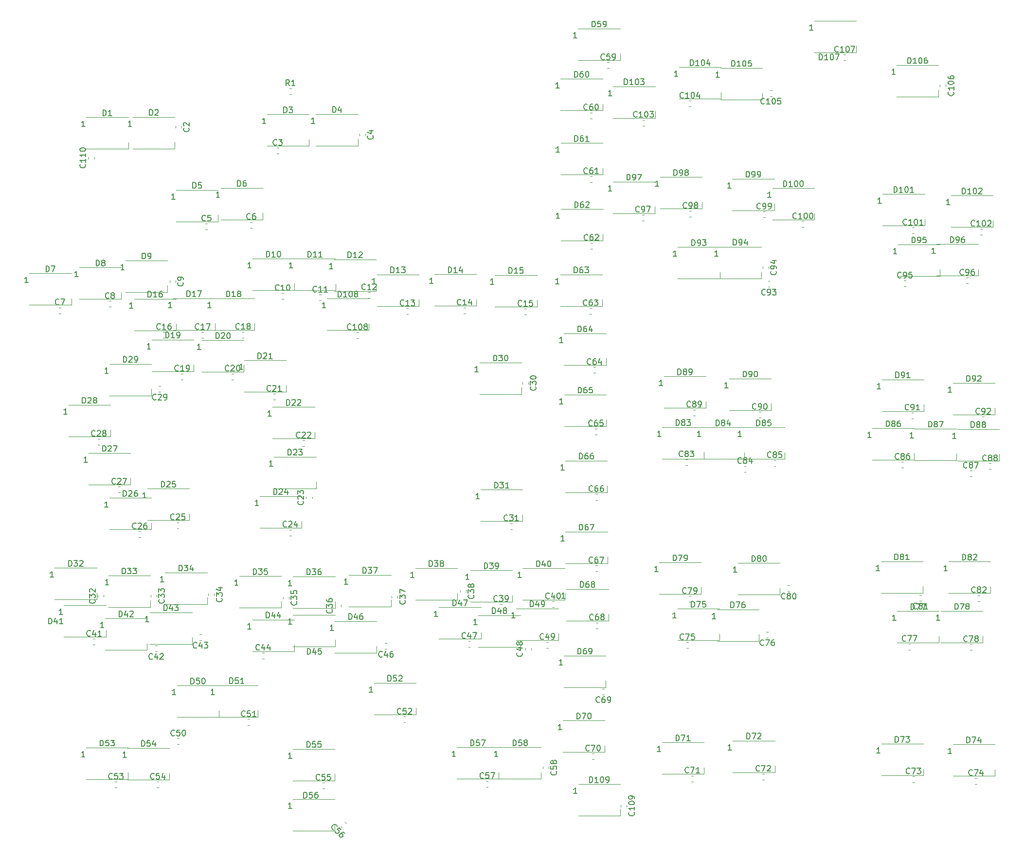
<source format=gbr>
%TF.GenerationSoftware,KiCad,Pcbnew,(5.1.6)-1*%
%TF.CreationDate,2020-12-18T17:17:27+11:00*%
%TF.ProjectId,COMM Panel PCB V2,434f4d4d-2050-4616-9e65-6c2050434220,rev?*%
%TF.SameCoordinates,Original*%
%TF.FileFunction,Legend,Top*%
%TF.FilePolarity,Positive*%
%FSLAX46Y46*%
G04 Gerber Fmt 4.6, Leading zero omitted, Abs format (unit mm)*
G04 Created by KiCad (PCBNEW (5.1.6)-1) date 2020-12-18 17:17:27*
%MOMM*%
%LPD*%
G01*
G04 APERTURE LIST*
%ADD10C,0.120000*%
%ADD11C,0.150000*%
G04 APERTURE END LIST*
D10*
%TO.C,C48*%
X152440000Y-127635279D02*
X152440000Y-127309721D01*
X151420000Y-127635279D02*
X151420000Y-127309721D01*
%TO.C,C59*%
X165709721Y-26300000D02*
X166035279Y-26300000D01*
X165709721Y-25280000D02*
X166035279Y-25280000D01*
%TO.C,D109*%
X160650000Y-151000000D02*
X167950000Y-151000000D01*
X160650000Y-156500000D02*
X167950000Y-156500000D01*
X167950000Y-156500000D02*
X167950000Y-155350000D01*
%TO.C,C33*%
X86240000Y-118049721D02*
X86240000Y-118375279D01*
X87260000Y-118049721D02*
X87260000Y-118375279D01*
%TO.C,C25*%
X90799721Y-106435000D02*
X91125279Y-106435000D01*
X90799721Y-105415000D02*
X91125279Y-105415000D01*
%TO.C,R1*%
X110399721Y-30835000D02*
X110725279Y-30835000D01*
X110399721Y-29815000D02*
X110725279Y-29815000D01*
%TO.C,C110*%
X76410000Y-42100279D02*
X76410000Y-41774721D01*
X75390000Y-42100279D02*
X75390000Y-41774721D01*
%TO.C,C109*%
X168040000Y-154617221D02*
X168040000Y-154942779D01*
X169060000Y-154617221D02*
X169060000Y-154942779D01*
%TO.C,C108*%
X122057221Y-73330000D02*
X122382779Y-73330000D01*
X122057221Y-72310000D02*
X122382779Y-72310000D01*
%TO.C,C107*%
X206859721Y-24960000D02*
X207185279Y-24960000D01*
X206859721Y-23940000D02*
X207185279Y-23940000D01*
%TO.C,C106*%
X223630000Y-29174721D02*
X223630000Y-29500279D01*
X224650000Y-29174721D02*
X224650000Y-29500279D01*
%TO.C,C105*%
X194350279Y-30150000D02*
X194024721Y-30150000D01*
X194350279Y-31170000D02*
X194024721Y-31170000D01*
%TO.C,C104*%
X179929721Y-32990000D02*
X180255279Y-32990000D01*
X179929721Y-31970000D02*
X180255279Y-31970000D01*
%TO.C,C103*%
X171849721Y-36320000D02*
X172175279Y-36320000D01*
X171849721Y-35300000D02*
X172175279Y-35300000D01*
%TO.C,C102*%
X230604721Y-55310000D02*
X230930279Y-55310000D01*
X230604721Y-54290000D02*
X230930279Y-54290000D01*
%TO.C,C101*%
X218769721Y-55090000D02*
X219095279Y-55090000D01*
X218769721Y-54070000D02*
X219095279Y-54070000D01*
%TO.C,C100*%
X199579721Y-54000000D02*
X199905279Y-54000000D01*
X199579721Y-52980000D02*
X199905279Y-52980000D01*
%TO.C,C99*%
X192837221Y-52310000D02*
X193162779Y-52310000D01*
X192837221Y-51290000D02*
X193162779Y-51290000D01*
%TO.C,C98*%
X180014721Y-52180000D02*
X180340279Y-52180000D01*
X180014721Y-51160000D02*
X180340279Y-51160000D01*
%TO.C,C97*%
X171764721Y-52850000D02*
X172090279Y-52850000D01*
X171764721Y-51830000D02*
X172090279Y-51830000D01*
%TO.C,C96*%
X228199721Y-63810000D02*
X228525279Y-63810000D01*
X228199721Y-62790000D02*
X228525279Y-62790000D01*
%TO.C,C95*%
X217337221Y-64310000D02*
X217662779Y-64310000D01*
X217337221Y-63290000D02*
X217662779Y-63290000D01*
%TO.C,C94*%
X192750000Y-60854721D02*
X192750000Y-61180279D01*
X193770000Y-60854721D02*
X193770000Y-61180279D01*
%TO.C,C93*%
X193990279Y-63400000D02*
X193664721Y-63400000D01*
X193990279Y-64420000D02*
X193664721Y-64420000D01*
%TO.C,C92*%
X230979721Y-88020000D02*
X231305279Y-88020000D01*
X230979721Y-87000000D02*
X231305279Y-87000000D01*
%TO.C,C91*%
X218644721Y-87330000D02*
X218970279Y-87330000D01*
X218644721Y-86310000D02*
X218970279Y-86310000D01*
%TO.C,C90*%
X192079721Y-87190000D02*
X192405279Y-87190000D01*
X192079721Y-86170000D02*
X192405279Y-86170000D01*
%TO.C,C89*%
X180669721Y-86800000D02*
X180995279Y-86800000D01*
X180669721Y-85780000D02*
X180995279Y-85780000D01*
%TO.C,C88*%
X232149721Y-96170000D02*
X232475279Y-96170000D01*
X232149721Y-95150000D02*
X232475279Y-95150000D01*
%TO.C,C87*%
X228817221Y-97410000D02*
X229142779Y-97410000D01*
X228817221Y-96390000D02*
X229142779Y-96390000D01*
%TO.C,C86*%
X216929721Y-95900000D02*
X217255279Y-95900000D01*
X216929721Y-94880000D02*
X217255279Y-94880000D01*
%TO.C,C85*%
X194687221Y-95610000D02*
X195012779Y-95610000D01*
X194687221Y-94590000D02*
X195012779Y-94590000D01*
%TO.C,C84*%
X189517221Y-96610000D02*
X189842779Y-96610000D01*
X189517221Y-95590000D02*
X189842779Y-95590000D01*
%TO.C,C83*%
X179337221Y-95460000D02*
X179662779Y-95460000D01*
X179337221Y-94440000D02*
X179662779Y-94440000D01*
%TO.C,C82*%
X230219721Y-119130000D02*
X230545279Y-119130000D01*
X230219721Y-118110000D02*
X230545279Y-118110000D01*
%TO.C,C81*%
X220385279Y-118090000D02*
X220059721Y-118090000D01*
X220385279Y-119110000D02*
X220059721Y-119110000D01*
%TO.C,C80*%
X197450279Y-116365000D02*
X197124721Y-116365000D01*
X197450279Y-117385000D02*
X197124721Y-117385000D01*
%TO.C,C79*%
X179899721Y-119270000D02*
X180225279Y-119270000D01*
X179899721Y-118250000D02*
X180225279Y-118250000D01*
%TO.C,C78*%
X228844721Y-127670000D02*
X229170279Y-127670000D01*
X228844721Y-126650000D02*
X229170279Y-126650000D01*
%TO.C,C77*%
X218145181Y-127603980D02*
X218470739Y-127603980D01*
X218145181Y-126583980D02*
X218470739Y-126583980D01*
%TO.C,C76*%
X193725279Y-124465000D02*
X193399721Y-124465000D01*
X193725279Y-125485000D02*
X193399721Y-125485000D01*
%TO.C,C75*%
X179474721Y-127310000D02*
X179800279Y-127310000D01*
X179474721Y-126290000D02*
X179800279Y-126290000D01*
%TO.C,C74*%
X229724721Y-150970000D02*
X230050279Y-150970000D01*
X229724721Y-149950000D02*
X230050279Y-149950000D01*
%TO.C,C73*%
X218837221Y-150674800D02*
X219162779Y-150674800D01*
X218837221Y-149654800D02*
X219162779Y-149654800D01*
%TO.C,C72*%
X192699721Y-150235000D02*
X193025279Y-150235000D01*
X192699721Y-149215000D02*
X193025279Y-149215000D01*
%TO.C,C71*%
X180349721Y-150535000D02*
X180675279Y-150535000D01*
X180349721Y-149515000D02*
X180675279Y-149515000D01*
%TO.C,C70*%
X163074721Y-146685000D02*
X163400279Y-146685000D01*
X163074721Y-145665000D02*
X163400279Y-145665000D01*
%TO.C,C69*%
X165200279Y-134390000D02*
X164874721Y-134390000D01*
X165200279Y-135410000D02*
X164874721Y-135410000D01*
%TO.C,C68*%
X163737221Y-123885000D02*
X164062779Y-123885000D01*
X163737221Y-122865000D02*
X164062779Y-122865000D01*
%TO.C,C67*%
X163624721Y-113935000D02*
X163950279Y-113935000D01*
X163624721Y-112915000D02*
X163950279Y-112915000D01*
%TO.C,C66*%
X163639721Y-101510000D02*
X163965279Y-101510000D01*
X163639721Y-100490000D02*
X163965279Y-100490000D01*
%TO.C,C65*%
X163567221Y-90110000D02*
X163892779Y-90110000D01*
X163567221Y-89090000D02*
X163892779Y-89090000D01*
%TO.C,C64*%
X163319721Y-79390000D02*
X163645279Y-79390000D01*
X163319721Y-78370000D02*
X163645279Y-78370000D01*
%TO.C,C63*%
X162639721Y-69120000D02*
X162965279Y-69120000D01*
X162639721Y-68100000D02*
X162965279Y-68100000D01*
%TO.C,C62*%
X162779721Y-57760000D02*
X163105279Y-57760000D01*
X162779721Y-56740000D02*
X163105279Y-56740000D01*
%TO.C,C61*%
X162729721Y-46160000D02*
X163055279Y-46160000D01*
X162729721Y-45140000D02*
X163055279Y-45140000D01*
%TO.C,C60*%
X162729721Y-35050000D02*
X163055279Y-35050000D01*
X162729721Y-34030000D02*
X163055279Y-34030000D01*
%TO.C,C58*%
X154490000Y-147974721D02*
X154490000Y-148300279D01*
X155510000Y-147974721D02*
X155510000Y-148300279D01*
%TO.C,C57*%
X144649721Y-151485000D02*
X144975279Y-151485000D01*
X144649721Y-150465000D02*
X144975279Y-150465000D01*
%TO.C,C56*%
X120279907Y-157864398D02*
X120049702Y-157634193D01*
X119558658Y-158585647D02*
X119328453Y-158355442D01*
%TO.C,C55*%
X116129721Y-151770000D02*
X116455279Y-151770000D01*
X116129721Y-150750000D02*
X116455279Y-150750000D01*
%TO.C,C54*%
X87317221Y-151600000D02*
X87642779Y-151600000D01*
X87317221Y-150580000D02*
X87642779Y-150580000D01*
%TO.C,C53*%
X80029721Y-151600000D02*
X80355279Y-151600000D01*
X80029721Y-150580000D02*
X80355279Y-150580000D01*
%TO.C,C52*%
X130249721Y-140285000D02*
X130575279Y-140285000D01*
X130249721Y-139265000D02*
X130575279Y-139265000D01*
%TO.C,C51*%
X103137221Y-140710000D02*
X103462779Y-140710000D01*
X103137221Y-139690000D02*
X103462779Y-139690000D01*
%TO.C,C50*%
X90867221Y-144060000D02*
X91192779Y-144060000D01*
X90867221Y-143040000D02*
X91192779Y-143040000D01*
%TO.C,C49*%
X155099721Y-127260000D02*
X155425279Y-127260000D01*
X155099721Y-126240000D02*
X155425279Y-126240000D01*
%TO.C,C47*%
X141509721Y-127110000D02*
X141835279Y-127110000D01*
X141509721Y-126090000D02*
X141835279Y-126090000D01*
%TO.C,C46*%
X127350279Y-126465000D02*
X127024721Y-126465000D01*
X127350279Y-127485000D02*
X127024721Y-127485000D01*
%TO.C,C44*%
X105648581Y-129150840D02*
X105974139Y-129150840D01*
X105648581Y-128130840D02*
X105974139Y-128130840D01*
%TO.C,C43*%
X95075279Y-124915000D02*
X94749721Y-124915000D01*
X95075279Y-125935000D02*
X94749721Y-125935000D01*
%TO.C,C42*%
X87350279Y-126865000D02*
X87024721Y-126865000D01*
X87350279Y-127885000D02*
X87024721Y-127885000D01*
%TO.C,C41*%
X76224721Y-126710000D02*
X76550279Y-126710000D01*
X76224721Y-125690000D02*
X76550279Y-125690000D01*
%TO.C,C40*%
X156099721Y-120185000D02*
X156425279Y-120185000D01*
X156099721Y-119165000D02*
X156425279Y-119165000D01*
%TO.C,C39*%
X147049721Y-120660000D02*
X147375279Y-120660000D01*
X147049721Y-119640000D02*
X147375279Y-119640000D01*
%TO.C,C38*%
X140115000Y-117249721D02*
X140115000Y-117575279D01*
X141135000Y-117249721D02*
X141135000Y-117575279D01*
%TO.C,C37*%
X128191800Y-118211421D02*
X128191800Y-118536979D01*
X129211800Y-118211421D02*
X129211800Y-118536979D01*
%TO.C,C36*%
X119343900Y-120114379D02*
X119343900Y-119788821D01*
X118323900Y-120114379D02*
X118323900Y-119788821D01*
%TO.C,C35*%
X109290000Y-118374721D02*
X109290000Y-118700279D01*
X110310000Y-118374721D02*
X110310000Y-118700279D01*
%TO.C,C34*%
X96289400Y-117805021D02*
X96289400Y-118130579D01*
X97309400Y-117805021D02*
X97309400Y-118130579D01*
%TO.C,C32*%
X78060000Y-118400279D02*
X78060000Y-118074721D01*
X77040000Y-118400279D02*
X77040000Y-118074721D01*
%TO.C,C31*%
X148829721Y-106610000D02*
X149155279Y-106610000D01*
X148829721Y-105590000D02*
X149155279Y-105590000D01*
%TO.C,C30*%
X150930000Y-80974721D02*
X150930000Y-81300279D01*
X151950000Y-80974721D02*
X151950000Y-81300279D01*
%TO.C,C29*%
X87975279Y-81690000D02*
X87649721Y-81690000D01*
X87975279Y-82710000D02*
X87649721Y-82710000D01*
%TO.C,C28*%
X77049721Y-91885000D02*
X77375279Y-91885000D01*
X77049721Y-90865000D02*
X77375279Y-90865000D01*
%TO.C,C27*%
X80599721Y-100210000D02*
X80925279Y-100210000D01*
X80599721Y-99190000D02*
X80925279Y-99190000D01*
%TO.C,C26*%
X84174721Y-108010000D02*
X84500279Y-108010000D01*
X84174721Y-106990000D02*
X84500279Y-106990000D01*
%TO.C,C24*%
X110374721Y-107710000D02*
X110700279Y-107710000D01*
X110374721Y-106690000D02*
X110700279Y-106690000D01*
%TO.C,C23*%
X114335000Y-101250279D02*
X114335000Y-100924721D01*
X113315000Y-101250279D02*
X113315000Y-100924721D01*
%TO.C,C22*%
X112699721Y-92180000D02*
X113025279Y-92180000D01*
X112699721Y-91160000D02*
X113025279Y-91160000D01*
%TO.C,C21*%
X107587221Y-84035000D02*
X107912779Y-84035000D01*
X107587221Y-83015000D02*
X107912779Y-83015000D01*
%TO.C,C20*%
X100324721Y-80535000D02*
X100650279Y-80535000D01*
X100324721Y-79515000D02*
X100650279Y-79515000D01*
%TO.C,C19*%
X91549721Y-80535000D02*
X91875279Y-80535000D01*
X91549721Y-79515000D02*
X91875279Y-79515000D01*
%TO.C,C18*%
X102149721Y-73260000D02*
X102475279Y-73260000D01*
X102149721Y-72240000D02*
X102475279Y-72240000D01*
%TO.C,C17*%
X95099721Y-73285000D02*
X95425279Y-73285000D01*
X95099721Y-72265000D02*
X95425279Y-72265000D01*
%TO.C,C16*%
X88399721Y-73285000D02*
X88725279Y-73285000D01*
X88399721Y-72265000D02*
X88725279Y-72265000D01*
%TO.C,C15*%
X151299721Y-69220000D02*
X151625279Y-69220000D01*
X151299721Y-68200000D02*
X151625279Y-68200000D01*
%TO.C,C14*%
X140709721Y-69030000D02*
X141035279Y-69030000D01*
X140709721Y-68010000D02*
X141035279Y-68010000D01*
%TO.C,C13*%
X130759721Y-69150000D02*
X131085279Y-69150000D01*
X130759721Y-68130000D02*
X131085279Y-68130000D01*
%TO.C,C12*%
X124087221Y-66360000D02*
X124412779Y-66360000D01*
X124087221Y-65340000D02*
X124412779Y-65340000D01*
%TO.C,C11*%
X115587221Y-66760000D02*
X115912779Y-66760000D01*
X115587221Y-65740000D02*
X115912779Y-65740000D01*
%TO.C,C10*%
X109054721Y-66500000D02*
X109380279Y-66500000D01*
X109054721Y-65480000D02*
X109380279Y-65480000D01*
%TO.C,C9*%
X89540000Y-63299721D02*
X89540000Y-63625279D01*
X90560000Y-63299721D02*
X90560000Y-63625279D01*
%TO.C,C8*%
X78974721Y-67885000D02*
X79300279Y-67885000D01*
X78974721Y-66865000D02*
X79300279Y-66865000D01*
%TO.C,C7*%
X70274721Y-69010000D02*
X70600279Y-69010000D01*
X70274721Y-67990000D02*
X70600279Y-67990000D01*
%TO.C,C6*%
X103574721Y-54110000D02*
X103900279Y-54110000D01*
X103574721Y-53090000D02*
X103900279Y-53090000D01*
%TO.C,C5*%
X95774721Y-54385000D02*
X96100279Y-54385000D01*
X95774721Y-53365000D02*
X96100279Y-53365000D01*
%TO.C,C4*%
X122590000Y-37724721D02*
X122590000Y-38050279D01*
X123610000Y-37724721D02*
X123610000Y-38050279D01*
%TO.C,C3*%
X108174721Y-41210000D02*
X108500279Y-41210000D01*
X108174721Y-40190000D02*
X108500279Y-40190000D01*
%TO.C,C2*%
X90540000Y-36399721D02*
X90540000Y-36725279D01*
X91560000Y-36399721D02*
X91560000Y-36725279D01*
%TO.C,D40*%
X158274000Y-118904000D02*
X158274000Y-117754000D01*
X150974000Y-118904000D02*
X158274000Y-118904000D01*
X150974000Y-113404000D02*
X158274000Y-113404000D01*
%TO.C,D108*%
X116900000Y-66450000D02*
X124200000Y-66450000D01*
X116900000Y-71950000D02*
X124200000Y-71950000D01*
X124200000Y-71950000D02*
X124200000Y-70800000D01*
%TO.C,D107*%
X209023000Y-23552400D02*
X209023000Y-22402400D01*
X201723000Y-23552400D02*
X209023000Y-23552400D01*
X201723000Y-18052400D02*
X209023000Y-18052400D01*
%TO.C,D106*%
X223348000Y-31274400D02*
X223348000Y-30124400D01*
X216048000Y-31274400D02*
X223348000Y-31274400D01*
X216048000Y-25774400D02*
X223348000Y-25774400D01*
%TO.C,D105*%
X192716000Y-31782400D02*
X192716000Y-30632400D01*
X185416000Y-31782400D02*
X192716000Y-31782400D01*
X185416000Y-26282400D02*
X192716000Y-26282400D01*
%TO.C,D104*%
X185502000Y-31630000D02*
X185502000Y-30480000D01*
X178202000Y-31630000D02*
X185502000Y-31630000D01*
X178202000Y-26130000D02*
X185502000Y-26130000D01*
%TO.C,D103*%
X174022000Y-34982400D02*
X174022000Y-33832400D01*
X166722000Y-34982400D02*
X174022000Y-34982400D01*
X166722000Y-29482400D02*
X174022000Y-29482400D01*
%TO.C,D102*%
X232848000Y-53982000D02*
X232848000Y-52832000D01*
X225548000Y-53982000D02*
X232848000Y-53982000D01*
X225548000Y-48482000D02*
X232848000Y-48482000D01*
%TO.C,D101*%
X220933000Y-53727600D02*
X220933000Y-52577600D01*
X213633000Y-53727600D02*
X220933000Y-53727600D01*
X213633000Y-48227600D02*
X220933000Y-48227600D01*
%TO.C,D100*%
X201731000Y-52711600D02*
X201731000Y-51561600D01*
X194431000Y-52711600D02*
X201731000Y-52711600D01*
X194431000Y-47211600D02*
X201731000Y-47211600D01*
%TO.C,D99*%
X194771000Y-51086000D02*
X194771000Y-49936000D01*
X187471000Y-51086000D02*
X194771000Y-51086000D01*
X187471000Y-45586000D02*
X194771000Y-45586000D01*
%TO.C,D98*%
X182173000Y-50781200D02*
X182173000Y-49631200D01*
X174873000Y-50781200D02*
X182173000Y-50781200D01*
X174873000Y-45281200D02*
X182173000Y-45281200D01*
%TO.C,D97*%
X173994000Y-51594000D02*
X173994000Y-50444000D01*
X166694000Y-51594000D02*
X173994000Y-51594000D01*
X166694000Y-46094000D02*
X173994000Y-46094000D01*
%TO.C,D96*%
X230308000Y-62465200D02*
X230308000Y-61315200D01*
X223008000Y-62465200D02*
X230308000Y-62465200D01*
X223008000Y-56965200D02*
X230308000Y-56965200D01*
%TO.C,D95*%
X223602000Y-62516400D02*
X223602000Y-61366400D01*
X216302000Y-62516400D02*
X223602000Y-62516400D01*
X216302000Y-57016400D02*
X223602000Y-57016400D01*
%TO.C,D94*%
X192513000Y-62922800D02*
X192513000Y-61772800D01*
X185213000Y-62922800D02*
X192513000Y-62922800D01*
X185213000Y-57422800D02*
X192513000Y-57422800D01*
%TO.C,D93*%
X185299000Y-62973600D02*
X185299000Y-61823600D01*
X177999000Y-62973600D02*
X185299000Y-62973600D01*
X177999000Y-57473600D02*
X185299000Y-57473600D01*
%TO.C,D92*%
X233153000Y-86646400D02*
X233153000Y-85496400D01*
X225853000Y-86646400D02*
X233153000Y-86646400D01*
X225853000Y-81146400D02*
X233153000Y-81146400D01*
%TO.C,D91*%
X220781000Y-86036800D02*
X220781000Y-84886800D01*
X213481000Y-86036800D02*
X220781000Y-86036800D01*
X213481000Y-80536800D02*
X220781000Y-80536800D01*
%TO.C,D90*%
X194240000Y-85884400D02*
X194240000Y-84734400D01*
X186940000Y-85884400D02*
X194240000Y-85884400D01*
X186940000Y-80384400D02*
X194240000Y-80384400D01*
%TO.C,D89*%
X182861000Y-85478000D02*
X182861000Y-84328000D01*
X175561000Y-85478000D02*
X182861000Y-85478000D01*
X175561000Y-79978000D02*
X182861000Y-79978000D01*
%TO.C,D88*%
X233915000Y-94672400D02*
X233915000Y-93522400D01*
X226615000Y-94672400D02*
X233915000Y-94672400D01*
X226615000Y-89172400D02*
X233915000Y-89172400D01*
%TO.C,D87*%
X226510000Y-94596400D02*
X226510000Y-93446400D01*
X219210000Y-94596400D02*
X226510000Y-94596400D01*
X219210000Y-89096400D02*
X226510000Y-89096400D01*
%TO.C,D86*%
X219132000Y-94520400D02*
X219132000Y-93370400D01*
X211832000Y-94520400D02*
X219132000Y-94520400D01*
X211832000Y-89020400D02*
X219132000Y-89020400D01*
%TO.C,D85*%
X196577000Y-94367600D02*
X196577000Y-93217600D01*
X189277000Y-94367600D02*
X196577000Y-94367600D01*
X189277000Y-88867600D02*
X196577000Y-88867600D01*
%TO.C,D84*%
X189516000Y-94368000D02*
X189516000Y-93218000D01*
X182216000Y-94368000D02*
X189516000Y-94368000D01*
X182216000Y-88868000D02*
X189516000Y-88868000D01*
%TO.C,D83*%
X182556000Y-94316800D02*
X182556000Y-93166800D01*
X175256000Y-94316800D02*
X182556000Y-94316800D01*
X175256000Y-88816800D02*
X182556000Y-88816800D01*
%TO.C,D82*%
X232402000Y-117761000D02*
X232402000Y-116611000D01*
X225102000Y-117761000D02*
X232402000Y-117761000D01*
X225102000Y-112261000D02*
X232402000Y-112261000D01*
%TO.C,D81*%
X220617000Y-117710000D02*
X220617000Y-116560000D01*
X213317000Y-117710000D02*
X220617000Y-117710000D01*
X213317000Y-112210000D02*
X220617000Y-112210000D01*
%TO.C,D80*%
X195764000Y-117990000D02*
X195764000Y-116840000D01*
X188464000Y-117990000D02*
X195764000Y-117990000D01*
X188464000Y-112490000D02*
X195764000Y-112490000D01*
%TO.C,D79*%
X182048000Y-117888000D02*
X182048000Y-116738000D01*
X174748000Y-117888000D02*
X182048000Y-117888000D01*
X174748000Y-112388000D02*
X182048000Y-112388000D01*
%TO.C,D78*%
X231082000Y-126346000D02*
X231082000Y-125196000D01*
X223782000Y-126346000D02*
X231082000Y-126346000D01*
X223782000Y-120846000D02*
X231082000Y-120846000D01*
%TO.C,D77*%
X223462000Y-126397000D02*
X223462000Y-125247000D01*
X216162000Y-126397000D02*
X223462000Y-126397000D01*
X216162000Y-120897000D02*
X223462000Y-120897000D01*
%TO.C,D76*%
X192079000Y-126067000D02*
X192079000Y-124917000D01*
X184779000Y-126067000D02*
X192079000Y-126067000D01*
X184779000Y-120567000D02*
X192079000Y-120567000D01*
%TO.C,D75*%
X185221000Y-125966000D02*
X185221000Y-124816000D01*
X177921000Y-125966000D02*
X185221000Y-125966000D01*
X177921000Y-120466000D02*
X185221000Y-120466000D01*
%TO.C,D74*%
X233153000Y-149587000D02*
X233153000Y-148437000D01*
X225853000Y-149587000D02*
X233153000Y-149587000D01*
X225853000Y-144087000D02*
X233153000Y-144087000D01*
%TO.C,D73*%
X220707000Y-149486000D02*
X220707000Y-148336000D01*
X213407000Y-149486000D02*
X220707000Y-149486000D01*
X213407000Y-143986000D02*
X220707000Y-143986000D01*
%TO.C,D72*%
X194850000Y-148927000D02*
X194850000Y-147777000D01*
X187550000Y-148927000D02*
X194850000Y-148927000D01*
X187550000Y-143427000D02*
X194850000Y-143427000D01*
%TO.C,D71*%
X182528000Y-149232000D02*
X182528000Y-148082000D01*
X175228000Y-149232000D02*
X182528000Y-149232000D01*
X175228000Y-143732000D02*
X182528000Y-143732000D01*
%TO.C,D70*%
X165284000Y-145422000D02*
X165284000Y-144272000D01*
X157984000Y-145422000D02*
X165284000Y-145422000D01*
X157984000Y-139922000D02*
X165284000Y-139922000D01*
%TO.C,D69*%
X165436000Y-134144000D02*
X165436000Y-132994000D01*
X158136000Y-134144000D02*
X165436000Y-134144000D01*
X158136000Y-128644000D02*
X165436000Y-128644000D01*
%TO.C,D68*%
X165894000Y-122511000D02*
X165894000Y-121361000D01*
X158594000Y-122511000D02*
X165894000Y-122511000D01*
X158594000Y-117011000D02*
X165894000Y-117011000D01*
%TO.C,D67*%
X165741000Y-112554000D02*
X165741000Y-111404000D01*
X158441000Y-112554000D02*
X165741000Y-112554000D01*
X158441000Y-107054000D02*
X165741000Y-107054000D01*
%TO.C,D66*%
X165714000Y-100158800D02*
X165714000Y-99008800D01*
X158414000Y-100158800D02*
X165714000Y-100158800D01*
X158414000Y-94658800D02*
X165714000Y-94658800D01*
%TO.C,D65*%
X165510000Y-88678400D02*
X165510000Y-87528400D01*
X158210000Y-88678400D02*
X165510000Y-88678400D01*
X158210000Y-83178400D02*
X165510000Y-83178400D01*
%TO.C,D64*%
X165487000Y-78010000D02*
X165487000Y-76860000D01*
X158187000Y-78010000D02*
X165487000Y-78010000D01*
X158187000Y-72510000D02*
X165487000Y-72510000D01*
%TO.C,D63*%
X164827000Y-67748400D02*
X164827000Y-66598400D01*
X157527000Y-67748400D02*
X164827000Y-67748400D01*
X157527000Y-62248400D02*
X164827000Y-62248400D01*
%TO.C,D62*%
X164928000Y-56369200D02*
X164928000Y-55219200D01*
X157628000Y-56369200D02*
X164928000Y-56369200D01*
X157628000Y-50869200D02*
X164928000Y-50869200D01*
%TO.C,D61*%
X164901000Y-44837600D02*
X164901000Y-43687600D01*
X157601000Y-44837600D02*
X164901000Y-44837600D01*
X157601000Y-39337600D02*
X164901000Y-39337600D01*
%TO.C,D60*%
X164878000Y-33661600D02*
X164878000Y-32511600D01*
X157578000Y-33661600D02*
X164878000Y-33661600D01*
X157578000Y-28161600D02*
X164878000Y-28161600D01*
%TO.C,D59*%
X167926000Y-24924000D02*
X167926000Y-23774000D01*
X160626000Y-24924000D02*
X167926000Y-24924000D01*
X160626000Y-19424000D02*
X167926000Y-19424000D01*
%TO.C,D58*%
X154182000Y-150095000D02*
X154182000Y-148945000D01*
X146882000Y-150095000D02*
X154182000Y-150095000D01*
X146882000Y-144595000D02*
X154182000Y-144595000D01*
%TO.C,D57*%
X146816000Y-150095000D02*
X146816000Y-148945000D01*
X139516000Y-150095000D02*
X146816000Y-150095000D01*
X139516000Y-144595000D02*
X146816000Y-144595000D01*
%TO.C,D56*%
X118306000Y-159112000D02*
X118306000Y-157962000D01*
X111006000Y-159112000D02*
X118306000Y-159112000D01*
X111006000Y-153612000D02*
X118306000Y-153612000D01*
%TO.C,D55*%
X118306000Y-150375000D02*
X118306000Y-149225000D01*
X111006000Y-150375000D02*
X118306000Y-150375000D01*
X111006000Y-144875000D02*
X118306000Y-144875000D01*
%TO.C,D54*%
X89513600Y-150197000D02*
X89513600Y-149047000D01*
X82213600Y-150197000D02*
X89513600Y-150197000D01*
X82213600Y-144697000D02*
X89513600Y-144697000D01*
%TO.C,D53*%
X82300000Y-150146000D02*
X82300000Y-148996000D01*
X75000000Y-150146000D02*
X82300000Y-150146000D01*
X75000000Y-144646000D02*
X82300000Y-144646000D01*
%TO.C,D52*%
X132389000Y-138868000D02*
X132389000Y-137718000D01*
X125089000Y-138868000D02*
X132389000Y-138868000D01*
X125089000Y-133368000D02*
X132389000Y-133368000D01*
%TO.C,D51*%
X104855000Y-139275000D02*
X104855000Y-138125000D01*
X97555000Y-139275000D02*
X104855000Y-139275000D01*
X97555000Y-133775000D02*
X104855000Y-133775000D01*
%TO.C,D50*%
X98098800Y-139326000D02*
X98098800Y-138176000D01*
X90798800Y-139326000D02*
X98098800Y-139326000D01*
X90798800Y-133826000D02*
X98098800Y-133826000D01*
%TO.C,D49*%
X157179000Y-125914000D02*
X157179000Y-124764000D01*
X149879000Y-125914000D02*
X157179000Y-125914000D01*
X149879000Y-120414000D02*
X157179000Y-120414000D01*
%TO.C,D48*%
X150575000Y-127083000D02*
X150575000Y-125933000D01*
X143275000Y-127083000D02*
X150575000Y-127083000D01*
X143275000Y-121583000D02*
X150575000Y-121583000D01*
%TO.C,D47*%
X143717000Y-125711000D02*
X143717000Y-124561000D01*
X136417000Y-125711000D02*
X143717000Y-125711000D01*
X136417000Y-120211000D02*
X143717000Y-120211000D01*
%TO.C,D46*%
X125582000Y-128099000D02*
X125582000Y-126949000D01*
X118282000Y-128099000D02*
X125582000Y-128099000D01*
X118282000Y-122599000D02*
X125582000Y-122599000D01*
%TO.C,D45*%
X118317000Y-127032000D02*
X118317000Y-125882000D01*
X111017000Y-127032000D02*
X118317000Y-127032000D01*
X111017000Y-121532000D02*
X118317000Y-121532000D01*
%TO.C,D44*%
X111225000Y-127850000D02*
X111225000Y-126700000D01*
X103925000Y-127850000D02*
X111225000Y-127850000D01*
X103925000Y-122350000D02*
X111225000Y-122350000D01*
%TO.C,D43*%
X93425200Y-126575000D02*
X93425200Y-125425000D01*
X86125200Y-126575000D02*
X93425200Y-126575000D01*
X86125200Y-121075000D02*
X93425200Y-121075000D01*
%TO.C,D42*%
X85602000Y-127642000D02*
X85602000Y-126492000D01*
X78302000Y-127642000D02*
X85602000Y-127642000D01*
X78302000Y-122142000D02*
X85602000Y-122142000D01*
%TO.C,D41*%
X78439200Y-125356000D02*
X78439200Y-124206000D01*
X71139200Y-125356000D02*
X78439200Y-125356000D01*
X71139200Y-119856000D02*
X78439200Y-119856000D01*
%TO.C,D39*%
X149180000Y-119260000D02*
X149180000Y-118110000D01*
X141880000Y-119260000D02*
X149180000Y-119260000D01*
X141880000Y-113760000D02*
X149180000Y-113760000D01*
%TO.C,D38*%
X139591000Y-118879000D02*
X139591000Y-117729000D01*
X132291000Y-118879000D02*
X139591000Y-118879000D01*
X132291000Y-113379000D02*
X139591000Y-113379000D01*
%TO.C,D37*%
X128048000Y-120072000D02*
X128048000Y-118922000D01*
X120748000Y-120072000D02*
X128048000Y-120072000D01*
X120748000Y-114572000D02*
X128048000Y-114572000D01*
%TO.C,D36*%
X118317000Y-120326000D02*
X118317000Y-119176000D01*
X111017000Y-120326000D02*
X118317000Y-120326000D01*
X111017000Y-114826000D02*
X118317000Y-114826000D01*
%TO.C,D35*%
X108970000Y-120276000D02*
X108970000Y-119126000D01*
X101670000Y-120276000D02*
X108970000Y-120276000D01*
X101670000Y-114776000D02*
X108970000Y-114776000D01*
%TO.C,D34*%
X96043600Y-119666000D02*
X96043600Y-118516000D01*
X88743600Y-119666000D02*
X96043600Y-119666000D01*
X88743600Y-114166000D02*
X96043600Y-114166000D01*
%TO.C,D33*%
X86160800Y-120174000D02*
X86160800Y-119024000D01*
X78860800Y-120174000D02*
X86160800Y-120174000D01*
X78860800Y-114674000D02*
X86160800Y-114674000D01*
%TO.C,D32*%
X76841200Y-118853000D02*
X76841200Y-117703000D01*
X69541200Y-118853000D02*
X76841200Y-118853000D01*
X69541200Y-113353000D02*
X76841200Y-113353000D01*
%TO.C,D31*%
X150970000Y-105214000D02*
X150970000Y-104064000D01*
X143670000Y-105214000D02*
X150970000Y-105214000D01*
X143670000Y-99714000D02*
X150970000Y-99714000D01*
%TO.C,D30*%
X150778000Y-83090000D02*
X150778000Y-81940000D01*
X143478000Y-83090000D02*
X150778000Y-83090000D01*
X143478000Y-77590000D02*
X150778000Y-77590000D01*
%TO.C,D29*%
X86352400Y-83318800D02*
X86352400Y-82168800D01*
X79052400Y-83318800D02*
X86352400Y-83318800D01*
X79052400Y-77818800D02*
X86352400Y-77818800D01*
%TO.C,D28*%
X79228800Y-90456000D02*
X79228800Y-89306000D01*
X71928800Y-90456000D02*
X79228800Y-90456000D01*
X71928800Y-84956000D02*
X79228800Y-84956000D01*
%TO.C,D27*%
X82734000Y-98838400D02*
X82734000Y-97688400D01*
X75434000Y-98838400D02*
X82734000Y-98838400D01*
X75434000Y-93338400D02*
X82734000Y-93338400D01*
%TO.C,D26*%
X86340800Y-106661000D02*
X86340800Y-105511000D01*
X79040800Y-106661000D02*
X86340800Y-106661000D01*
X79040800Y-101161000D02*
X86340800Y-101161000D01*
%TO.C,D25*%
X92956400Y-105061000D02*
X92956400Y-103911000D01*
X85656400Y-105061000D02*
X92956400Y-105061000D01*
X85656400Y-99561000D02*
X92956400Y-99561000D01*
%TO.C,D24*%
X112526000Y-106356000D02*
X112526000Y-105206000D01*
X105226000Y-106356000D02*
X112526000Y-106356000D01*
X105226000Y-100856000D02*
X112526000Y-100856000D01*
%TO.C,D23*%
X115015000Y-99498400D02*
X115015000Y-98348400D01*
X107715000Y-99498400D02*
X115015000Y-99498400D01*
X107715000Y-93998400D02*
X115015000Y-93998400D01*
%TO.C,D22*%
X114761000Y-90811600D02*
X114761000Y-89661600D01*
X107461000Y-90811600D02*
X114761000Y-90811600D01*
X107461000Y-85311600D02*
X114761000Y-85311600D01*
%TO.C,D21*%
X109783000Y-82683600D02*
X109783000Y-81533600D01*
X102483000Y-82683600D02*
X109783000Y-82683600D01*
X102483000Y-77183600D02*
X109783000Y-77183600D01*
%TO.C,D20*%
X102467600Y-79178800D02*
X102467600Y-78028800D01*
X95167600Y-79178800D02*
X102467600Y-79178800D01*
X95167600Y-73678800D02*
X102467600Y-73678800D01*
%TO.C,D19*%
X93730000Y-79076800D02*
X93730000Y-77926800D01*
X86430000Y-79076800D02*
X93730000Y-79076800D01*
X86430000Y-73576800D02*
X93730000Y-73576800D01*
%TO.C,D18*%
X104296000Y-71914000D02*
X104296000Y-70764000D01*
X96996000Y-71914000D02*
X104296000Y-71914000D01*
X96996000Y-66414000D02*
X104296000Y-66414000D01*
%TO.C,D17*%
X97426800Y-71888800D02*
X97426800Y-70738800D01*
X90126800Y-71888800D02*
X97426800Y-71888800D01*
X90126800Y-66388800D02*
X97426800Y-66388800D01*
%TO.C,D16*%
X90658800Y-71964800D02*
X90658800Y-70814800D01*
X83358800Y-71964800D02*
X90658800Y-71964800D01*
X83358800Y-66464800D02*
X90658800Y-66464800D01*
%TO.C,D15*%
X153459000Y-67824800D02*
X153459000Y-66674800D01*
X146159000Y-67824800D02*
X153459000Y-67824800D01*
X146159000Y-62324800D02*
X153459000Y-62324800D01*
%TO.C,D14*%
X142904000Y-67697600D02*
X142904000Y-66547600D01*
X135604000Y-67697600D02*
X142904000Y-67697600D01*
X135604000Y-62197600D02*
X142904000Y-62197600D01*
%TO.C,D13*%
X132897000Y-67748400D02*
X132897000Y-66598400D01*
X125597000Y-67748400D02*
X132897000Y-67748400D01*
X125597000Y-62248400D02*
X132897000Y-62248400D01*
%TO.C,D12*%
X125457000Y-65106800D02*
X125457000Y-63956800D01*
X118157000Y-65106800D02*
X125457000Y-65106800D01*
X118157000Y-59606800D02*
X125457000Y-59606800D01*
%TO.C,D11*%
X118470000Y-65005200D02*
X118470000Y-63855200D01*
X111170000Y-65005200D02*
X118470000Y-65005200D01*
X111170000Y-59505200D02*
X118470000Y-59505200D01*
%TO.C,D10*%
X111244000Y-64980000D02*
X111244000Y-63830000D01*
X103944000Y-64980000D02*
X111244000Y-64980000D01*
X103944000Y-59480000D02*
X111244000Y-59480000D01*
%TO.C,D9*%
X89158000Y-65310000D02*
X89158000Y-64160000D01*
X81858000Y-65310000D02*
X89158000Y-65310000D01*
X81858000Y-59810000D02*
X89158000Y-59810000D01*
%TO.C,D8*%
X81131600Y-66529600D02*
X81131600Y-65379600D01*
X73831600Y-66529600D02*
X81131600Y-66529600D01*
X73831600Y-61029600D02*
X81131600Y-61029600D01*
%TO.C,D7*%
X72421600Y-67545200D02*
X72421600Y-66395200D01*
X65121600Y-67545200D02*
X72421600Y-67545200D01*
X65121600Y-62045200D02*
X72421600Y-62045200D01*
%TO.C,D6*%
X105746000Y-52660800D02*
X105746000Y-51510800D01*
X98446000Y-52660800D02*
X105746000Y-52660800D01*
X98446000Y-47160800D02*
X105746000Y-47160800D01*
%TO.C,D5*%
X97974000Y-53016400D02*
X97974000Y-51866400D01*
X90674000Y-53016400D02*
X97974000Y-53016400D01*
X90674000Y-47516400D02*
X97974000Y-47516400D01*
%TO.C,D4*%
X122307000Y-39808800D02*
X122307000Y-38658800D01*
X115007000Y-39808800D02*
X122307000Y-39808800D01*
X115007000Y-34308800D02*
X122307000Y-34308800D01*
%TO.C,D3*%
X113796000Y-39859200D02*
X113796000Y-38709200D01*
X106496000Y-39859200D02*
X113796000Y-39859200D01*
X106496000Y-34359200D02*
X113796000Y-34359200D01*
%TO.C,D2*%
X90428000Y-40316800D02*
X90428000Y-39166800D01*
X83128000Y-40316800D02*
X90428000Y-40316800D01*
X83128000Y-34816800D02*
X90428000Y-34816800D01*
%TO.C,D1*%
X82327600Y-40367600D02*
X82327600Y-39217600D01*
X75027600Y-40367600D02*
X82327600Y-40367600D01*
X75027600Y-34867600D02*
X82327600Y-34867600D01*
%TO.C,*%
D11*
%TO.C,C48*%
X150857142Y-128115357D02*
X150904761Y-128162976D01*
X150952380Y-128305833D01*
X150952380Y-128401071D01*
X150904761Y-128543928D01*
X150809523Y-128639166D01*
X150714285Y-128686785D01*
X150523809Y-128734404D01*
X150380952Y-128734404D01*
X150190476Y-128686785D01*
X150095238Y-128639166D01*
X150000000Y-128543928D01*
X149952380Y-128401071D01*
X149952380Y-128305833D01*
X150000000Y-128162976D01*
X150047619Y-128115357D01*
X150285714Y-127258214D02*
X150952380Y-127258214D01*
X149904761Y-127496309D02*
X150619047Y-127734404D01*
X150619047Y-127115357D01*
X150380952Y-126591547D02*
X150333333Y-126686785D01*
X150285714Y-126734404D01*
X150190476Y-126782023D01*
X150142857Y-126782023D01*
X150047619Y-126734404D01*
X150000000Y-126686785D01*
X149952380Y-126591547D01*
X149952380Y-126401071D01*
X150000000Y-126305833D01*
X150047619Y-126258214D01*
X150142857Y-126210595D01*
X150190476Y-126210595D01*
X150285714Y-126258214D01*
X150333333Y-126305833D01*
X150380952Y-126401071D01*
X150380952Y-126591547D01*
X150428571Y-126686785D01*
X150476190Y-126734404D01*
X150571428Y-126782023D01*
X150761904Y-126782023D01*
X150857142Y-126734404D01*
X150904761Y-126686785D01*
X150952380Y-126591547D01*
X150952380Y-126401071D01*
X150904761Y-126305833D01*
X150857142Y-126258214D01*
X150761904Y-126210595D01*
X150571428Y-126210595D01*
X150476190Y-126258214D01*
X150428571Y-126305833D01*
X150380952Y-126401071D01*
%TO.C,C59*%
X165229642Y-24717142D02*
X165182023Y-24764761D01*
X165039166Y-24812380D01*
X164943928Y-24812380D01*
X164801071Y-24764761D01*
X164705833Y-24669523D01*
X164658214Y-24574285D01*
X164610595Y-24383809D01*
X164610595Y-24240952D01*
X164658214Y-24050476D01*
X164705833Y-23955238D01*
X164801071Y-23860000D01*
X164943928Y-23812380D01*
X165039166Y-23812380D01*
X165182023Y-23860000D01*
X165229642Y-23907619D01*
X166134404Y-23812380D02*
X165658214Y-23812380D01*
X165610595Y-24288571D01*
X165658214Y-24240952D01*
X165753452Y-24193333D01*
X165991547Y-24193333D01*
X166086785Y-24240952D01*
X166134404Y-24288571D01*
X166182023Y-24383809D01*
X166182023Y-24621904D01*
X166134404Y-24717142D01*
X166086785Y-24764761D01*
X165991547Y-24812380D01*
X165753452Y-24812380D01*
X165658214Y-24764761D01*
X165610595Y-24717142D01*
X166658214Y-24812380D02*
X166848690Y-24812380D01*
X166943928Y-24764761D01*
X166991547Y-24717142D01*
X167086785Y-24574285D01*
X167134404Y-24383809D01*
X167134404Y-24002857D01*
X167086785Y-23907619D01*
X167039166Y-23860000D01*
X166943928Y-23812380D01*
X166753452Y-23812380D01*
X166658214Y-23860000D01*
X166610595Y-23907619D01*
X166562976Y-24002857D01*
X166562976Y-24240952D01*
X166610595Y-24336190D01*
X166658214Y-24383809D01*
X166753452Y-24431428D01*
X166943928Y-24431428D01*
X167039166Y-24383809D01*
X167086785Y-24336190D01*
X167134404Y-24240952D01*
%TO.C,D109*%
X162609523Y-150702380D02*
X162609523Y-149702380D01*
X162847619Y-149702380D01*
X162990476Y-149750000D01*
X163085714Y-149845238D01*
X163133333Y-149940476D01*
X163180952Y-150130952D01*
X163180952Y-150273809D01*
X163133333Y-150464285D01*
X163085714Y-150559523D01*
X162990476Y-150654761D01*
X162847619Y-150702380D01*
X162609523Y-150702380D01*
X164133333Y-150702380D02*
X163561904Y-150702380D01*
X163847619Y-150702380D02*
X163847619Y-149702380D01*
X163752380Y-149845238D01*
X163657142Y-149940476D01*
X163561904Y-149988095D01*
X164752380Y-149702380D02*
X164847619Y-149702380D01*
X164942857Y-149750000D01*
X164990476Y-149797619D01*
X165038095Y-149892857D01*
X165085714Y-150083333D01*
X165085714Y-150321428D01*
X165038095Y-150511904D01*
X164990476Y-150607142D01*
X164942857Y-150654761D01*
X164847619Y-150702380D01*
X164752380Y-150702380D01*
X164657142Y-150654761D01*
X164609523Y-150607142D01*
X164561904Y-150511904D01*
X164514285Y-150321428D01*
X164514285Y-150083333D01*
X164561904Y-149892857D01*
X164609523Y-149797619D01*
X164657142Y-149750000D01*
X164752380Y-149702380D01*
X165561904Y-150702380D02*
X165752380Y-150702380D01*
X165847619Y-150654761D01*
X165895238Y-150607142D01*
X165990476Y-150464285D01*
X166038095Y-150273809D01*
X166038095Y-149892857D01*
X165990476Y-149797619D01*
X165942857Y-149750000D01*
X165847619Y-149702380D01*
X165657142Y-149702380D01*
X165561904Y-149750000D01*
X165514285Y-149797619D01*
X165466666Y-149892857D01*
X165466666Y-150130952D01*
X165514285Y-150226190D01*
X165561904Y-150273809D01*
X165657142Y-150321428D01*
X165847619Y-150321428D01*
X165942857Y-150273809D01*
X165990476Y-150226190D01*
X166038095Y-150130952D01*
X160435714Y-152602380D02*
X159864285Y-152602380D01*
X160150000Y-152602380D02*
X160150000Y-151602380D01*
X160054761Y-151745238D01*
X159959523Y-151840476D01*
X159864285Y-151888095D01*
%TO.C,C33*%
X88537142Y-118855357D02*
X88584761Y-118902976D01*
X88632380Y-119045833D01*
X88632380Y-119141071D01*
X88584761Y-119283928D01*
X88489523Y-119379166D01*
X88394285Y-119426785D01*
X88203809Y-119474404D01*
X88060952Y-119474404D01*
X87870476Y-119426785D01*
X87775238Y-119379166D01*
X87680000Y-119283928D01*
X87632380Y-119141071D01*
X87632380Y-119045833D01*
X87680000Y-118902976D01*
X87727619Y-118855357D01*
X87632380Y-118522023D02*
X87632380Y-117902976D01*
X88013333Y-118236309D01*
X88013333Y-118093452D01*
X88060952Y-117998214D01*
X88108571Y-117950595D01*
X88203809Y-117902976D01*
X88441904Y-117902976D01*
X88537142Y-117950595D01*
X88584761Y-117998214D01*
X88632380Y-118093452D01*
X88632380Y-118379166D01*
X88584761Y-118474404D01*
X88537142Y-118522023D01*
X87632380Y-117569642D02*
X87632380Y-116950595D01*
X88013333Y-117283928D01*
X88013333Y-117141071D01*
X88060952Y-117045833D01*
X88108571Y-116998214D01*
X88203809Y-116950595D01*
X88441904Y-116950595D01*
X88537142Y-116998214D01*
X88584761Y-117045833D01*
X88632380Y-117141071D01*
X88632380Y-117426785D01*
X88584761Y-117522023D01*
X88537142Y-117569642D01*
%TO.C,C25*%
X90319642Y-104852142D02*
X90272023Y-104899761D01*
X90129166Y-104947380D01*
X90033928Y-104947380D01*
X89891071Y-104899761D01*
X89795833Y-104804523D01*
X89748214Y-104709285D01*
X89700595Y-104518809D01*
X89700595Y-104375952D01*
X89748214Y-104185476D01*
X89795833Y-104090238D01*
X89891071Y-103995000D01*
X90033928Y-103947380D01*
X90129166Y-103947380D01*
X90272023Y-103995000D01*
X90319642Y-104042619D01*
X90700595Y-104042619D02*
X90748214Y-103995000D01*
X90843452Y-103947380D01*
X91081547Y-103947380D01*
X91176785Y-103995000D01*
X91224404Y-104042619D01*
X91272023Y-104137857D01*
X91272023Y-104233095D01*
X91224404Y-104375952D01*
X90652976Y-104947380D01*
X91272023Y-104947380D01*
X92176785Y-103947380D02*
X91700595Y-103947380D01*
X91652976Y-104423571D01*
X91700595Y-104375952D01*
X91795833Y-104328333D01*
X92033928Y-104328333D01*
X92129166Y-104375952D01*
X92176785Y-104423571D01*
X92224404Y-104518809D01*
X92224404Y-104756904D01*
X92176785Y-104852142D01*
X92129166Y-104899761D01*
X92033928Y-104947380D01*
X91795833Y-104947380D01*
X91700595Y-104899761D01*
X91652976Y-104852142D01*
%TO.C,R1*%
X110395833Y-29347380D02*
X110062500Y-28871190D01*
X109824404Y-29347380D02*
X109824404Y-28347380D01*
X110205357Y-28347380D01*
X110300595Y-28395000D01*
X110348214Y-28442619D01*
X110395833Y-28537857D01*
X110395833Y-28680714D01*
X110348214Y-28775952D01*
X110300595Y-28823571D01*
X110205357Y-28871190D01*
X109824404Y-28871190D01*
X111348214Y-29347380D02*
X110776785Y-29347380D01*
X111062500Y-29347380D02*
X111062500Y-28347380D01*
X110967261Y-28490238D01*
X110872023Y-28585476D01*
X110776785Y-28633095D01*
%TO.C,C110*%
X74827142Y-43056547D02*
X74874761Y-43104166D01*
X74922380Y-43247023D01*
X74922380Y-43342261D01*
X74874761Y-43485119D01*
X74779523Y-43580357D01*
X74684285Y-43627976D01*
X74493809Y-43675595D01*
X74350952Y-43675595D01*
X74160476Y-43627976D01*
X74065238Y-43580357D01*
X73970000Y-43485119D01*
X73922380Y-43342261D01*
X73922380Y-43247023D01*
X73970000Y-43104166D01*
X74017619Y-43056547D01*
X74922380Y-42104166D02*
X74922380Y-42675595D01*
X74922380Y-42389880D02*
X73922380Y-42389880D01*
X74065238Y-42485119D01*
X74160476Y-42580357D01*
X74208095Y-42675595D01*
X74922380Y-41151785D02*
X74922380Y-41723214D01*
X74922380Y-41437500D02*
X73922380Y-41437500D01*
X74065238Y-41532738D01*
X74160476Y-41627976D01*
X74208095Y-41723214D01*
X73922380Y-40532738D02*
X73922380Y-40437500D01*
X73970000Y-40342261D01*
X74017619Y-40294642D01*
X74112857Y-40247023D01*
X74303333Y-40199404D01*
X74541428Y-40199404D01*
X74731904Y-40247023D01*
X74827142Y-40294642D01*
X74874761Y-40342261D01*
X74922380Y-40437500D01*
X74922380Y-40532738D01*
X74874761Y-40627976D01*
X74827142Y-40675595D01*
X74731904Y-40723214D01*
X74541428Y-40770833D01*
X74303333Y-40770833D01*
X74112857Y-40723214D01*
X74017619Y-40675595D01*
X73970000Y-40627976D01*
X73922380Y-40532738D01*
%TO.C,C109*%
X170337142Y-155899047D02*
X170384761Y-155946666D01*
X170432380Y-156089523D01*
X170432380Y-156184761D01*
X170384761Y-156327619D01*
X170289523Y-156422857D01*
X170194285Y-156470476D01*
X170003809Y-156518095D01*
X169860952Y-156518095D01*
X169670476Y-156470476D01*
X169575238Y-156422857D01*
X169480000Y-156327619D01*
X169432380Y-156184761D01*
X169432380Y-156089523D01*
X169480000Y-155946666D01*
X169527619Y-155899047D01*
X170432380Y-154946666D02*
X170432380Y-155518095D01*
X170432380Y-155232380D02*
X169432380Y-155232380D01*
X169575238Y-155327619D01*
X169670476Y-155422857D01*
X169718095Y-155518095D01*
X169432380Y-154327619D02*
X169432380Y-154232380D01*
X169480000Y-154137142D01*
X169527619Y-154089523D01*
X169622857Y-154041904D01*
X169813333Y-153994285D01*
X170051428Y-153994285D01*
X170241904Y-154041904D01*
X170337142Y-154089523D01*
X170384761Y-154137142D01*
X170432380Y-154232380D01*
X170432380Y-154327619D01*
X170384761Y-154422857D01*
X170337142Y-154470476D01*
X170241904Y-154518095D01*
X170051428Y-154565714D01*
X169813333Y-154565714D01*
X169622857Y-154518095D01*
X169527619Y-154470476D01*
X169480000Y-154422857D01*
X169432380Y-154327619D01*
X170432380Y-153518095D02*
X170432380Y-153327619D01*
X170384761Y-153232380D01*
X170337142Y-153184761D01*
X170194285Y-153089523D01*
X170003809Y-153041904D01*
X169622857Y-153041904D01*
X169527619Y-153089523D01*
X169480000Y-153137142D01*
X169432380Y-153232380D01*
X169432380Y-153422857D01*
X169480000Y-153518095D01*
X169527619Y-153565714D01*
X169622857Y-153613333D01*
X169860952Y-153613333D01*
X169956190Y-153565714D01*
X170003809Y-153518095D01*
X170051428Y-153422857D01*
X170051428Y-153232380D01*
X170003809Y-153137142D01*
X169956190Y-153089523D01*
X169860952Y-153041904D01*
%TO.C,C108*%
X121100952Y-71747142D02*
X121053333Y-71794761D01*
X120910476Y-71842380D01*
X120815238Y-71842380D01*
X120672380Y-71794761D01*
X120577142Y-71699523D01*
X120529523Y-71604285D01*
X120481904Y-71413809D01*
X120481904Y-71270952D01*
X120529523Y-71080476D01*
X120577142Y-70985238D01*
X120672380Y-70890000D01*
X120815238Y-70842380D01*
X120910476Y-70842380D01*
X121053333Y-70890000D01*
X121100952Y-70937619D01*
X122053333Y-71842380D02*
X121481904Y-71842380D01*
X121767619Y-71842380D02*
X121767619Y-70842380D01*
X121672380Y-70985238D01*
X121577142Y-71080476D01*
X121481904Y-71128095D01*
X122672380Y-70842380D02*
X122767619Y-70842380D01*
X122862857Y-70890000D01*
X122910476Y-70937619D01*
X122958095Y-71032857D01*
X123005714Y-71223333D01*
X123005714Y-71461428D01*
X122958095Y-71651904D01*
X122910476Y-71747142D01*
X122862857Y-71794761D01*
X122767619Y-71842380D01*
X122672380Y-71842380D01*
X122577142Y-71794761D01*
X122529523Y-71747142D01*
X122481904Y-71651904D01*
X122434285Y-71461428D01*
X122434285Y-71223333D01*
X122481904Y-71032857D01*
X122529523Y-70937619D01*
X122577142Y-70890000D01*
X122672380Y-70842380D01*
X123577142Y-71270952D02*
X123481904Y-71223333D01*
X123434285Y-71175714D01*
X123386666Y-71080476D01*
X123386666Y-71032857D01*
X123434285Y-70937619D01*
X123481904Y-70890000D01*
X123577142Y-70842380D01*
X123767619Y-70842380D01*
X123862857Y-70890000D01*
X123910476Y-70937619D01*
X123958095Y-71032857D01*
X123958095Y-71080476D01*
X123910476Y-71175714D01*
X123862857Y-71223333D01*
X123767619Y-71270952D01*
X123577142Y-71270952D01*
X123481904Y-71318571D01*
X123434285Y-71366190D01*
X123386666Y-71461428D01*
X123386666Y-71651904D01*
X123434285Y-71747142D01*
X123481904Y-71794761D01*
X123577142Y-71842380D01*
X123767619Y-71842380D01*
X123862857Y-71794761D01*
X123910476Y-71747142D01*
X123958095Y-71651904D01*
X123958095Y-71461428D01*
X123910476Y-71366190D01*
X123862857Y-71318571D01*
X123767619Y-71270952D01*
%TO.C,C107*%
X205903452Y-23377142D02*
X205855833Y-23424761D01*
X205712976Y-23472380D01*
X205617738Y-23472380D01*
X205474880Y-23424761D01*
X205379642Y-23329523D01*
X205332023Y-23234285D01*
X205284404Y-23043809D01*
X205284404Y-22900952D01*
X205332023Y-22710476D01*
X205379642Y-22615238D01*
X205474880Y-22520000D01*
X205617738Y-22472380D01*
X205712976Y-22472380D01*
X205855833Y-22520000D01*
X205903452Y-22567619D01*
X206855833Y-23472380D02*
X206284404Y-23472380D01*
X206570119Y-23472380D02*
X206570119Y-22472380D01*
X206474880Y-22615238D01*
X206379642Y-22710476D01*
X206284404Y-22758095D01*
X207474880Y-22472380D02*
X207570119Y-22472380D01*
X207665357Y-22520000D01*
X207712976Y-22567619D01*
X207760595Y-22662857D01*
X207808214Y-22853333D01*
X207808214Y-23091428D01*
X207760595Y-23281904D01*
X207712976Y-23377142D01*
X207665357Y-23424761D01*
X207570119Y-23472380D01*
X207474880Y-23472380D01*
X207379642Y-23424761D01*
X207332023Y-23377142D01*
X207284404Y-23281904D01*
X207236785Y-23091428D01*
X207236785Y-22853333D01*
X207284404Y-22662857D01*
X207332023Y-22567619D01*
X207379642Y-22520000D01*
X207474880Y-22472380D01*
X208141547Y-22472380D02*
X208808214Y-22472380D01*
X208379642Y-23472380D01*
%TO.C,C106*%
X225927142Y-30456547D02*
X225974761Y-30504166D01*
X226022380Y-30647023D01*
X226022380Y-30742261D01*
X225974761Y-30885119D01*
X225879523Y-30980357D01*
X225784285Y-31027976D01*
X225593809Y-31075595D01*
X225450952Y-31075595D01*
X225260476Y-31027976D01*
X225165238Y-30980357D01*
X225070000Y-30885119D01*
X225022380Y-30742261D01*
X225022380Y-30647023D01*
X225070000Y-30504166D01*
X225117619Y-30456547D01*
X226022380Y-29504166D02*
X226022380Y-30075595D01*
X226022380Y-29789880D02*
X225022380Y-29789880D01*
X225165238Y-29885119D01*
X225260476Y-29980357D01*
X225308095Y-30075595D01*
X225022380Y-28885119D02*
X225022380Y-28789880D01*
X225070000Y-28694642D01*
X225117619Y-28647023D01*
X225212857Y-28599404D01*
X225403333Y-28551785D01*
X225641428Y-28551785D01*
X225831904Y-28599404D01*
X225927142Y-28647023D01*
X225974761Y-28694642D01*
X226022380Y-28789880D01*
X226022380Y-28885119D01*
X225974761Y-28980357D01*
X225927142Y-29027976D01*
X225831904Y-29075595D01*
X225641428Y-29123214D01*
X225403333Y-29123214D01*
X225212857Y-29075595D01*
X225117619Y-29027976D01*
X225070000Y-28980357D01*
X225022380Y-28885119D01*
X225022380Y-27694642D02*
X225022380Y-27885119D01*
X225070000Y-27980357D01*
X225117619Y-28027976D01*
X225260476Y-28123214D01*
X225450952Y-28170833D01*
X225831904Y-28170833D01*
X225927142Y-28123214D01*
X225974761Y-28075595D01*
X226022380Y-27980357D01*
X226022380Y-27789880D01*
X225974761Y-27694642D01*
X225927142Y-27647023D01*
X225831904Y-27599404D01*
X225593809Y-27599404D01*
X225498571Y-27647023D01*
X225450952Y-27694642D01*
X225403333Y-27789880D01*
X225403333Y-27980357D01*
X225450952Y-28075595D01*
X225498571Y-28123214D01*
X225593809Y-28170833D01*
%TO.C,C105*%
X193068452Y-32447142D02*
X193020833Y-32494761D01*
X192877976Y-32542380D01*
X192782738Y-32542380D01*
X192639880Y-32494761D01*
X192544642Y-32399523D01*
X192497023Y-32304285D01*
X192449404Y-32113809D01*
X192449404Y-31970952D01*
X192497023Y-31780476D01*
X192544642Y-31685238D01*
X192639880Y-31590000D01*
X192782738Y-31542380D01*
X192877976Y-31542380D01*
X193020833Y-31590000D01*
X193068452Y-31637619D01*
X194020833Y-32542380D02*
X193449404Y-32542380D01*
X193735119Y-32542380D02*
X193735119Y-31542380D01*
X193639880Y-31685238D01*
X193544642Y-31780476D01*
X193449404Y-31828095D01*
X194639880Y-31542380D02*
X194735119Y-31542380D01*
X194830357Y-31590000D01*
X194877976Y-31637619D01*
X194925595Y-31732857D01*
X194973214Y-31923333D01*
X194973214Y-32161428D01*
X194925595Y-32351904D01*
X194877976Y-32447142D01*
X194830357Y-32494761D01*
X194735119Y-32542380D01*
X194639880Y-32542380D01*
X194544642Y-32494761D01*
X194497023Y-32447142D01*
X194449404Y-32351904D01*
X194401785Y-32161428D01*
X194401785Y-31923333D01*
X194449404Y-31732857D01*
X194497023Y-31637619D01*
X194544642Y-31590000D01*
X194639880Y-31542380D01*
X195877976Y-31542380D02*
X195401785Y-31542380D01*
X195354166Y-32018571D01*
X195401785Y-31970952D01*
X195497023Y-31923333D01*
X195735119Y-31923333D01*
X195830357Y-31970952D01*
X195877976Y-32018571D01*
X195925595Y-32113809D01*
X195925595Y-32351904D01*
X195877976Y-32447142D01*
X195830357Y-32494761D01*
X195735119Y-32542380D01*
X195497023Y-32542380D01*
X195401785Y-32494761D01*
X195354166Y-32447142D01*
%TO.C,C104*%
X178973452Y-31407142D02*
X178925833Y-31454761D01*
X178782976Y-31502380D01*
X178687738Y-31502380D01*
X178544880Y-31454761D01*
X178449642Y-31359523D01*
X178402023Y-31264285D01*
X178354404Y-31073809D01*
X178354404Y-30930952D01*
X178402023Y-30740476D01*
X178449642Y-30645238D01*
X178544880Y-30550000D01*
X178687738Y-30502380D01*
X178782976Y-30502380D01*
X178925833Y-30550000D01*
X178973452Y-30597619D01*
X179925833Y-31502380D02*
X179354404Y-31502380D01*
X179640119Y-31502380D02*
X179640119Y-30502380D01*
X179544880Y-30645238D01*
X179449642Y-30740476D01*
X179354404Y-30788095D01*
X180544880Y-30502380D02*
X180640119Y-30502380D01*
X180735357Y-30550000D01*
X180782976Y-30597619D01*
X180830595Y-30692857D01*
X180878214Y-30883333D01*
X180878214Y-31121428D01*
X180830595Y-31311904D01*
X180782976Y-31407142D01*
X180735357Y-31454761D01*
X180640119Y-31502380D01*
X180544880Y-31502380D01*
X180449642Y-31454761D01*
X180402023Y-31407142D01*
X180354404Y-31311904D01*
X180306785Y-31121428D01*
X180306785Y-30883333D01*
X180354404Y-30692857D01*
X180402023Y-30597619D01*
X180449642Y-30550000D01*
X180544880Y-30502380D01*
X181735357Y-30835714D02*
X181735357Y-31502380D01*
X181497261Y-30454761D02*
X181259166Y-31169047D01*
X181878214Y-31169047D01*
%TO.C,C103*%
X170893452Y-34737142D02*
X170845833Y-34784761D01*
X170702976Y-34832380D01*
X170607738Y-34832380D01*
X170464880Y-34784761D01*
X170369642Y-34689523D01*
X170322023Y-34594285D01*
X170274404Y-34403809D01*
X170274404Y-34260952D01*
X170322023Y-34070476D01*
X170369642Y-33975238D01*
X170464880Y-33880000D01*
X170607738Y-33832380D01*
X170702976Y-33832380D01*
X170845833Y-33880000D01*
X170893452Y-33927619D01*
X171845833Y-34832380D02*
X171274404Y-34832380D01*
X171560119Y-34832380D02*
X171560119Y-33832380D01*
X171464880Y-33975238D01*
X171369642Y-34070476D01*
X171274404Y-34118095D01*
X172464880Y-33832380D02*
X172560119Y-33832380D01*
X172655357Y-33880000D01*
X172702976Y-33927619D01*
X172750595Y-34022857D01*
X172798214Y-34213333D01*
X172798214Y-34451428D01*
X172750595Y-34641904D01*
X172702976Y-34737142D01*
X172655357Y-34784761D01*
X172560119Y-34832380D01*
X172464880Y-34832380D01*
X172369642Y-34784761D01*
X172322023Y-34737142D01*
X172274404Y-34641904D01*
X172226785Y-34451428D01*
X172226785Y-34213333D01*
X172274404Y-34022857D01*
X172322023Y-33927619D01*
X172369642Y-33880000D01*
X172464880Y-33832380D01*
X173131547Y-33832380D02*
X173750595Y-33832380D01*
X173417261Y-34213333D01*
X173560119Y-34213333D01*
X173655357Y-34260952D01*
X173702976Y-34308571D01*
X173750595Y-34403809D01*
X173750595Y-34641904D01*
X173702976Y-34737142D01*
X173655357Y-34784761D01*
X173560119Y-34832380D01*
X173274404Y-34832380D01*
X173179166Y-34784761D01*
X173131547Y-34737142D01*
%TO.C,C102*%
X229648452Y-53727142D02*
X229600833Y-53774761D01*
X229457976Y-53822380D01*
X229362738Y-53822380D01*
X229219880Y-53774761D01*
X229124642Y-53679523D01*
X229077023Y-53584285D01*
X229029404Y-53393809D01*
X229029404Y-53250952D01*
X229077023Y-53060476D01*
X229124642Y-52965238D01*
X229219880Y-52870000D01*
X229362738Y-52822380D01*
X229457976Y-52822380D01*
X229600833Y-52870000D01*
X229648452Y-52917619D01*
X230600833Y-53822380D02*
X230029404Y-53822380D01*
X230315119Y-53822380D02*
X230315119Y-52822380D01*
X230219880Y-52965238D01*
X230124642Y-53060476D01*
X230029404Y-53108095D01*
X231219880Y-52822380D02*
X231315119Y-52822380D01*
X231410357Y-52870000D01*
X231457976Y-52917619D01*
X231505595Y-53012857D01*
X231553214Y-53203333D01*
X231553214Y-53441428D01*
X231505595Y-53631904D01*
X231457976Y-53727142D01*
X231410357Y-53774761D01*
X231315119Y-53822380D01*
X231219880Y-53822380D01*
X231124642Y-53774761D01*
X231077023Y-53727142D01*
X231029404Y-53631904D01*
X230981785Y-53441428D01*
X230981785Y-53203333D01*
X231029404Y-53012857D01*
X231077023Y-52917619D01*
X231124642Y-52870000D01*
X231219880Y-52822380D01*
X231934166Y-52917619D02*
X231981785Y-52870000D01*
X232077023Y-52822380D01*
X232315119Y-52822380D01*
X232410357Y-52870000D01*
X232457976Y-52917619D01*
X232505595Y-53012857D01*
X232505595Y-53108095D01*
X232457976Y-53250952D01*
X231886547Y-53822380D01*
X232505595Y-53822380D01*
%TO.C,C101*%
X217813452Y-53507142D02*
X217765833Y-53554761D01*
X217622976Y-53602380D01*
X217527738Y-53602380D01*
X217384880Y-53554761D01*
X217289642Y-53459523D01*
X217242023Y-53364285D01*
X217194404Y-53173809D01*
X217194404Y-53030952D01*
X217242023Y-52840476D01*
X217289642Y-52745238D01*
X217384880Y-52650000D01*
X217527738Y-52602380D01*
X217622976Y-52602380D01*
X217765833Y-52650000D01*
X217813452Y-52697619D01*
X218765833Y-53602380D02*
X218194404Y-53602380D01*
X218480119Y-53602380D02*
X218480119Y-52602380D01*
X218384880Y-52745238D01*
X218289642Y-52840476D01*
X218194404Y-52888095D01*
X219384880Y-52602380D02*
X219480119Y-52602380D01*
X219575357Y-52650000D01*
X219622976Y-52697619D01*
X219670595Y-52792857D01*
X219718214Y-52983333D01*
X219718214Y-53221428D01*
X219670595Y-53411904D01*
X219622976Y-53507142D01*
X219575357Y-53554761D01*
X219480119Y-53602380D01*
X219384880Y-53602380D01*
X219289642Y-53554761D01*
X219242023Y-53507142D01*
X219194404Y-53411904D01*
X219146785Y-53221428D01*
X219146785Y-52983333D01*
X219194404Y-52792857D01*
X219242023Y-52697619D01*
X219289642Y-52650000D01*
X219384880Y-52602380D01*
X220670595Y-53602380D02*
X220099166Y-53602380D01*
X220384880Y-53602380D02*
X220384880Y-52602380D01*
X220289642Y-52745238D01*
X220194404Y-52840476D01*
X220099166Y-52888095D01*
%TO.C,C100*%
X198623452Y-52417142D02*
X198575833Y-52464761D01*
X198432976Y-52512380D01*
X198337738Y-52512380D01*
X198194880Y-52464761D01*
X198099642Y-52369523D01*
X198052023Y-52274285D01*
X198004404Y-52083809D01*
X198004404Y-51940952D01*
X198052023Y-51750476D01*
X198099642Y-51655238D01*
X198194880Y-51560000D01*
X198337738Y-51512380D01*
X198432976Y-51512380D01*
X198575833Y-51560000D01*
X198623452Y-51607619D01*
X199575833Y-52512380D02*
X199004404Y-52512380D01*
X199290119Y-52512380D02*
X199290119Y-51512380D01*
X199194880Y-51655238D01*
X199099642Y-51750476D01*
X199004404Y-51798095D01*
X200194880Y-51512380D02*
X200290119Y-51512380D01*
X200385357Y-51560000D01*
X200432976Y-51607619D01*
X200480595Y-51702857D01*
X200528214Y-51893333D01*
X200528214Y-52131428D01*
X200480595Y-52321904D01*
X200432976Y-52417142D01*
X200385357Y-52464761D01*
X200290119Y-52512380D01*
X200194880Y-52512380D01*
X200099642Y-52464761D01*
X200052023Y-52417142D01*
X200004404Y-52321904D01*
X199956785Y-52131428D01*
X199956785Y-51893333D01*
X200004404Y-51702857D01*
X200052023Y-51607619D01*
X200099642Y-51560000D01*
X200194880Y-51512380D01*
X201147261Y-51512380D02*
X201242500Y-51512380D01*
X201337738Y-51560000D01*
X201385357Y-51607619D01*
X201432976Y-51702857D01*
X201480595Y-51893333D01*
X201480595Y-52131428D01*
X201432976Y-52321904D01*
X201385357Y-52417142D01*
X201337738Y-52464761D01*
X201242500Y-52512380D01*
X201147261Y-52512380D01*
X201052023Y-52464761D01*
X201004404Y-52417142D01*
X200956785Y-52321904D01*
X200909166Y-52131428D01*
X200909166Y-51893333D01*
X200956785Y-51702857D01*
X201004404Y-51607619D01*
X201052023Y-51560000D01*
X201147261Y-51512380D01*
%TO.C,C99*%
X192357142Y-50727142D02*
X192309523Y-50774761D01*
X192166666Y-50822380D01*
X192071428Y-50822380D01*
X191928571Y-50774761D01*
X191833333Y-50679523D01*
X191785714Y-50584285D01*
X191738095Y-50393809D01*
X191738095Y-50250952D01*
X191785714Y-50060476D01*
X191833333Y-49965238D01*
X191928571Y-49870000D01*
X192071428Y-49822380D01*
X192166666Y-49822380D01*
X192309523Y-49870000D01*
X192357142Y-49917619D01*
X192833333Y-50822380D02*
X193023809Y-50822380D01*
X193119047Y-50774761D01*
X193166666Y-50727142D01*
X193261904Y-50584285D01*
X193309523Y-50393809D01*
X193309523Y-50012857D01*
X193261904Y-49917619D01*
X193214285Y-49870000D01*
X193119047Y-49822380D01*
X192928571Y-49822380D01*
X192833333Y-49870000D01*
X192785714Y-49917619D01*
X192738095Y-50012857D01*
X192738095Y-50250952D01*
X192785714Y-50346190D01*
X192833333Y-50393809D01*
X192928571Y-50441428D01*
X193119047Y-50441428D01*
X193214285Y-50393809D01*
X193261904Y-50346190D01*
X193309523Y-50250952D01*
X193785714Y-50822380D02*
X193976190Y-50822380D01*
X194071428Y-50774761D01*
X194119047Y-50727142D01*
X194214285Y-50584285D01*
X194261904Y-50393809D01*
X194261904Y-50012857D01*
X194214285Y-49917619D01*
X194166666Y-49870000D01*
X194071428Y-49822380D01*
X193880952Y-49822380D01*
X193785714Y-49870000D01*
X193738095Y-49917619D01*
X193690476Y-50012857D01*
X193690476Y-50250952D01*
X193738095Y-50346190D01*
X193785714Y-50393809D01*
X193880952Y-50441428D01*
X194071428Y-50441428D01*
X194166666Y-50393809D01*
X194214285Y-50346190D01*
X194261904Y-50250952D01*
%TO.C,C98*%
X179534642Y-50597142D02*
X179487023Y-50644761D01*
X179344166Y-50692380D01*
X179248928Y-50692380D01*
X179106071Y-50644761D01*
X179010833Y-50549523D01*
X178963214Y-50454285D01*
X178915595Y-50263809D01*
X178915595Y-50120952D01*
X178963214Y-49930476D01*
X179010833Y-49835238D01*
X179106071Y-49740000D01*
X179248928Y-49692380D01*
X179344166Y-49692380D01*
X179487023Y-49740000D01*
X179534642Y-49787619D01*
X180010833Y-50692380D02*
X180201309Y-50692380D01*
X180296547Y-50644761D01*
X180344166Y-50597142D01*
X180439404Y-50454285D01*
X180487023Y-50263809D01*
X180487023Y-49882857D01*
X180439404Y-49787619D01*
X180391785Y-49740000D01*
X180296547Y-49692380D01*
X180106071Y-49692380D01*
X180010833Y-49740000D01*
X179963214Y-49787619D01*
X179915595Y-49882857D01*
X179915595Y-50120952D01*
X179963214Y-50216190D01*
X180010833Y-50263809D01*
X180106071Y-50311428D01*
X180296547Y-50311428D01*
X180391785Y-50263809D01*
X180439404Y-50216190D01*
X180487023Y-50120952D01*
X181058452Y-50120952D02*
X180963214Y-50073333D01*
X180915595Y-50025714D01*
X180867976Y-49930476D01*
X180867976Y-49882857D01*
X180915595Y-49787619D01*
X180963214Y-49740000D01*
X181058452Y-49692380D01*
X181248928Y-49692380D01*
X181344166Y-49740000D01*
X181391785Y-49787619D01*
X181439404Y-49882857D01*
X181439404Y-49930476D01*
X181391785Y-50025714D01*
X181344166Y-50073333D01*
X181248928Y-50120952D01*
X181058452Y-50120952D01*
X180963214Y-50168571D01*
X180915595Y-50216190D01*
X180867976Y-50311428D01*
X180867976Y-50501904D01*
X180915595Y-50597142D01*
X180963214Y-50644761D01*
X181058452Y-50692380D01*
X181248928Y-50692380D01*
X181344166Y-50644761D01*
X181391785Y-50597142D01*
X181439404Y-50501904D01*
X181439404Y-50311428D01*
X181391785Y-50216190D01*
X181344166Y-50168571D01*
X181248928Y-50120952D01*
%TO.C,C97*%
X171284642Y-51267142D02*
X171237023Y-51314761D01*
X171094166Y-51362380D01*
X170998928Y-51362380D01*
X170856071Y-51314761D01*
X170760833Y-51219523D01*
X170713214Y-51124285D01*
X170665595Y-50933809D01*
X170665595Y-50790952D01*
X170713214Y-50600476D01*
X170760833Y-50505238D01*
X170856071Y-50410000D01*
X170998928Y-50362380D01*
X171094166Y-50362380D01*
X171237023Y-50410000D01*
X171284642Y-50457619D01*
X171760833Y-51362380D02*
X171951309Y-51362380D01*
X172046547Y-51314761D01*
X172094166Y-51267142D01*
X172189404Y-51124285D01*
X172237023Y-50933809D01*
X172237023Y-50552857D01*
X172189404Y-50457619D01*
X172141785Y-50410000D01*
X172046547Y-50362380D01*
X171856071Y-50362380D01*
X171760833Y-50410000D01*
X171713214Y-50457619D01*
X171665595Y-50552857D01*
X171665595Y-50790952D01*
X171713214Y-50886190D01*
X171760833Y-50933809D01*
X171856071Y-50981428D01*
X172046547Y-50981428D01*
X172141785Y-50933809D01*
X172189404Y-50886190D01*
X172237023Y-50790952D01*
X172570357Y-50362380D02*
X173237023Y-50362380D01*
X172808452Y-51362380D01*
%TO.C,C96*%
X227719642Y-62227142D02*
X227672023Y-62274761D01*
X227529166Y-62322380D01*
X227433928Y-62322380D01*
X227291071Y-62274761D01*
X227195833Y-62179523D01*
X227148214Y-62084285D01*
X227100595Y-61893809D01*
X227100595Y-61750952D01*
X227148214Y-61560476D01*
X227195833Y-61465238D01*
X227291071Y-61370000D01*
X227433928Y-61322380D01*
X227529166Y-61322380D01*
X227672023Y-61370000D01*
X227719642Y-61417619D01*
X228195833Y-62322380D02*
X228386309Y-62322380D01*
X228481547Y-62274761D01*
X228529166Y-62227142D01*
X228624404Y-62084285D01*
X228672023Y-61893809D01*
X228672023Y-61512857D01*
X228624404Y-61417619D01*
X228576785Y-61370000D01*
X228481547Y-61322380D01*
X228291071Y-61322380D01*
X228195833Y-61370000D01*
X228148214Y-61417619D01*
X228100595Y-61512857D01*
X228100595Y-61750952D01*
X228148214Y-61846190D01*
X228195833Y-61893809D01*
X228291071Y-61941428D01*
X228481547Y-61941428D01*
X228576785Y-61893809D01*
X228624404Y-61846190D01*
X228672023Y-61750952D01*
X229529166Y-61322380D02*
X229338690Y-61322380D01*
X229243452Y-61370000D01*
X229195833Y-61417619D01*
X229100595Y-61560476D01*
X229052976Y-61750952D01*
X229052976Y-62131904D01*
X229100595Y-62227142D01*
X229148214Y-62274761D01*
X229243452Y-62322380D01*
X229433928Y-62322380D01*
X229529166Y-62274761D01*
X229576785Y-62227142D01*
X229624404Y-62131904D01*
X229624404Y-61893809D01*
X229576785Y-61798571D01*
X229529166Y-61750952D01*
X229433928Y-61703333D01*
X229243452Y-61703333D01*
X229148214Y-61750952D01*
X229100595Y-61798571D01*
X229052976Y-61893809D01*
%TO.C,C95*%
X216857142Y-62727142D02*
X216809523Y-62774761D01*
X216666666Y-62822380D01*
X216571428Y-62822380D01*
X216428571Y-62774761D01*
X216333333Y-62679523D01*
X216285714Y-62584285D01*
X216238095Y-62393809D01*
X216238095Y-62250952D01*
X216285714Y-62060476D01*
X216333333Y-61965238D01*
X216428571Y-61870000D01*
X216571428Y-61822380D01*
X216666666Y-61822380D01*
X216809523Y-61870000D01*
X216857142Y-61917619D01*
X217333333Y-62822380D02*
X217523809Y-62822380D01*
X217619047Y-62774761D01*
X217666666Y-62727142D01*
X217761904Y-62584285D01*
X217809523Y-62393809D01*
X217809523Y-62012857D01*
X217761904Y-61917619D01*
X217714285Y-61870000D01*
X217619047Y-61822380D01*
X217428571Y-61822380D01*
X217333333Y-61870000D01*
X217285714Y-61917619D01*
X217238095Y-62012857D01*
X217238095Y-62250952D01*
X217285714Y-62346190D01*
X217333333Y-62393809D01*
X217428571Y-62441428D01*
X217619047Y-62441428D01*
X217714285Y-62393809D01*
X217761904Y-62346190D01*
X217809523Y-62250952D01*
X218714285Y-61822380D02*
X218238095Y-61822380D01*
X218190476Y-62298571D01*
X218238095Y-62250952D01*
X218333333Y-62203333D01*
X218571428Y-62203333D01*
X218666666Y-62250952D01*
X218714285Y-62298571D01*
X218761904Y-62393809D01*
X218761904Y-62631904D01*
X218714285Y-62727142D01*
X218666666Y-62774761D01*
X218571428Y-62822380D01*
X218333333Y-62822380D01*
X218238095Y-62774761D01*
X218190476Y-62727142D01*
%TO.C,C94*%
X195047142Y-61660357D02*
X195094761Y-61707976D01*
X195142380Y-61850833D01*
X195142380Y-61946071D01*
X195094761Y-62088928D01*
X194999523Y-62184166D01*
X194904285Y-62231785D01*
X194713809Y-62279404D01*
X194570952Y-62279404D01*
X194380476Y-62231785D01*
X194285238Y-62184166D01*
X194190000Y-62088928D01*
X194142380Y-61946071D01*
X194142380Y-61850833D01*
X194190000Y-61707976D01*
X194237619Y-61660357D01*
X195142380Y-61184166D02*
X195142380Y-60993690D01*
X195094761Y-60898452D01*
X195047142Y-60850833D01*
X194904285Y-60755595D01*
X194713809Y-60707976D01*
X194332857Y-60707976D01*
X194237619Y-60755595D01*
X194190000Y-60803214D01*
X194142380Y-60898452D01*
X194142380Y-61088928D01*
X194190000Y-61184166D01*
X194237619Y-61231785D01*
X194332857Y-61279404D01*
X194570952Y-61279404D01*
X194666190Y-61231785D01*
X194713809Y-61184166D01*
X194761428Y-61088928D01*
X194761428Y-60898452D01*
X194713809Y-60803214D01*
X194666190Y-60755595D01*
X194570952Y-60707976D01*
X194475714Y-59850833D02*
X195142380Y-59850833D01*
X194094761Y-60088928D02*
X194809047Y-60327023D01*
X194809047Y-59707976D01*
%TO.C,C93*%
X193184642Y-65697142D02*
X193137023Y-65744761D01*
X192994166Y-65792380D01*
X192898928Y-65792380D01*
X192756071Y-65744761D01*
X192660833Y-65649523D01*
X192613214Y-65554285D01*
X192565595Y-65363809D01*
X192565595Y-65220952D01*
X192613214Y-65030476D01*
X192660833Y-64935238D01*
X192756071Y-64840000D01*
X192898928Y-64792380D01*
X192994166Y-64792380D01*
X193137023Y-64840000D01*
X193184642Y-64887619D01*
X193660833Y-65792380D02*
X193851309Y-65792380D01*
X193946547Y-65744761D01*
X193994166Y-65697142D01*
X194089404Y-65554285D01*
X194137023Y-65363809D01*
X194137023Y-64982857D01*
X194089404Y-64887619D01*
X194041785Y-64840000D01*
X193946547Y-64792380D01*
X193756071Y-64792380D01*
X193660833Y-64840000D01*
X193613214Y-64887619D01*
X193565595Y-64982857D01*
X193565595Y-65220952D01*
X193613214Y-65316190D01*
X193660833Y-65363809D01*
X193756071Y-65411428D01*
X193946547Y-65411428D01*
X194041785Y-65363809D01*
X194089404Y-65316190D01*
X194137023Y-65220952D01*
X194470357Y-64792380D02*
X195089404Y-64792380D01*
X194756071Y-65173333D01*
X194898928Y-65173333D01*
X194994166Y-65220952D01*
X195041785Y-65268571D01*
X195089404Y-65363809D01*
X195089404Y-65601904D01*
X195041785Y-65697142D01*
X194994166Y-65744761D01*
X194898928Y-65792380D01*
X194613214Y-65792380D01*
X194517976Y-65744761D01*
X194470357Y-65697142D01*
%TO.C,C92*%
X230499642Y-86437142D02*
X230452023Y-86484761D01*
X230309166Y-86532380D01*
X230213928Y-86532380D01*
X230071071Y-86484761D01*
X229975833Y-86389523D01*
X229928214Y-86294285D01*
X229880595Y-86103809D01*
X229880595Y-85960952D01*
X229928214Y-85770476D01*
X229975833Y-85675238D01*
X230071071Y-85580000D01*
X230213928Y-85532380D01*
X230309166Y-85532380D01*
X230452023Y-85580000D01*
X230499642Y-85627619D01*
X230975833Y-86532380D02*
X231166309Y-86532380D01*
X231261547Y-86484761D01*
X231309166Y-86437142D01*
X231404404Y-86294285D01*
X231452023Y-86103809D01*
X231452023Y-85722857D01*
X231404404Y-85627619D01*
X231356785Y-85580000D01*
X231261547Y-85532380D01*
X231071071Y-85532380D01*
X230975833Y-85580000D01*
X230928214Y-85627619D01*
X230880595Y-85722857D01*
X230880595Y-85960952D01*
X230928214Y-86056190D01*
X230975833Y-86103809D01*
X231071071Y-86151428D01*
X231261547Y-86151428D01*
X231356785Y-86103809D01*
X231404404Y-86056190D01*
X231452023Y-85960952D01*
X231832976Y-85627619D02*
X231880595Y-85580000D01*
X231975833Y-85532380D01*
X232213928Y-85532380D01*
X232309166Y-85580000D01*
X232356785Y-85627619D01*
X232404404Y-85722857D01*
X232404404Y-85818095D01*
X232356785Y-85960952D01*
X231785357Y-86532380D01*
X232404404Y-86532380D01*
%TO.C,C91*%
X218164642Y-85747142D02*
X218117023Y-85794761D01*
X217974166Y-85842380D01*
X217878928Y-85842380D01*
X217736071Y-85794761D01*
X217640833Y-85699523D01*
X217593214Y-85604285D01*
X217545595Y-85413809D01*
X217545595Y-85270952D01*
X217593214Y-85080476D01*
X217640833Y-84985238D01*
X217736071Y-84890000D01*
X217878928Y-84842380D01*
X217974166Y-84842380D01*
X218117023Y-84890000D01*
X218164642Y-84937619D01*
X218640833Y-85842380D02*
X218831309Y-85842380D01*
X218926547Y-85794761D01*
X218974166Y-85747142D01*
X219069404Y-85604285D01*
X219117023Y-85413809D01*
X219117023Y-85032857D01*
X219069404Y-84937619D01*
X219021785Y-84890000D01*
X218926547Y-84842380D01*
X218736071Y-84842380D01*
X218640833Y-84890000D01*
X218593214Y-84937619D01*
X218545595Y-85032857D01*
X218545595Y-85270952D01*
X218593214Y-85366190D01*
X218640833Y-85413809D01*
X218736071Y-85461428D01*
X218926547Y-85461428D01*
X219021785Y-85413809D01*
X219069404Y-85366190D01*
X219117023Y-85270952D01*
X220069404Y-85842380D02*
X219497976Y-85842380D01*
X219783690Y-85842380D02*
X219783690Y-84842380D01*
X219688452Y-84985238D01*
X219593214Y-85080476D01*
X219497976Y-85128095D01*
%TO.C,C90*%
X191599642Y-85607142D02*
X191552023Y-85654761D01*
X191409166Y-85702380D01*
X191313928Y-85702380D01*
X191171071Y-85654761D01*
X191075833Y-85559523D01*
X191028214Y-85464285D01*
X190980595Y-85273809D01*
X190980595Y-85130952D01*
X191028214Y-84940476D01*
X191075833Y-84845238D01*
X191171071Y-84750000D01*
X191313928Y-84702380D01*
X191409166Y-84702380D01*
X191552023Y-84750000D01*
X191599642Y-84797619D01*
X192075833Y-85702380D02*
X192266309Y-85702380D01*
X192361547Y-85654761D01*
X192409166Y-85607142D01*
X192504404Y-85464285D01*
X192552023Y-85273809D01*
X192552023Y-84892857D01*
X192504404Y-84797619D01*
X192456785Y-84750000D01*
X192361547Y-84702380D01*
X192171071Y-84702380D01*
X192075833Y-84750000D01*
X192028214Y-84797619D01*
X191980595Y-84892857D01*
X191980595Y-85130952D01*
X192028214Y-85226190D01*
X192075833Y-85273809D01*
X192171071Y-85321428D01*
X192361547Y-85321428D01*
X192456785Y-85273809D01*
X192504404Y-85226190D01*
X192552023Y-85130952D01*
X193171071Y-84702380D02*
X193266309Y-84702380D01*
X193361547Y-84750000D01*
X193409166Y-84797619D01*
X193456785Y-84892857D01*
X193504404Y-85083333D01*
X193504404Y-85321428D01*
X193456785Y-85511904D01*
X193409166Y-85607142D01*
X193361547Y-85654761D01*
X193266309Y-85702380D01*
X193171071Y-85702380D01*
X193075833Y-85654761D01*
X193028214Y-85607142D01*
X192980595Y-85511904D01*
X192932976Y-85321428D01*
X192932976Y-85083333D01*
X192980595Y-84892857D01*
X193028214Y-84797619D01*
X193075833Y-84750000D01*
X193171071Y-84702380D01*
%TO.C,C89*%
X180189642Y-85217142D02*
X180142023Y-85264761D01*
X179999166Y-85312380D01*
X179903928Y-85312380D01*
X179761071Y-85264761D01*
X179665833Y-85169523D01*
X179618214Y-85074285D01*
X179570595Y-84883809D01*
X179570595Y-84740952D01*
X179618214Y-84550476D01*
X179665833Y-84455238D01*
X179761071Y-84360000D01*
X179903928Y-84312380D01*
X179999166Y-84312380D01*
X180142023Y-84360000D01*
X180189642Y-84407619D01*
X180761071Y-84740952D02*
X180665833Y-84693333D01*
X180618214Y-84645714D01*
X180570595Y-84550476D01*
X180570595Y-84502857D01*
X180618214Y-84407619D01*
X180665833Y-84360000D01*
X180761071Y-84312380D01*
X180951547Y-84312380D01*
X181046785Y-84360000D01*
X181094404Y-84407619D01*
X181142023Y-84502857D01*
X181142023Y-84550476D01*
X181094404Y-84645714D01*
X181046785Y-84693333D01*
X180951547Y-84740952D01*
X180761071Y-84740952D01*
X180665833Y-84788571D01*
X180618214Y-84836190D01*
X180570595Y-84931428D01*
X180570595Y-85121904D01*
X180618214Y-85217142D01*
X180665833Y-85264761D01*
X180761071Y-85312380D01*
X180951547Y-85312380D01*
X181046785Y-85264761D01*
X181094404Y-85217142D01*
X181142023Y-85121904D01*
X181142023Y-84931428D01*
X181094404Y-84836190D01*
X181046785Y-84788571D01*
X180951547Y-84740952D01*
X181618214Y-85312380D02*
X181808690Y-85312380D01*
X181903928Y-85264761D01*
X181951547Y-85217142D01*
X182046785Y-85074285D01*
X182094404Y-84883809D01*
X182094404Y-84502857D01*
X182046785Y-84407619D01*
X181999166Y-84360000D01*
X181903928Y-84312380D01*
X181713452Y-84312380D01*
X181618214Y-84360000D01*
X181570595Y-84407619D01*
X181522976Y-84502857D01*
X181522976Y-84740952D01*
X181570595Y-84836190D01*
X181618214Y-84883809D01*
X181713452Y-84931428D01*
X181903928Y-84931428D01*
X181999166Y-84883809D01*
X182046785Y-84836190D01*
X182094404Y-84740952D01*
%TO.C,C88*%
X231669642Y-94587142D02*
X231622023Y-94634761D01*
X231479166Y-94682380D01*
X231383928Y-94682380D01*
X231241071Y-94634761D01*
X231145833Y-94539523D01*
X231098214Y-94444285D01*
X231050595Y-94253809D01*
X231050595Y-94110952D01*
X231098214Y-93920476D01*
X231145833Y-93825238D01*
X231241071Y-93730000D01*
X231383928Y-93682380D01*
X231479166Y-93682380D01*
X231622023Y-93730000D01*
X231669642Y-93777619D01*
X232241071Y-94110952D02*
X232145833Y-94063333D01*
X232098214Y-94015714D01*
X232050595Y-93920476D01*
X232050595Y-93872857D01*
X232098214Y-93777619D01*
X232145833Y-93730000D01*
X232241071Y-93682380D01*
X232431547Y-93682380D01*
X232526785Y-93730000D01*
X232574404Y-93777619D01*
X232622023Y-93872857D01*
X232622023Y-93920476D01*
X232574404Y-94015714D01*
X232526785Y-94063333D01*
X232431547Y-94110952D01*
X232241071Y-94110952D01*
X232145833Y-94158571D01*
X232098214Y-94206190D01*
X232050595Y-94301428D01*
X232050595Y-94491904D01*
X232098214Y-94587142D01*
X232145833Y-94634761D01*
X232241071Y-94682380D01*
X232431547Y-94682380D01*
X232526785Y-94634761D01*
X232574404Y-94587142D01*
X232622023Y-94491904D01*
X232622023Y-94301428D01*
X232574404Y-94206190D01*
X232526785Y-94158571D01*
X232431547Y-94110952D01*
X233193452Y-94110952D02*
X233098214Y-94063333D01*
X233050595Y-94015714D01*
X233002976Y-93920476D01*
X233002976Y-93872857D01*
X233050595Y-93777619D01*
X233098214Y-93730000D01*
X233193452Y-93682380D01*
X233383928Y-93682380D01*
X233479166Y-93730000D01*
X233526785Y-93777619D01*
X233574404Y-93872857D01*
X233574404Y-93920476D01*
X233526785Y-94015714D01*
X233479166Y-94063333D01*
X233383928Y-94110952D01*
X233193452Y-94110952D01*
X233098214Y-94158571D01*
X233050595Y-94206190D01*
X233002976Y-94301428D01*
X233002976Y-94491904D01*
X233050595Y-94587142D01*
X233098214Y-94634761D01*
X233193452Y-94682380D01*
X233383928Y-94682380D01*
X233479166Y-94634761D01*
X233526785Y-94587142D01*
X233574404Y-94491904D01*
X233574404Y-94301428D01*
X233526785Y-94206190D01*
X233479166Y-94158571D01*
X233383928Y-94110952D01*
%TO.C,C87*%
X228337142Y-95827142D02*
X228289523Y-95874761D01*
X228146666Y-95922380D01*
X228051428Y-95922380D01*
X227908571Y-95874761D01*
X227813333Y-95779523D01*
X227765714Y-95684285D01*
X227718095Y-95493809D01*
X227718095Y-95350952D01*
X227765714Y-95160476D01*
X227813333Y-95065238D01*
X227908571Y-94970000D01*
X228051428Y-94922380D01*
X228146666Y-94922380D01*
X228289523Y-94970000D01*
X228337142Y-95017619D01*
X228908571Y-95350952D02*
X228813333Y-95303333D01*
X228765714Y-95255714D01*
X228718095Y-95160476D01*
X228718095Y-95112857D01*
X228765714Y-95017619D01*
X228813333Y-94970000D01*
X228908571Y-94922380D01*
X229099047Y-94922380D01*
X229194285Y-94970000D01*
X229241904Y-95017619D01*
X229289523Y-95112857D01*
X229289523Y-95160476D01*
X229241904Y-95255714D01*
X229194285Y-95303333D01*
X229099047Y-95350952D01*
X228908571Y-95350952D01*
X228813333Y-95398571D01*
X228765714Y-95446190D01*
X228718095Y-95541428D01*
X228718095Y-95731904D01*
X228765714Y-95827142D01*
X228813333Y-95874761D01*
X228908571Y-95922380D01*
X229099047Y-95922380D01*
X229194285Y-95874761D01*
X229241904Y-95827142D01*
X229289523Y-95731904D01*
X229289523Y-95541428D01*
X229241904Y-95446190D01*
X229194285Y-95398571D01*
X229099047Y-95350952D01*
X229622857Y-94922380D02*
X230289523Y-94922380D01*
X229860952Y-95922380D01*
%TO.C,C86*%
X216449642Y-94317142D02*
X216402023Y-94364761D01*
X216259166Y-94412380D01*
X216163928Y-94412380D01*
X216021071Y-94364761D01*
X215925833Y-94269523D01*
X215878214Y-94174285D01*
X215830595Y-93983809D01*
X215830595Y-93840952D01*
X215878214Y-93650476D01*
X215925833Y-93555238D01*
X216021071Y-93460000D01*
X216163928Y-93412380D01*
X216259166Y-93412380D01*
X216402023Y-93460000D01*
X216449642Y-93507619D01*
X217021071Y-93840952D02*
X216925833Y-93793333D01*
X216878214Y-93745714D01*
X216830595Y-93650476D01*
X216830595Y-93602857D01*
X216878214Y-93507619D01*
X216925833Y-93460000D01*
X217021071Y-93412380D01*
X217211547Y-93412380D01*
X217306785Y-93460000D01*
X217354404Y-93507619D01*
X217402023Y-93602857D01*
X217402023Y-93650476D01*
X217354404Y-93745714D01*
X217306785Y-93793333D01*
X217211547Y-93840952D01*
X217021071Y-93840952D01*
X216925833Y-93888571D01*
X216878214Y-93936190D01*
X216830595Y-94031428D01*
X216830595Y-94221904D01*
X216878214Y-94317142D01*
X216925833Y-94364761D01*
X217021071Y-94412380D01*
X217211547Y-94412380D01*
X217306785Y-94364761D01*
X217354404Y-94317142D01*
X217402023Y-94221904D01*
X217402023Y-94031428D01*
X217354404Y-93936190D01*
X217306785Y-93888571D01*
X217211547Y-93840952D01*
X218259166Y-93412380D02*
X218068690Y-93412380D01*
X217973452Y-93460000D01*
X217925833Y-93507619D01*
X217830595Y-93650476D01*
X217782976Y-93840952D01*
X217782976Y-94221904D01*
X217830595Y-94317142D01*
X217878214Y-94364761D01*
X217973452Y-94412380D01*
X218163928Y-94412380D01*
X218259166Y-94364761D01*
X218306785Y-94317142D01*
X218354404Y-94221904D01*
X218354404Y-93983809D01*
X218306785Y-93888571D01*
X218259166Y-93840952D01*
X218163928Y-93793333D01*
X217973452Y-93793333D01*
X217878214Y-93840952D01*
X217830595Y-93888571D01*
X217782976Y-93983809D01*
%TO.C,C85*%
X194207142Y-94027142D02*
X194159523Y-94074761D01*
X194016666Y-94122380D01*
X193921428Y-94122380D01*
X193778571Y-94074761D01*
X193683333Y-93979523D01*
X193635714Y-93884285D01*
X193588095Y-93693809D01*
X193588095Y-93550952D01*
X193635714Y-93360476D01*
X193683333Y-93265238D01*
X193778571Y-93170000D01*
X193921428Y-93122380D01*
X194016666Y-93122380D01*
X194159523Y-93170000D01*
X194207142Y-93217619D01*
X194778571Y-93550952D02*
X194683333Y-93503333D01*
X194635714Y-93455714D01*
X194588095Y-93360476D01*
X194588095Y-93312857D01*
X194635714Y-93217619D01*
X194683333Y-93170000D01*
X194778571Y-93122380D01*
X194969047Y-93122380D01*
X195064285Y-93170000D01*
X195111904Y-93217619D01*
X195159523Y-93312857D01*
X195159523Y-93360476D01*
X195111904Y-93455714D01*
X195064285Y-93503333D01*
X194969047Y-93550952D01*
X194778571Y-93550952D01*
X194683333Y-93598571D01*
X194635714Y-93646190D01*
X194588095Y-93741428D01*
X194588095Y-93931904D01*
X194635714Y-94027142D01*
X194683333Y-94074761D01*
X194778571Y-94122380D01*
X194969047Y-94122380D01*
X195064285Y-94074761D01*
X195111904Y-94027142D01*
X195159523Y-93931904D01*
X195159523Y-93741428D01*
X195111904Y-93646190D01*
X195064285Y-93598571D01*
X194969047Y-93550952D01*
X196064285Y-93122380D02*
X195588095Y-93122380D01*
X195540476Y-93598571D01*
X195588095Y-93550952D01*
X195683333Y-93503333D01*
X195921428Y-93503333D01*
X196016666Y-93550952D01*
X196064285Y-93598571D01*
X196111904Y-93693809D01*
X196111904Y-93931904D01*
X196064285Y-94027142D01*
X196016666Y-94074761D01*
X195921428Y-94122380D01*
X195683333Y-94122380D01*
X195588095Y-94074761D01*
X195540476Y-94027142D01*
%TO.C,C84*%
X189037142Y-95027142D02*
X188989523Y-95074761D01*
X188846666Y-95122380D01*
X188751428Y-95122380D01*
X188608571Y-95074761D01*
X188513333Y-94979523D01*
X188465714Y-94884285D01*
X188418095Y-94693809D01*
X188418095Y-94550952D01*
X188465714Y-94360476D01*
X188513333Y-94265238D01*
X188608571Y-94170000D01*
X188751428Y-94122380D01*
X188846666Y-94122380D01*
X188989523Y-94170000D01*
X189037142Y-94217619D01*
X189608571Y-94550952D02*
X189513333Y-94503333D01*
X189465714Y-94455714D01*
X189418095Y-94360476D01*
X189418095Y-94312857D01*
X189465714Y-94217619D01*
X189513333Y-94170000D01*
X189608571Y-94122380D01*
X189799047Y-94122380D01*
X189894285Y-94170000D01*
X189941904Y-94217619D01*
X189989523Y-94312857D01*
X189989523Y-94360476D01*
X189941904Y-94455714D01*
X189894285Y-94503333D01*
X189799047Y-94550952D01*
X189608571Y-94550952D01*
X189513333Y-94598571D01*
X189465714Y-94646190D01*
X189418095Y-94741428D01*
X189418095Y-94931904D01*
X189465714Y-95027142D01*
X189513333Y-95074761D01*
X189608571Y-95122380D01*
X189799047Y-95122380D01*
X189894285Y-95074761D01*
X189941904Y-95027142D01*
X189989523Y-94931904D01*
X189989523Y-94741428D01*
X189941904Y-94646190D01*
X189894285Y-94598571D01*
X189799047Y-94550952D01*
X190846666Y-94455714D02*
X190846666Y-95122380D01*
X190608571Y-94074761D02*
X190370476Y-94789047D01*
X190989523Y-94789047D01*
%TO.C,C83*%
X178857142Y-93877142D02*
X178809523Y-93924761D01*
X178666666Y-93972380D01*
X178571428Y-93972380D01*
X178428571Y-93924761D01*
X178333333Y-93829523D01*
X178285714Y-93734285D01*
X178238095Y-93543809D01*
X178238095Y-93400952D01*
X178285714Y-93210476D01*
X178333333Y-93115238D01*
X178428571Y-93020000D01*
X178571428Y-92972380D01*
X178666666Y-92972380D01*
X178809523Y-93020000D01*
X178857142Y-93067619D01*
X179428571Y-93400952D02*
X179333333Y-93353333D01*
X179285714Y-93305714D01*
X179238095Y-93210476D01*
X179238095Y-93162857D01*
X179285714Y-93067619D01*
X179333333Y-93020000D01*
X179428571Y-92972380D01*
X179619047Y-92972380D01*
X179714285Y-93020000D01*
X179761904Y-93067619D01*
X179809523Y-93162857D01*
X179809523Y-93210476D01*
X179761904Y-93305714D01*
X179714285Y-93353333D01*
X179619047Y-93400952D01*
X179428571Y-93400952D01*
X179333333Y-93448571D01*
X179285714Y-93496190D01*
X179238095Y-93591428D01*
X179238095Y-93781904D01*
X179285714Y-93877142D01*
X179333333Y-93924761D01*
X179428571Y-93972380D01*
X179619047Y-93972380D01*
X179714285Y-93924761D01*
X179761904Y-93877142D01*
X179809523Y-93781904D01*
X179809523Y-93591428D01*
X179761904Y-93496190D01*
X179714285Y-93448571D01*
X179619047Y-93400952D01*
X180142857Y-92972380D02*
X180761904Y-92972380D01*
X180428571Y-93353333D01*
X180571428Y-93353333D01*
X180666666Y-93400952D01*
X180714285Y-93448571D01*
X180761904Y-93543809D01*
X180761904Y-93781904D01*
X180714285Y-93877142D01*
X180666666Y-93924761D01*
X180571428Y-93972380D01*
X180285714Y-93972380D01*
X180190476Y-93924761D01*
X180142857Y-93877142D01*
%TO.C,C82*%
X229739642Y-117547142D02*
X229692023Y-117594761D01*
X229549166Y-117642380D01*
X229453928Y-117642380D01*
X229311071Y-117594761D01*
X229215833Y-117499523D01*
X229168214Y-117404285D01*
X229120595Y-117213809D01*
X229120595Y-117070952D01*
X229168214Y-116880476D01*
X229215833Y-116785238D01*
X229311071Y-116690000D01*
X229453928Y-116642380D01*
X229549166Y-116642380D01*
X229692023Y-116690000D01*
X229739642Y-116737619D01*
X230311071Y-117070952D02*
X230215833Y-117023333D01*
X230168214Y-116975714D01*
X230120595Y-116880476D01*
X230120595Y-116832857D01*
X230168214Y-116737619D01*
X230215833Y-116690000D01*
X230311071Y-116642380D01*
X230501547Y-116642380D01*
X230596785Y-116690000D01*
X230644404Y-116737619D01*
X230692023Y-116832857D01*
X230692023Y-116880476D01*
X230644404Y-116975714D01*
X230596785Y-117023333D01*
X230501547Y-117070952D01*
X230311071Y-117070952D01*
X230215833Y-117118571D01*
X230168214Y-117166190D01*
X230120595Y-117261428D01*
X230120595Y-117451904D01*
X230168214Y-117547142D01*
X230215833Y-117594761D01*
X230311071Y-117642380D01*
X230501547Y-117642380D01*
X230596785Y-117594761D01*
X230644404Y-117547142D01*
X230692023Y-117451904D01*
X230692023Y-117261428D01*
X230644404Y-117166190D01*
X230596785Y-117118571D01*
X230501547Y-117070952D01*
X231072976Y-116737619D02*
X231120595Y-116690000D01*
X231215833Y-116642380D01*
X231453928Y-116642380D01*
X231549166Y-116690000D01*
X231596785Y-116737619D01*
X231644404Y-116832857D01*
X231644404Y-116928095D01*
X231596785Y-117070952D01*
X231025357Y-117642380D01*
X231644404Y-117642380D01*
%TO.C,C81*%
X219579642Y-120387142D02*
X219532023Y-120434761D01*
X219389166Y-120482380D01*
X219293928Y-120482380D01*
X219151071Y-120434761D01*
X219055833Y-120339523D01*
X219008214Y-120244285D01*
X218960595Y-120053809D01*
X218960595Y-119910952D01*
X219008214Y-119720476D01*
X219055833Y-119625238D01*
X219151071Y-119530000D01*
X219293928Y-119482380D01*
X219389166Y-119482380D01*
X219532023Y-119530000D01*
X219579642Y-119577619D01*
X220151071Y-119910952D02*
X220055833Y-119863333D01*
X220008214Y-119815714D01*
X219960595Y-119720476D01*
X219960595Y-119672857D01*
X220008214Y-119577619D01*
X220055833Y-119530000D01*
X220151071Y-119482380D01*
X220341547Y-119482380D01*
X220436785Y-119530000D01*
X220484404Y-119577619D01*
X220532023Y-119672857D01*
X220532023Y-119720476D01*
X220484404Y-119815714D01*
X220436785Y-119863333D01*
X220341547Y-119910952D01*
X220151071Y-119910952D01*
X220055833Y-119958571D01*
X220008214Y-120006190D01*
X219960595Y-120101428D01*
X219960595Y-120291904D01*
X220008214Y-120387142D01*
X220055833Y-120434761D01*
X220151071Y-120482380D01*
X220341547Y-120482380D01*
X220436785Y-120434761D01*
X220484404Y-120387142D01*
X220532023Y-120291904D01*
X220532023Y-120101428D01*
X220484404Y-120006190D01*
X220436785Y-119958571D01*
X220341547Y-119910952D01*
X221484404Y-120482380D02*
X220912976Y-120482380D01*
X221198690Y-120482380D02*
X221198690Y-119482380D01*
X221103452Y-119625238D01*
X221008214Y-119720476D01*
X220912976Y-119768095D01*
%TO.C,C80*%
X196644642Y-118662142D02*
X196597023Y-118709761D01*
X196454166Y-118757380D01*
X196358928Y-118757380D01*
X196216071Y-118709761D01*
X196120833Y-118614523D01*
X196073214Y-118519285D01*
X196025595Y-118328809D01*
X196025595Y-118185952D01*
X196073214Y-117995476D01*
X196120833Y-117900238D01*
X196216071Y-117805000D01*
X196358928Y-117757380D01*
X196454166Y-117757380D01*
X196597023Y-117805000D01*
X196644642Y-117852619D01*
X197216071Y-118185952D02*
X197120833Y-118138333D01*
X197073214Y-118090714D01*
X197025595Y-117995476D01*
X197025595Y-117947857D01*
X197073214Y-117852619D01*
X197120833Y-117805000D01*
X197216071Y-117757380D01*
X197406547Y-117757380D01*
X197501785Y-117805000D01*
X197549404Y-117852619D01*
X197597023Y-117947857D01*
X197597023Y-117995476D01*
X197549404Y-118090714D01*
X197501785Y-118138333D01*
X197406547Y-118185952D01*
X197216071Y-118185952D01*
X197120833Y-118233571D01*
X197073214Y-118281190D01*
X197025595Y-118376428D01*
X197025595Y-118566904D01*
X197073214Y-118662142D01*
X197120833Y-118709761D01*
X197216071Y-118757380D01*
X197406547Y-118757380D01*
X197501785Y-118709761D01*
X197549404Y-118662142D01*
X197597023Y-118566904D01*
X197597023Y-118376428D01*
X197549404Y-118281190D01*
X197501785Y-118233571D01*
X197406547Y-118185952D01*
X198216071Y-117757380D02*
X198311309Y-117757380D01*
X198406547Y-117805000D01*
X198454166Y-117852619D01*
X198501785Y-117947857D01*
X198549404Y-118138333D01*
X198549404Y-118376428D01*
X198501785Y-118566904D01*
X198454166Y-118662142D01*
X198406547Y-118709761D01*
X198311309Y-118757380D01*
X198216071Y-118757380D01*
X198120833Y-118709761D01*
X198073214Y-118662142D01*
X198025595Y-118566904D01*
X197977976Y-118376428D01*
X197977976Y-118138333D01*
X198025595Y-117947857D01*
X198073214Y-117852619D01*
X198120833Y-117805000D01*
X198216071Y-117757380D01*
%TO.C,C79*%
X179419642Y-117687142D02*
X179372023Y-117734761D01*
X179229166Y-117782380D01*
X179133928Y-117782380D01*
X178991071Y-117734761D01*
X178895833Y-117639523D01*
X178848214Y-117544285D01*
X178800595Y-117353809D01*
X178800595Y-117210952D01*
X178848214Y-117020476D01*
X178895833Y-116925238D01*
X178991071Y-116830000D01*
X179133928Y-116782380D01*
X179229166Y-116782380D01*
X179372023Y-116830000D01*
X179419642Y-116877619D01*
X179752976Y-116782380D02*
X180419642Y-116782380D01*
X179991071Y-117782380D01*
X180848214Y-117782380D02*
X181038690Y-117782380D01*
X181133928Y-117734761D01*
X181181547Y-117687142D01*
X181276785Y-117544285D01*
X181324404Y-117353809D01*
X181324404Y-116972857D01*
X181276785Y-116877619D01*
X181229166Y-116830000D01*
X181133928Y-116782380D01*
X180943452Y-116782380D01*
X180848214Y-116830000D01*
X180800595Y-116877619D01*
X180752976Y-116972857D01*
X180752976Y-117210952D01*
X180800595Y-117306190D01*
X180848214Y-117353809D01*
X180943452Y-117401428D01*
X181133928Y-117401428D01*
X181229166Y-117353809D01*
X181276785Y-117306190D01*
X181324404Y-117210952D01*
%TO.C,C78*%
X228364642Y-126087142D02*
X228317023Y-126134761D01*
X228174166Y-126182380D01*
X228078928Y-126182380D01*
X227936071Y-126134761D01*
X227840833Y-126039523D01*
X227793214Y-125944285D01*
X227745595Y-125753809D01*
X227745595Y-125610952D01*
X227793214Y-125420476D01*
X227840833Y-125325238D01*
X227936071Y-125230000D01*
X228078928Y-125182380D01*
X228174166Y-125182380D01*
X228317023Y-125230000D01*
X228364642Y-125277619D01*
X228697976Y-125182380D02*
X229364642Y-125182380D01*
X228936071Y-126182380D01*
X229888452Y-125610952D02*
X229793214Y-125563333D01*
X229745595Y-125515714D01*
X229697976Y-125420476D01*
X229697976Y-125372857D01*
X229745595Y-125277619D01*
X229793214Y-125230000D01*
X229888452Y-125182380D01*
X230078928Y-125182380D01*
X230174166Y-125230000D01*
X230221785Y-125277619D01*
X230269404Y-125372857D01*
X230269404Y-125420476D01*
X230221785Y-125515714D01*
X230174166Y-125563333D01*
X230078928Y-125610952D01*
X229888452Y-125610952D01*
X229793214Y-125658571D01*
X229745595Y-125706190D01*
X229697976Y-125801428D01*
X229697976Y-125991904D01*
X229745595Y-126087142D01*
X229793214Y-126134761D01*
X229888452Y-126182380D01*
X230078928Y-126182380D01*
X230174166Y-126134761D01*
X230221785Y-126087142D01*
X230269404Y-125991904D01*
X230269404Y-125801428D01*
X230221785Y-125706190D01*
X230174166Y-125658571D01*
X230078928Y-125610952D01*
%TO.C,C77*%
X217665102Y-126021122D02*
X217617483Y-126068741D01*
X217474626Y-126116360D01*
X217379388Y-126116360D01*
X217236531Y-126068741D01*
X217141293Y-125973503D01*
X217093674Y-125878265D01*
X217046055Y-125687789D01*
X217046055Y-125544932D01*
X217093674Y-125354456D01*
X217141293Y-125259218D01*
X217236531Y-125163980D01*
X217379388Y-125116360D01*
X217474626Y-125116360D01*
X217617483Y-125163980D01*
X217665102Y-125211599D01*
X217998436Y-125116360D02*
X218665102Y-125116360D01*
X218236531Y-126116360D01*
X218950817Y-125116360D02*
X219617483Y-125116360D01*
X219188912Y-126116360D01*
%TO.C,C76*%
X192919642Y-126762142D02*
X192872023Y-126809761D01*
X192729166Y-126857380D01*
X192633928Y-126857380D01*
X192491071Y-126809761D01*
X192395833Y-126714523D01*
X192348214Y-126619285D01*
X192300595Y-126428809D01*
X192300595Y-126285952D01*
X192348214Y-126095476D01*
X192395833Y-126000238D01*
X192491071Y-125905000D01*
X192633928Y-125857380D01*
X192729166Y-125857380D01*
X192872023Y-125905000D01*
X192919642Y-125952619D01*
X193252976Y-125857380D02*
X193919642Y-125857380D01*
X193491071Y-126857380D01*
X194729166Y-125857380D02*
X194538690Y-125857380D01*
X194443452Y-125905000D01*
X194395833Y-125952619D01*
X194300595Y-126095476D01*
X194252976Y-126285952D01*
X194252976Y-126666904D01*
X194300595Y-126762142D01*
X194348214Y-126809761D01*
X194443452Y-126857380D01*
X194633928Y-126857380D01*
X194729166Y-126809761D01*
X194776785Y-126762142D01*
X194824404Y-126666904D01*
X194824404Y-126428809D01*
X194776785Y-126333571D01*
X194729166Y-126285952D01*
X194633928Y-126238333D01*
X194443452Y-126238333D01*
X194348214Y-126285952D01*
X194300595Y-126333571D01*
X194252976Y-126428809D01*
%TO.C,C75*%
X178994642Y-125727142D02*
X178947023Y-125774761D01*
X178804166Y-125822380D01*
X178708928Y-125822380D01*
X178566071Y-125774761D01*
X178470833Y-125679523D01*
X178423214Y-125584285D01*
X178375595Y-125393809D01*
X178375595Y-125250952D01*
X178423214Y-125060476D01*
X178470833Y-124965238D01*
X178566071Y-124870000D01*
X178708928Y-124822380D01*
X178804166Y-124822380D01*
X178947023Y-124870000D01*
X178994642Y-124917619D01*
X179327976Y-124822380D02*
X179994642Y-124822380D01*
X179566071Y-125822380D01*
X180851785Y-124822380D02*
X180375595Y-124822380D01*
X180327976Y-125298571D01*
X180375595Y-125250952D01*
X180470833Y-125203333D01*
X180708928Y-125203333D01*
X180804166Y-125250952D01*
X180851785Y-125298571D01*
X180899404Y-125393809D01*
X180899404Y-125631904D01*
X180851785Y-125727142D01*
X180804166Y-125774761D01*
X180708928Y-125822380D01*
X180470833Y-125822380D01*
X180375595Y-125774761D01*
X180327976Y-125727142D01*
%TO.C,C74*%
X229244642Y-149387142D02*
X229197023Y-149434761D01*
X229054166Y-149482380D01*
X228958928Y-149482380D01*
X228816071Y-149434761D01*
X228720833Y-149339523D01*
X228673214Y-149244285D01*
X228625595Y-149053809D01*
X228625595Y-148910952D01*
X228673214Y-148720476D01*
X228720833Y-148625238D01*
X228816071Y-148530000D01*
X228958928Y-148482380D01*
X229054166Y-148482380D01*
X229197023Y-148530000D01*
X229244642Y-148577619D01*
X229577976Y-148482380D02*
X230244642Y-148482380D01*
X229816071Y-149482380D01*
X231054166Y-148815714D02*
X231054166Y-149482380D01*
X230816071Y-148434761D02*
X230577976Y-149149047D01*
X231197023Y-149149047D01*
%TO.C,C73*%
X218357142Y-149091942D02*
X218309523Y-149139561D01*
X218166666Y-149187180D01*
X218071428Y-149187180D01*
X217928571Y-149139561D01*
X217833333Y-149044323D01*
X217785714Y-148949085D01*
X217738095Y-148758609D01*
X217738095Y-148615752D01*
X217785714Y-148425276D01*
X217833333Y-148330038D01*
X217928571Y-148234800D01*
X218071428Y-148187180D01*
X218166666Y-148187180D01*
X218309523Y-148234800D01*
X218357142Y-148282419D01*
X218690476Y-148187180D02*
X219357142Y-148187180D01*
X218928571Y-149187180D01*
X219642857Y-148187180D02*
X220261904Y-148187180D01*
X219928571Y-148568133D01*
X220071428Y-148568133D01*
X220166666Y-148615752D01*
X220214285Y-148663371D01*
X220261904Y-148758609D01*
X220261904Y-148996704D01*
X220214285Y-149091942D01*
X220166666Y-149139561D01*
X220071428Y-149187180D01*
X219785714Y-149187180D01*
X219690476Y-149139561D01*
X219642857Y-149091942D01*
%TO.C,C72*%
X192219642Y-148652142D02*
X192172023Y-148699761D01*
X192029166Y-148747380D01*
X191933928Y-148747380D01*
X191791071Y-148699761D01*
X191695833Y-148604523D01*
X191648214Y-148509285D01*
X191600595Y-148318809D01*
X191600595Y-148175952D01*
X191648214Y-147985476D01*
X191695833Y-147890238D01*
X191791071Y-147795000D01*
X191933928Y-147747380D01*
X192029166Y-147747380D01*
X192172023Y-147795000D01*
X192219642Y-147842619D01*
X192552976Y-147747380D02*
X193219642Y-147747380D01*
X192791071Y-148747380D01*
X193552976Y-147842619D02*
X193600595Y-147795000D01*
X193695833Y-147747380D01*
X193933928Y-147747380D01*
X194029166Y-147795000D01*
X194076785Y-147842619D01*
X194124404Y-147937857D01*
X194124404Y-148033095D01*
X194076785Y-148175952D01*
X193505357Y-148747380D01*
X194124404Y-148747380D01*
%TO.C,C71*%
X179869642Y-148952142D02*
X179822023Y-148999761D01*
X179679166Y-149047380D01*
X179583928Y-149047380D01*
X179441071Y-148999761D01*
X179345833Y-148904523D01*
X179298214Y-148809285D01*
X179250595Y-148618809D01*
X179250595Y-148475952D01*
X179298214Y-148285476D01*
X179345833Y-148190238D01*
X179441071Y-148095000D01*
X179583928Y-148047380D01*
X179679166Y-148047380D01*
X179822023Y-148095000D01*
X179869642Y-148142619D01*
X180202976Y-148047380D02*
X180869642Y-148047380D01*
X180441071Y-149047380D01*
X181774404Y-149047380D02*
X181202976Y-149047380D01*
X181488690Y-149047380D02*
X181488690Y-148047380D01*
X181393452Y-148190238D01*
X181298214Y-148285476D01*
X181202976Y-148333095D01*
%TO.C,C70*%
X162594642Y-145102142D02*
X162547023Y-145149761D01*
X162404166Y-145197380D01*
X162308928Y-145197380D01*
X162166071Y-145149761D01*
X162070833Y-145054523D01*
X162023214Y-144959285D01*
X161975595Y-144768809D01*
X161975595Y-144625952D01*
X162023214Y-144435476D01*
X162070833Y-144340238D01*
X162166071Y-144245000D01*
X162308928Y-144197380D01*
X162404166Y-144197380D01*
X162547023Y-144245000D01*
X162594642Y-144292619D01*
X162927976Y-144197380D02*
X163594642Y-144197380D01*
X163166071Y-145197380D01*
X164166071Y-144197380D02*
X164261309Y-144197380D01*
X164356547Y-144245000D01*
X164404166Y-144292619D01*
X164451785Y-144387857D01*
X164499404Y-144578333D01*
X164499404Y-144816428D01*
X164451785Y-145006904D01*
X164404166Y-145102142D01*
X164356547Y-145149761D01*
X164261309Y-145197380D01*
X164166071Y-145197380D01*
X164070833Y-145149761D01*
X164023214Y-145102142D01*
X163975595Y-145006904D01*
X163927976Y-144816428D01*
X163927976Y-144578333D01*
X163975595Y-144387857D01*
X164023214Y-144292619D01*
X164070833Y-144245000D01*
X164166071Y-144197380D01*
%TO.C,C69*%
X164394642Y-136687142D02*
X164347023Y-136734761D01*
X164204166Y-136782380D01*
X164108928Y-136782380D01*
X163966071Y-136734761D01*
X163870833Y-136639523D01*
X163823214Y-136544285D01*
X163775595Y-136353809D01*
X163775595Y-136210952D01*
X163823214Y-136020476D01*
X163870833Y-135925238D01*
X163966071Y-135830000D01*
X164108928Y-135782380D01*
X164204166Y-135782380D01*
X164347023Y-135830000D01*
X164394642Y-135877619D01*
X165251785Y-135782380D02*
X165061309Y-135782380D01*
X164966071Y-135830000D01*
X164918452Y-135877619D01*
X164823214Y-136020476D01*
X164775595Y-136210952D01*
X164775595Y-136591904D01*
X164823214Y-136687142D01*
X164870833Y-136734761D01*
X164966071Y-136782380D01*
X165156547Y-136782380D01*
X165251785Y-136734761D01*
X165299404Y-136687142D01*
X165347023Y-136591904D01*
X165347023Y-136353809D01*
X165299404Y-136258571D01*
X165251785Y-136210952D01*
X165156547Y-136163333D01*
X164966071Y-136163333D01*
X164870833Y-136210952D01*
X164823214Y-136258571D01*
X164775595Y-136353809D01*
X165823214Y-136782380D02*
X166013690Y-136782380D01*
X166108928Y-136734761D01*
X166156547Y-136687142D01*
X166251785Y-136544285D01*
X166299404Y-136353809D01*
X166299404Y-135972857D01*
X166251785Y-135877619D01*
X166204166Y-135830000D01*
X166108928Y-135782380D01*
X165918452Y-135782380D01*
X165823214Y-135830000D01*
X165775595Y-135877619D01*
X165727976Y-135972857D01*
X165727976Y-136210952D01*
X165775595Y-136306190D01*
X165823214Y-136353809D01*
X165918452Y-136401428D01*
X166108928Y-136401428D01*
X166204166Y-136353809D01*
X166251785Y-136306190D01*
X166299404Y-136210952D01*
%TO.C,C68*%
X163257142Y-122302142D02*
X163209523Y-122349761D01*
X163066666Y-122397380D01*
X162971428Y-122397380D01*
X162828571Y-122349761D01*
X162733333Y-122254523D01*
X162685714Y-122159285D01*
X162638095Y-121968809D01*
X162638095Y-121825952D01*
X162685714Y-121635476D01*
X162733333Y-121540238D01*
X162828571Y-121445000D01*
X162971428Y-121397380D01*
X163066666Y-121397380D01*
X163209523Y-121445000D01*
X163257142Y-121492619D01*
X164114285Y-121397380D02*
X163923809Y-121397380D01*
X163828571Y-121445000D01*
X163780952Y-121492619D01*
X163685714Y-121635476D01*
X163638095Y-121825952D01*
X163638095Y-122206904D01*
X163685714Y-122302142D01*
X163733333Y-122349761D01*
X163828571Y-122397380D01*
X164019047Y-122397380D01*
X164114285Y-122349761D01*
X164161904Y-122302142D01*
X164209523Y-122206904D01*
X164209523Y-121968809D01*
X164161904Y-121873571D01*
X164114285Y-121825952D01*
X164019047Y-121778333D01*
X163828571Y-121778333D01*
X163733333Y-121825952D01*
X163685714Y-121873571D01*
X163638095Y-121968809D01*
X164780952Y-121825952D02*
X164685714Y-121778333D01*
X164638095Y-121730714D01*
X164590476Y-121635476D01*
X164590476Y-121587857D01*
X164638095Y-121492619D01*
X164685714Y-121445000D01*
X164780952Y-121397380D01*
X164971428Y-121397380D01*
X165066666Y-121445000D01*
X165114285Y-121492619D01*
X165161904Y-121587857D01*
X165161904Y-121635476D01*
X165114285Y-121730714D01*
X165066666Y-121778333D01*
X164971428Y-121825952D01*
X164780952Y-121825952D01*
X164685714Y-121873571D01*
X164638095Y-121921190D01*
X164590476Y-122016428D01*
X164590476Y-122206904D01*
X164638095Y-122302142D01*
X164685714Y-122349761D01*
X164780952Y-122397380D01*
X164971428Y-122397380D01*
X165066666Y-122349761D01*
X165114285Y-122302142D01*
X165161904Y-122206904D01*
X165161904Y-122016428D01*
X165114285Y-121921190D01*
X165066666Y-121873571D01*
X164971428Y-121825952D01*
%TO.C,C67*%
X163144642Y-112352142D02*
X163097023Y-112399761D01*
X162954166Y-112447380D01*
X162858928Y-112447380D01*
X162716071Y-112399761D01*
X162620833Y-112304523D01*
X162573214Y-112209285D01*
X162525595Y-112018809D01*
X162525595Y-111875952D01*
X162573214Y-111685476D01*
X162620833Y-111590238D01*
X162716071Y-111495000D01*
X162858928Y-111447380D01*
X162954166Y-111447380D01*
X163097023Y-111495000D01*
X163144642Y-111542619D01*
X164001785Y-111447380D02*
X163811309Y-111447380D01*
X163716071Y-111495000D01*
X163668452Y-111542619D01*
X163573214Y-111685476D01*
X163525595Y-111875952D01*
X163525595Y-112256904D01*
X163573214Y-112352142D01*
X163620833Y-112399761D01*
X163716071Y-112447380D01*
X163906547Y-112447380D01*
X164001785Y-112399761D01*
X164049404Y-112352142D01*
X164097023Y-112256904D01*
X164097023Y-112018809D01*
X164049404Y-111923571D01*
X164001785Y-111875952D01*
X163906547Y-111828333D01*
X163716071Y-111828333D01*
X163620833Y-111875952D01*
X163573214Y-111923571D01*
X163525595Y-112018809D01*
X164430357Y-111447380D02*
X165097023Y-111447380D01*
X164668452Y-112447380D01*
%TO.C,C66*%
X163159642Y-99927142D02*
X163112023Y-99974761D01*
X162969166Y-100022380D01*
X162873928Y-100022380D01*
X162731071Y-99974761D01*
X162635833Y-99879523D01*
X162588214Y-99784285D01*
X162540595Y-99593809D01*
X162540595Y-99450952D01*
X162588214Y-99260476D01*
X162635833Y-99165238D01*
X162731071Y-99070000D01*
X162873928Y-99022380D01*
X162969166Y-99022380D01*
X163112023Y-99070000D01*
X163159642Y-99117619D01*
X164016785Y-99022380D02*
X163826309Y-99022380D01*
X163731071Y-99070000D01*
X163683452Y-99117619D01*
X163588214Y-99260476D01*
X163540595Y-99450952D01*
X163540595Y-99831904D01*
X163588214Y-99927142D01*
X163635833Y-99974761D01*
X163731071Y-100022380D01*
X163921547Y-100022380D01*
X164016785Y-99974761D01*
X164064404Y-99927142D01*
X164112023Y-99831904D01*
X164112023Y-99593809D01*
X164064404Y-99498571D01*
X164016785Y-99450952D01*
X163921547Y-99403333D01*
X163731071Y-99403333D01*
X163635833Y-99450952D01*
X163588214Y-99498571D01*
X163540595Y-99593809D01*
X164969166Y-99022380D02*
X164778690Y-99022380D01*
X164683452Y-99070000D01*
X164635833Y-99117619D01*
X164540595Y-99260476D01*
X164492976Y-99450952D01*
X164492976Y-99831904D01*
X164540595Y-99927142D01*
X164588214Y-99974761D01*
X164683452Y-100022380D01*
X164873928Y-100022380D01*
X164969166Y-99974761D01*
X165016785Y-99927142D01*
X165064404Y-99831904D01*
X165064404Y-99593809D01*
X165016785Y-99498571D01*
X164969166Y-99450952D01*
X164873928Y-99403333D01*
X164683452Y-99403333D01*
X164588214Y-99450952D01*
X164540595Y-99498571D01*
X164492976Y-99593809D01*
%TO.C,C65*%
X163087142Y-88527142D02*
X163039523Y-88574761D01*
X162896666Y-88622380D01*
X162801428Y-88622380D01*
X162658571Y-88574761D01*
X162563333Y-88479523D01*
X162515714Y-88384285D01*
X162468095Y-88193809D01*
X162468095Y-88050952D01*
X162515714Y-87860476D01*
X162563333Y-87765238D01*
X162658571Y-87670000D01*
X162801428Y-87622380D01*
X162896666Y-87622380D01*
X163039523Y-87670000D01*
X163087142Y-87717619D01*
X163944285Y-87622380D02*
X163753809Y-87622380D01*
X163658571Y-87670000D01*
X163610952Y-87717619D01*
X163515714Y-87860476D01*
X163468095Y-88050952D01*
X163468095Y-88431904D01*
X163515714Y-88527142D01*
X163563333Y-88574761D01*
X163658571Y-88622380D01*
X163849047Y-88622380D01*
X163944285Y-88574761D01*
X163991904Y-88527142D01*
X164039523Y-88431904D01*
X164039523Y-88193809D01*
X163991904Y-88098571D01*
X163944285Y-88050952D01*
X163849047Y-88003333D01*
X163658571Y-88003333D01*
X163563333Y-88050952D01*
X163515714Y-88098571D01*
X163468095Y-88193809D01*
X164944285Y-87622380D02*
X164468095Y-87622380D01*
X164420476Y-88098571D01*
X164468095Y-88050952D01*
X164563333Y-88003333D01*
X164801428Y-88003333D01*
X164896666Y-88050952D01*
X164944285Y-88098571D01*
X164991904Y-88193809D01*
X164991904Y-88431904D01*
X164944285Y-88527142D01*
X164896666Y-88574761D01*
X164801428Y-88622380D01*
X164563333Y-88622380D01*
X164468095Y-88574761D01*
X164420476Y-88527142D01*
%TO.C,C64*%
X162839642Y-77807142D02*
X162792023Y-77854761D01*
X162649166Y-77902380D01*
X162553928Y-77902380D01*
X162411071Y-77854761D01*
X162315833Y-77759523D01*
X162268214Y-77664285D01*
X162220595Y-77473809D01*
X162220595Y-77330952D01*
X162268214Y-77140476D01*
X162315833Y-77045238D01*
X162411071Y-76950000D01*
X162553928Y-76902380D01*
X162649166Y-76902380D01*
X162792023Y-76950000D01*
X162839642Y-76997619D01*
X163696785Y-76902380D02*
X163506309Y-76902380D01*
X163411071Y-76950000D01*
X163363452Y-76997619D01*
X163268214Y-77140476D01*
X163220595Y-77330952D01*
X163220595Y-77711904D01*
X163268214Y-77807142D01*
X163315833Y-77854761D01*
X163411071Y-77902380D01*
X163601547Y-77902380D01*
X163696785Y-77854761D01*
X163744404Y-77807142D01*
X163792023Y-77711904D01*
X163792023Y-77473809D01*
X163744404Y-77378571D01*
X163696785Y-77330952D01*
X163601547Y-77283333D01*
X163411071Y-77283333D01*
X163315833Y-77330952D01*
X163268214Y-77378571D01*
X163220595Y-77473809D01*
X164649166Y-77235714D02*
X164649166Y-77902380D01*
X164411071Y-76854761D02*
X164172976Y-77569047D01*
X164792023Y-77569047D01*
%TO.C,C63*%
X162159642Y-67537142D02*
X162112023Y-67584761D01*
X161969166Y-67632380D01*
X161873928Y-67632380D01*
X161731071Y-67584761D01*
X161635833Y-67489523D01*
X161588214Y-67394285D01*
X161540595Y-67203809D01*
X161540595Y-67060952D01*
X161588214Y-66870476D01*
X161635833Y-66775238D01*
X161731071Y-66680000D01*
X161873928Y-66632380D01*
X161969166Y-66632380D01*
X162112023Y-66680000D01*
X162159642Y-66727619D01*
X163016785Y-66632380D02*
X162826309Y-66632380D01*
X162731071Y-66680000D01*
X162683452Y-66727619D01*
X162588214Y-66870476D01*
X162540595Y-67060952D01*
X162540595Y-67441904D01*
X162588214Y-67537142D01*
X162635833Y-67584761D01*
X162731071Y-67632380D01*
X162921547Y-67632380D01*
X163016785Y-67584761D01*
X163064404Y-67537142D01*
X163112023Y-67441904D01*
X163112023Y-67203809D01*
X163064404Y-67108571D01*
X163016785Y-67060952D01*
X162921547Y-67013333D01*
X162731071Y-67013333D01*
X162635833Y-67060952D01*
X162588214Y-67108571D01*
X162540595Y-67203809D01*
X163445357Y-66632380D02*
X164064404Y-66632380D01*
X163731071Y-67013333D01*
X163873928Y-67013333D01*
X163969166Y-67060952D01*
X164016785Y-67108571D01*
X164064404Y-67203809D01*
X164064404Y-67441904D01*
X164016785Y-67537142D01*
X163969166Y-67584761D01*
X163873928Y-67632380D01*
X163588214Y-67632380D01*
X163492976Y-67584761D01*
X163445357Y-67537142D01*
%TO.C,C62*%
X162299642Y-56177142D02*
X162252023Y-56224761D01*
X162109166Y-56272380D01*
X162013928Y-56272380D01*
X161871071Y-56224761D01*
X161775833Y-56129523D01*
X161728214Y-56034285D01*
X161680595Y-55843809D01*
X161680595Y-55700952D01*
X161728214Y-55510476D01*
X161775833Y-55415238D01*
X161871071Y-55320000D01*
X162013928Y-55272380D01*
X162109166Y-55272380D01*
X162252023Y-55320000D01*
X162299642Y-55367619D01*
X163156785Y-55272380D02*
X162966309Y-55272380D01*
X162871071Y-55320000D01*
X162823452Y-55367619D01*
X162728214Y-55510476D01*
X162680595Y-55700952D01*
X162680595Y-56081904D01*
X162728214Y-56177142D01*
X162775833Y-56224761D01*
X162871071Y-56272380D01*
X163061547Y-56272380D01*
X163156785Y-56224761D01*
X163204404Y-56177142D01*
X163252023Y-56081904D01*
X163252023Y-55843809D01*
X163204404Y-55748571D01*
X163156785Y-55700952D01*
X163061547Y-55653333D01*
X162871071Y-55653333D01*
X162775833Y-55700952D01*
X162728214Y-55748571D01*
X162680595Y-55843809D01*
X163632976Y-55367619D02*
X163680595Y-55320000D01*
X163775833Y-55272380D01*
X164013928Y-55272380D01*
X164109166Y-55320000D01*
X164156785Y-55367619D01*
X164204404Y-55462857D01*
X164204404Y-55558095D01*
X164156785Y-55700952D01*
X163585357Y-56272380D01*
X164204404Y-56272380D01*
%TO.C,C61*%
X162249642Y-44577142D02*
X162202023Y-44624761D01*
X162059166Y-44672380D01*
X161963928Y-44672380D01*
X161821071Y-44624761D01*
X161725833Y-44529523D01*
X161678214Y-44434285D01*
X161630595Y-44243809D01*
X161630595Y-44100952D01*
X161678214Y-43910476D01*
X161725833Y-43815238D01*
X161821071Y-43720000D01*
X161963928Y-43672380D01*
X162059166Y-43672380D01*
X162202023Y-43720000D01*
X162249642Y-43767619D01*
X163106785Y-43672380D02*
X162916309Y-43672380D01*
X162821071Y-43720000D01*
X162773452Y-43767619D01*
X162678214Y-43910476D01*
X162630595Y-44100952D01*
X162630595Y-44481904D01*
X162678214Y-44577142D01*
X162725833Y-44624761D01*
X162821071Y-44672380D01*
X163011547Y-44672380D01*
X163106785Y-44624761D01*
X163154404Y-44577142D01*
X163202023Y-44481904D01*
X163202023Y-44243809D01*
X163154404Y-44148571D01*
X163106785Y-44100952D01*
X163011547Y-44053333D01*
X162821071Y-44053333D01*
X162725833Y-44100952D01*
X162678214Y-44148571D01*
X162630595Y-44243809D01*
X164154404Y-44672380D02*
X163582976Y-44672380D01*
X163868690Y-44672380D02*
X163868690Y-43672380D01*
X163773452Y-43815238D01*
X163678214Y-43910476D01*
X163582976Y-43958095D01*
%TO.C,C60*%
X162249642Y-33467142D02*
X162202023Y-33514761D01*
X162059166Y-33562380D01*
X161963928Y-33562380D01*
X161821071Y-33514761D01*
X161725833Y-33419523D01*
X161678214Y-33324285D01*
X161630595Y-33133809D01*
X161630595Y-32990952D01*
X161678214Y-32800476D01*
X161725833Y-32705238D01*
X161821071Y-32610000D01*
X161963928Y-32562380D01*
X162059166Y-32562380D01*
X162202023Y-32610000D01*
X162249642Y-32657619D01*
X163106785Y-32562380D02*
X162916309Y-32562380D01*
X162821071Y-32610000D01*
X162773452Y-32657619D01*
X162678214Y-32800476D01*
X162630595Y-32990952D01*
X162630595Y-33371904D01*
X162678214Y-33467142D01*
X162725833Y-33514761D01*
X162821071Y-33562380D01*
X163011547Y-33562380D01*
X163106785Y-33514761D01*
X163154404Y-33467142D01*
X163202023Y-33371904D01*
X163202023Y-33133809D01*
X163154404Y-33038571D01*
X163106785Y-32990952D01*
X163011547Y-32943333D01*
X162821071Y-32943333D01*
X162725833Y-32990952D01*
X162678214Y-33038571D01*
X162630595Y-33133809D01*
X163821071Y-32562380D02*
X163916309Y-32562380D01*
X164011547Y-32610000D01*
X164059166Y-32657619D01*
X164106785Y-32752857D01*
X164154404Y-32943333D01*
X164154404Y-33181428D01*
X164106785Y-33371904D01*
X164059166Y-33467142D01*
X164011547Y-33514761D01*
X163916309Y-33562380D01*
X163821071Y-33562380D01*
X163725833Y-33514761D01*
X163678214Y-33467142D01*
X163630595Y-33371904D01*
X163582976Y-33181428D01*
X163582976Y-32943333D01*
X163630595Y-32752857D01*
X163678214Y-32657619D01*
X163725833Y-32610000D01*
X163821071Y-32562380D01*
%TO.C,C58*%
X156787142Y-148780357D02*
X156834761Y-148827976D01*
X156882380Y-148970833D01*
X156882380Y-149066071D01*
X156834761Y-149208928D01*
X156739523Y-149304166D01*
X156644285Y-149351785D01*
X156453809Y-149399404D01*
X156310952Y-149399404D01*
X156120476Y-149351785D01*
X156025238Y-149304166D01*
X155930000Y-149208928D01*
X155882380Y-149066071D01*
X155882380Y-148970833D01*
X155930000Y-148827976D01*
X155977619Y-148780357D01*
X155882380Y-147875595D02*
X155882380Y-148351785D01*
X156358571Y-148399404D01*
X156310952Y-148351785D01*
X156263333Y-148256547D01*
X156263333Y-148018452D01*
X156310952Y-147923214D01*
X156358571Y-147875595D01*
X156453809Y-147827976D01*
X156691904Y-147827976D01*
X156787142Y-147875595D01*
X156834761Y-147923214D01*
X156882380Y-148018452D01*
X156882380Y-148256547D01*
X156834761Y-148351785D01*
X156787142Y-148399404D01*
X156310952Y-147256547D02*
X156263333Y-147351785D01*
X156215714Y-147399404D01*
X156120476Y-147447023D01*
X156072857Y-147447023D01*
X155977619Y-147399404D01*
X155930000Y-147351785D01*
X155882380Y-147256547D01*
X155882380Y-147066071D01*
X155930000Y-146970833D01*
X155977619Y-146923214D01*
X156072857Y-146875595D01*
X156120476Y-146875595D01*
X156215714Y-146923214D01*
X156263333Y-146970833D01*
X156310952Y-147066071D01*
X156310952Y-147256547D01*
X156358571Y-147351785D01*
X156406190Y-147399404D01*
X156501428Y-147447023D01*
X156691904Y-147447023D01*
X156787142Y-147399404D01*
X156834761Y-147351785D01*
X156882380Y-147256547D01*
X156882380Y-147066071D01*
X156834761Y-146970833D01*
X156787142Y-146923214D01*
X156691904Y-146875595D01*
X156501428Y-146875595D01*
X156406190Y-146923214D01*
X156358571Y-146970833D01*
X156310952Y-147066071D01*
%TO.C,C57*%
X144169642Y-149902142D02*
X144122023Y-149949761D01*
X143979166Y-149997380D01*
X143883928Y-149997380D01*
X143741071Y-149949761D01*
X143645833Y-149854523D01*
X143598214Y-149759285D01*
X143550595Y-149568809D01*
X143550595Y-149425952D01*
X143598214Y-149235476D01*
X143645833Y-149140238D01*
X143741071Y-149045000D01*
X143883928Y-148997380D01*
X143979166Y-148997380D01*
X144122023Y-149045000D01*
X144169642Y-149092619D01*
X145074404Y-148997380D02*
X144598214Y-148997380D01*
X144550595Y-149473571D01*
X144598214Y-149425952D01*
X144693452Y-149378333D01*
X144931547Y-149378333D01*
X145026785Y-149425952D01*
X145074404Y-149473571D01*
X145122023Y-149568809D01*
X145122023Y-149806904D01*
X145074404Y-149902142D01*
X145026785Y-149949761D01*
X144931547Y-149997380D01*
X144693452Y-149997380D01*
X144598214Y-149949761D01*
X144550595Y-149902142D01*
X145455357Y-148997380D02*
X146122023Y-148997380D01*
X145693452Y-149997380D01*
%TO.C,C56*%
X118085910Y-158919052D02*
X118018566Y-158919052D01*
X117883879Y-158851708D01*
X117816536Y-158784365D01*
X117749192Y-158649678D01*
X117749192Y-158514991D01*
X117782864Y-158413976D01*
X117883879Y-158245617D01*
X117984894Y-158144602D01*
X118153253Y-158043586D01*
X118254268Y-158009915D01*
X118388955Y-158009915D01*
X118523642Y-158077258D01*
X118590986Y-158144602D01*
X118658329Y-158279289D01*
X118658329Y-158346632D01*
X119365436Y-158919052D02*
X119028719Y-158582334D01*
X118658329Y-158885380D01*
X118725673Y-158885380D01*
X118826688Y-158919052D01*
X118995047Y-159087411D01*
X119028719Y-159188426D01*
X119028719Y-159255770D01*
X118995047Y-159356785D01*
X118826688Y-159525144D01*
X118725673Y-159558815D01*
X118658329Y-159558815D01*
X118557314Y-159525144D01*
X118388955Y-159356785D01*
X118355284Y-159255770D01*
X118355284Y-159188426D01*
X120005200Y-159558815D02*
X119870513Y-159424128D01*
X119769497Y-159390457D01*
X119702154Y-159390457D01*
X119533795Y-159424128D01*
X119365436Y-159525144D01*
X119096062Y-159794518D01*
X119062391Y-159895533D01*
X119062391Y-159962876D01*
X119096062Y-160063892D01*
X119230749Y-160198579D01*
X119331765Y-160232250D01*
X119399108Y-160232250D01*
X119500123Y-160198579D01*
X119668482Y-160030220D01*
X119702154Y-159929205D01*
X119702154Y-159861861D01*
X119668482Y-159760846D01*
X119533795Y-159626159D01*
X119432780Y-159592487D01*
X119365436Y-159592487D01*
X119264421Y-159626159D01*
%TO.C,C55*%
X115649642Y-150187142D02*
X115602023Y-150234761D01*
X115459166Y-150282380D01*
X115363928Y-150282380D01*
X115221071Y-150234761D01*
X115125833Y-150139523D01*
X115078214Y-150044285D01*
X115030595Y-149853809D01*
X115030595Y-149710952D01*
X115078214Y-149520476D01*
X115125833Y-149425238D01*
X115221071Y-149330000D01*
X115363928Y-149282380D01*
X115459166Y-149282380D01*
X115602023Y-149330000D01*
X115649642Y-149377619D01*
X116554404Y-149282380D02*
X116078214Y-149282380D01*
X116030595Y-149758571D01*
X116078214Y-149710952D01*
X116173452Y-149663333D01*
X116411547Y-149663333D01*
X116506785Y-149710952D01*
X116554404Y-149758571D01*
X116602023Y-149853809D01*
X116602023Y-150091904D01*
X116554404Y-150187142D01*
X116506785Y-150234761D01*
X116411547Y-150282380D01*
X116173452Y-150282380D01*
X116078214Y-150234761D01*
X116030595Y-150187142D01*
X117506785Y-149282380D02*
X117030595Y-149282380D01*
X116982976Y-149758571D01*
X117030595Y-149710952D01*
X117125833Y-149663333D01*
X117363928Y-149663333D01*
X117459166Y-149710952D01*
X117506785Y-149758571D01*
X117554404Y-149853809D01*
X117554404Y-150091904D01*
X117506785Y-150187142D01*
X117459166Y-150234761D01*
X117363928Y-150282380D01*
X117125833Y-150282380D01*
X117030595Y-150234761D01*
X116982976Y-150187142D01*
%TO.C,C54*%
X86837142Y-150017142D02*
X86789523Y-150064761D01*
X86646666Y-150112380D01*
X86551428Y-150112380D01*
X86408571Y-150064761D01*
X86313333Y-149969523D01*
X86265714Y-149874285D01*
X86218095Y-149683809D01*
X86218095Y-149540952D01*
X86265714Y-149350476D01*
X86313333Y-149255238D01*
X86408571Y-149160000D01*
X86551428Y-149112380D01*
X86646666Y-149112380D01*
X86789523Y-149160000D01*
X86837142Y-149207619D01*
X87741904Y-149112380D02*
X87265714Y-149112380D01*
X87218095Y-149588571D01*
X87265714Y-149540952D01*
X87360952Y-149493333D01*
X87599047Y-149493333D01*
X87694285Y-149540952D01*
X87741904Y-149588571D01*
X87789523Y-149683809D01*
X87789523Y-149921904D01*
X87741904Y-150017142D01*
X87694285Y-150064761D01*
X87599047Y-150112380D01*
X87360952Y-150112380D01*
X87265714Y-150064761D01*
X87218095Y-150017142D01*
X88646666Y-149445714D02*
X88646666Y-150112380D01*
X88408571Y-149064761D02*
X88170476Y-149779047D01*
X88789523Y-149779047D01*
%TO.C,C53*%
X79549642Y-150017142D02*
X79502023Y-150064761D01*
X79359166Y-150112380D01*
X79263928Y-150112380D01*
X79121071Y-150064761D01*
X79025833Y-149969523D01*
X78978214Y-149874285D01*
X78930595Y-149683809D01*
X78930595Y-149540952D01*
X78978214Y-149350476D01*
X79025833Y-149255238D01*
X79121071Y-149160000D01*
X79263928Y-149112380D01*
X79359166Y-149112380D01*
X79502023Y-149160000D01*
X79549642Y-149207619D01*
X80454404Y-149112380D02*
X79978214Y-149112380D01*
X79930595Y-149588571D01*
X79978214Y-149540952D01*
X80073452Y-149493333D01*
X80311547Y-149493333D01*
X80406785Y-149540952D01*
X80454404Y-149588571D01*
X80502023Y-149683809D01*
X80502023Y-149921904D01*
X80454404Y-150017142D01*
X80406785Y-150064761D01*
X80311547Y-150112380D01*
X80073452Y-150112380D01*
X79978214Y-150064761D01*
X79930595Y-150017142D01*
X80835357Y-149112380D02*
X81454404Y-149112380D01*
X81121071Y-149493333D01*
X81263928Y-149493333D01*
X81359166Y-149540952D01*
X81406785Y-149588571D01*
X81454404Y-149683809D01*
X81454404Y-149921904D01*
X81406785Y-150017142D01*
X81359166Y-150064761D01*
X81263928Y-150112380D01*
X80978214Y-150112380D01*
X80882976Y-150064761D01*
X80835357Y-150017142D01*
%TO.C,C52*%
X129769642Y-138702142D02*
X129722023Y-138749761D01*
X129579166Y-138797380D01*
X129483928Y-138797380D01*
X129341071Y-138749761D01*
X129245833Y-138654523D01*
X129198214Y-138559285D01*
X129150595Y-138368809D01*
X129150595Y-138225952D01*
X129198214Y-138035476D01*
X129245833Y-137940238D01*
X129341071Y-137845000D01*
X129483928Y-137797380D01*
X129579166Y-137797380D01*
X129722023Y-137845000D01*
X129769642Y-137892619D01*
X130674404Y-137797380D02*
X130198214Y-137797380D01*
X130150595Y-138273571D01*
X130198214Y-138225952D01*
X130293452Y-138178333D01*
X130531547Y-138178333D01*
X130626785Y-138225952D01*
X130674404Y-138273571D01*
X130722023Y-138368809D01*
X130722023Y-138606904D01*
X130674404Y-138702142D01*
X130626785Y-138749761D01*
X130531547Y-138797380D01*
X130293452Y-138797380D01*
X130198214Y-138749761D01*
X130150595Y-138702142D01*
X131102976Y-137892619D02*
X131150595Y-137845000D01*
X131245833Y-137797380D01*
X131483928Y-137797380D01*
X131579166Y-137845000D01*
X131626785Y-137892619D01*
X131674404Y-137987857D01*
X131674404Y-138083095D01*
X131626785Y-138225952D01*
X131055357Y-138797380D01*
X131674404Y-138797380D01*
%TO.C,C51*%
X102657142Y-139127142D02*
X102609523Y-139174761D01*
X102466666Y-139222380D01*
X102371428Y-139222380D01*
X102228571Y-139174761D01*
X102133333Y-139079523D01*
X102085714Y-138984285D01*
X102038095Y-138793809D01*
X102038095Y-138650952D01*
X102085714Y-138460476D01*
X102133333Y-138365238D01*
X102228571Y-138270000D01*
X102371428Y-138222380D01*
X102466666Y-138222380D01*
X102609523Y-138270000D01*
X102657142Y-138317619D01*
X103561904Y-138222380D02*
X103085714Y-138222380D01*
X103038095Y-138698571D01*
X103085714Y-138650952D01*
X103180952Y-138603333D01*
X103419047Y-138603333D01*
X103514285Y-138650952D01*
X103561904Y-138698571D01*
X103609523Y-138793809D01*
X103609523Y-139031904D01*
X103561904Y-139127142D01*
X103514285Y-139174761D01*
X103419047Y-139222380D01*
X103180952Y-139222380D01*
X103085714Y-139174761D01*
X103038095Y-139127142D01*
X104561904Y-139222380D02*
X103990476Y-139222380D01*
X104276190Y-139222380D02*
X104276190Y-138222380D01*
X104180952Y-138365238D01*
X104085714Y-138460476D01*
X103990476Y-138508095D01*
%TO.C,C50*%
X90387142Y-142477142D02*
X90339523Y-142524761D01*
X90196666Y-142572380D01*
X90101428Y-142572380D01*
X89958571Y-142524761D01*
X89863333Y-142429523D01*
X89815714Y-142334285D01*
X89768095Y-142143809D01*
X89768095Y-142000952D01*
X89815714Y-141810476D01*
X89863333Y-141715238D01*
X89958571Y-141620000D01*
X90101428Y-141572380D01*
X90196666Y-141572380D01*
X90339523Y-141620000D01*
X90387142Y-141667619D01*
X91291904Y-141572380D02*
X90815714Y-141572380D01*
X90768095Y-142048571D01*
X90815714Y-142000952D01*
X90910952Y-141953333D01*
X91149047Y-141953333D01*
X91244285Y-142000952D01*
X91291904Y-142048571D01*
X91339523Y-142143809D01*
X91339523Y-142381904D01*
X91291904Y-142477142D01*
X91244285Y-142524761D01*
X91149047Y-142572380D01*
X90910952Y-142572380D01*
X90815714Y-142524761D01*
X90768095Y-142477142D01*
X91958571Y-141572380D02*
X92053809Y-141572380D01*
X92149047Y-141620000D01*
X92196666Y-141667619D01*
X92244285Y-141762857D01*
X92291904Y-141953333D01*
X92291904Y-142191428D01*
X92244285Y-142381904D01*
X92196666Y-142477142D01*
X92149047Y-142524761D01*
X92053809Y-142572380D01*
X91958571Y-142572380D01*
X91863333Y-142524761D01*
X91815714Y-142477142D01*
X91768095Y-142381904D01*
X91720476Y-142191428D01*
X91720476Y-141953333D01*
X91768095Y-141762857D01*
X91815714Y-141667619D01*
X91863333Y-141620000D01*
X91958571Y-141572380D01*
%TO.C,C49*%
X154619642Y-125677142D02*
X154572023Y-125724761D01*
X154429166Y-125772380D01*
X154333928Y-125772380D01*
X154191071Y-125724761D01*
X154095833Y-125629523D01*
X154048214Y-125534285D01*
X154000595Y-125343809D01*
X154000595Y-125200952D01*
X154048214Y-125010476D01*
X154095833Y-124915238D01*
X154191071Y-124820000D01*
X154333928Y-124772380D01*
X154429166Y-124772380D01*
X154572023Y-124820000D01*
X154619642Y-124867619D01*
X155476785Y-125105714D02*
X155476785Y-125772380D01*
X155238690Y-124724761D02*
X155000595Y-125439047D01*
X155619642Y-125439047D01*
X156048214Y-125772380D02*
X156238690Y-125772380D01*
X156333928Y-125724761D01*
X156381547Y-125677142D01*
X156476785Y-125534285D01*
X156524404Y-125343809D01*
X156524404Y-124962857D01*
X156476785Y-124867619D01*
X156429166Y-124820000D01*
X156333928Y-124772380D01*
X156143452Y-124772380D01*
X156048214Y-124820000D01*
X156000595Y-124867619D01*
X155952976Y-124962857D01*
X155952976Y-125200952D01*
X156000595Y-125296190D01*
X156048214Y-125343809D01*
X156143452Y-125391428D01*
X156333928Y-125391428D01*
X156429166Y-125343809D01*
X156476785Y-125296190D01*
X156524404Y-125200952D01*
%TO.C,C47*%
X141029642Y-125527142D02*
X140982023Y-125574761D01*
X140839166Y-125622380D01*
X140743928Y-125622380D01*
X140601071Y-125574761D01*
X140505833Y-125479523D01*
X140458214Y-125384285D01*
X140410595Y-125193809D01*
X140410595Y-125050952D01*
X140458214Y-124860476D01*
X140505833Y-124765238D01*
X140601071Y-124670000D01*
X140743928Y-124622380D01*
X140839166Y-124622380D01*
X140982023Y-124670000D01*
X141029642Y-124717619D01*
X141886785Y-124955714D02*
X141886785Y-125622380D01*
X141648690Y-124574761D02*
X141410595Y-125289047D01*
X142029642Y-125289047D01*
X142315357Y-124622380D02*
X142982023Y-124622380D01*
X142553452Y-125622380D01*
%TO.C,C46*%
X126544642Y-128762142D02*
X126497023Y-128809761D01*
X126354166Y-128857380D01*
X126258928Y-128857380D01*
X126116071Y-128809761D01*
X126020833Y-128714523D01*
X125973214Y-128619285D01*
X125925595Y-128428809D01*
X125925595Y-128285952D01*
X125973214Y-128095476D01*
X126020833Y-128000238D01*
X126116071Y-127905000D01*
X126258928Y-127857380D01*
X126354166Y-127857380D01*
X126497023Y-127905000D01*
X126544642Y-127952619D01*
X127401785Y-128190714D02*
X127401785Y-128857380D01*
X127163690Y-127809761D02*
X126925595Y-128524047D01*
X127544642Y-128524047D01*
X128354166Y-127857380D02*
X128163690Y-127857380D01*
X128068452Y-127905000D01*
X128020833Y-127952619D01*
X127925595Y-128095476D01*
X127877976Y-128285952D01*
X127877976Y-128666904D01*
X127925595Y-128762142D01*
X127973214Y-128809761D01*
X128068452Y-128857380D01*
X128258928Y-128857380D01*
X128354166Y-128809761D01*
X128401785Y-128762142D01*
X128449404Y-128666904D01*
X128449404Y-128428809D01*
X128401785Y-128333571D01*
X128354166Y-128285952D01*
X128258928Y-128238333D01*
X128068452Y-128238333D01*
X127973214Y-128285952D01*
X127925595Y-128333571D01*
X127877976Y-128428809D01*
%TO.C,C44*%
X105168502Y-127567982D02*
X105120883Y-127615601D01*
X104978026Y-127663220D01*
X104882788Y-127663220D01*
X104739931Y-127615601D01*
X104644693Y-127520363D01*
X104597074Y-127425125D01*
X104549455Y-127234649D01*
X104549455Y-127091792D01*
X104597074Y-126901316D01*
X104644693Y-126806078D01*
X104739931Y-126710840D01*
X104882788Y-126663220D01*
X104978026Y-126663220D01*
X105120883Y-126710840D01*
X105168502Y-126758459D01*
X106025645Y-126996554D02*
X106025645Y-127663220D01*
X105787550Y-126615601D02*
X105549455Y-127329887D01*
X106168502Y-127329887D01*
X106978026Y-126996554D02*
X106978026Y-127663220D01*
X106739931Y-126615601D02*
X106501836Y-127329887D01*
X107120883Y-127329887D01*
%TO.C,C43*%
X94269642Y-127212142D02*
X94222023Y-127259761D01*
X94079166Y-127307380D01*
X93983928Y-127307380D01*
X93841071Y-127259761D01*
X93745833Y-127164523D01*
X93698214Y-127069285D01*
X93650595Y-126878809D01*
X93650595Y-126735952D01*
X93698214Y-126545476D01*
X93745833Y-126450238D01*
X93841071Y-126355000D01*
X93983928Y-126307380D01*
X94079166Y-126307380D01*
X94222023Y-126355000D01*
X94269642Y-126402619D01*
X95126785Y-126640714D02*
X95126785Y-127307380D01*
X94888690Y-126259761D02*
X94650595Y-126974047D01*
X95269642Y-126974047D01*
X95555357Y-126307380D02*
X96174404Y-126307380D01*
X95841071Y-126688333D01*
X95983928Y-126688333D01*
X96079166Y-126735952D01*
X96126785Y-126783571D01*
X96174404Y-126878809D01*
X96174404Y-127116904D01*
X96126785Y-127212142D01*
X96079166Y-127259761D01*
X95983928Y-127307380D01*
X95698214Y-127307380D01*
X95602976Y-127259761D01*
X95555357Y-127212142D01*
%TO.C,C42*%
X86544642Y-129162142D02*
X86497023Y-129209761D01*
X86354166Y-129257380D01*
X86258928Y-129257380D01*
X86116071Y-129209761D01*
X86020833Y-129114523D01*
X85973214Y-129019285D01*
X85925595Y-128828809D01*
X85925595Y-128685952D01*
X85973214Y-128495476D01*
X86020833Y-128400238D01*
X86116071Y-128305000D01*
X86258928Y-128257380D01*
X86354166Y-128257380D01*
X86497023Y-128305000D01*
X86544642Y-128352619D01*
X87401785Y-128590714D02*
X87401785Y-129257380D01*
X87163690Y-128209761D02*
X86925595Y-128924047D01*
X87544642Y-128924047D01*
X87877976Y-128352619D02*
X87925595Y-128305000D01*
X88020833Y-128257380D01*
X88258928Y-128257380D01*
X88354166Y-128305000D01*
X88401785Y-128352619D01*
X88449404Y-128447857D01*
X88449404Y-128543095D01*
X88401785Y-128685952D01*
X87830357Y-129257380D01*
X88449404Y-129257380D01*
%TO.C,C41*%
X75744642Y-125127142D02*
X75697023Y-125174761D01*
X75554166Y-125222380D01*
X75458928Y-125222380D01*
X75316071Y-125174761D01*
X75220833Y-125079523D01*
X75173214Y-124984285D01*
X75125595Y-124793809D01*
X75125595Y-124650952D01*
X75173214Y-124460476D01*
X75220833Y-124365238D01*
X75316071Y-124270000D01*
X75458928Y-124222380D01*
X75554166Y-124222380D01*
X75697023Y-124270000D01*
X75744642Y-124317619D01*
X76601785Y-124555714D02*
X76601785Y-125222380D01*
X76363690Y-124174761D02*
X76125595Y-124889047D01*
X76744642Y-124889047D01*
X77649404Y-125222380D02*
X77077976Y-125222380D01*
X77363690Y-125222380D02*
X77363690Y-124222380D01*
X77268452Y-124365238D01*
X77173214Y-124460476D01*
X77077976Y-124508095D01*
%TO.C,C40*%
X155619642Y-118602142D02*
X155572023Y-118649761D01*
X155429166Y-118697380D01*
X155333928Y-118697380D01*
X155191071Y-118649761D01*
X155095833Y-118554523D01*
X155048214Y-118459285D01*
X155000595Y-118268809D01*
X155000595Y-118125952D01*
X155048214Y-117935476D01*
X155095833Y-117840238D01*
X155191071Y-117745000D01*
X155333928Y-117697380D01*
X155429166Y-117697380D01*
X155572023Y-117745000D01*
X155619642Y-117792619D01*
X156476785Y-118030714D02*
X156476785Y-118697380D01*
X156238690Y-117649761D02*
X156000595Y-118364047D01*
X156619642Y-118364047D01*
X157191071Y-117697380D02*
X157286309Y-117697380D01*
X157381547Y-117745000D01*
X157429166Y-117792619D01*
X157476785Y-117887857D01*
X157524404Y-118078333D01*
X157524404Y-118316428D01*
X157476785Y-118506904D01*
X157429166Y-118602142D01*
X157381547Y-118649761D01*
X157286309Y-118697380D01*
X157191071Y-118697380D01*
X157095833Y-118649761D01*
X157048214Y-118602142D01*
X157000595Y-118506904D01*
X156952976Y-118316428D01*
X156952976Y-118078333D01*
X157000595Y-117887857D01*
X157048214Y-117792619D01*
X157095833Y-117745000D01*
X157191071Y-117697380D01*
%TO.C,C39*%
X146569642Y-119077142D02*
X146522023Y-119124761D01*
X146379166Y-119172380D01*
X146283928Y-119172380D01*
X146141071Y-119124761D01*
X146045833Y-119029523D01*
X145998214Y-118934285D01*
X145950595Y-118743809D01*
X145950595Y-118600952D01*
X145998214Y-118410476D01*
X146045833Y-118315238D01*
X146141071Y-118220000D01*
X146283928Y-118172380D01*
X146379166Y-118172380D01*
X146522023Y-118220000D01*
X146569642Y-118267619D01*
X146902976Y-118172380D02*
X147522023Y-118172380D01*
X147188690Y-118553333D01*
X147331547Y-118553333D01*
X147426785Y-118600952D01*
X147474404Y-118648571D01*
X147522023Y-118743809D01*
X147522023Y-118981904D01*
X147474404Y-119077142D01*
X147426785Y-119124761D01*
X147331547Y-119172380D01*
X147045833Y-119172380D01*
X146950595Y-119124761D01*
X146902976Y-119077142D01*
X147998214Y-119172380D02*
X148188690Y-119172380D01*
X148283928Y-119124761D01*
X148331547Y-119077142D01*
X148426785Y-118934285D01*
X148474404Y-118743809D01*
X148474404Y-118362857D01*
X148426785Y-118267619D01*
X148379166Y-118220000D01*
X148283928Y-118172380D01*
X148093452Y-118172380D01*
X147998214Y-118220000D01*
X147950595Y-118267619D01*
X147902976Y-118362857D01*
X147902976Y-118600952D01*
X147950595Y-118696190D01*
X147998214Y-118743809D01*
X148093452Y-118791428D01*
X148283928Y-118791428D01*
X148379166Y-118743809D01*
X148426785Y-118696190D01*
X148474404Y-118600952D01*
%TO.C,C38*%
X142412142Y-118055357D02*
X142459761Y-118102976D01*
X142507380Y-118245833D01*
X142507380Y-118341071D01*
X142459761Y-118483928D01*
X142364523Y-118579166D01*
X142269285Y-118626785D01*
X142078809Y-118674404D01*
X141935952Y-118674404D01*
X141745476Y-118626785D01*
X141650238Y-118579166D01*
X141555000Y-118483928D01*
X141507380Y-118341071D01*
X141507380Y-118245833D01*
X141555000Y-118102976D01*
X141602619Y-118055357D01*
X141507380Y-117722023D02*
X141507380Y-117102976D01*
X141888333Y-117436309D01*
X141888333Y-117293452D01*
X141935952Y-117198214D01*
X141983571Y-117150595D01*
X142078809Y-117102976D01*
X142316904Y-117102976D01*
X142412142Y-117150595D01*
X142459761Y-117198214D01*
X142507380Y-117293452D01*
X142507380Y-117579166D01*
X142459761Y-117674404D01*
X142412142Y-117722023D01*
X141935952Y-116531547D02*
X141888333Y-116626785D01*
X141840714Y-116674404D01*
X141745476Y-116722023D01*
X141697857Y-116722023D01*
X141602619Y-116674404D01*
X141555000Y-116626785D01*
X141507380Y-116531547D01*
X141507380Y-116341071D01*
X141555000Y-116245833D01*
X141602619Y-116198214D01*
X141697857Y-116150595D01*
X141745476Y-116150595D01*
X141840714Y-116198214D01*
X141888333Y-116245833D01*
X141935952Y-116341071D01*
X141935952Y-116531547D01*
X141983571Y-116626785D01*
X142031190Y-116674404D01*
X142126428Y-116722023D01*
X142316904Y-116722023D01*
X142412142Y-116674404D01*
X142459761Y-116626785D01*
X142507380Y-116531547D01*
X142507380Y-116341071D01*
X142459761Y-116245833D01*
X142412142Y-116198214D01*
X142316904Y-116150595D01*
X142126428Y-116150595D01*
X142031190Y-116198214D01*
X141983571Y-116245833D01*
X141935952Y-116341071D01*
%TO.C,C37*%
X130488942Y-119017057D02*
X130536561Y-119064676D01*
X130584180Y-119207533D01*
X130584180Y-119302771D01*
X130536561Y-119445628D01*
X130441323Y-119540866D01*
X130346085Y-119588485D01*
X130155609Y-119636104D01*
X130012752Y-119636104D01*
X129822276Y-119588485D01*
X129727038Y-119540866D01*
X129631800Y-119445628D01*
X129584180Y-119302771D01*
X129584180Y-119207533D01*
X129631800Y-119064676D01*
X129679419Y-119017057D01*
X129584180Y-118683723D02*
X129584180Y-118064676D01*
X129965133Y-118398009D01*
X129965133Y-118255152D01*
X130012752Y-118159914D01*
X130060371Y-118112295D01*
X130155609Y-118064676D01*
X130393704Y-118064676D01*
X130488942Y-118112295D01*
X130536561Y-118159914D01*
X130584180Y-118255152D01*
X130584180Y-118540866D01*
X130536561Y-118636104D01*
X130488942Y-118683723D01*
X129584180Y-117731342D02*
X129584180Y-117064676D01*
X130584180Y-117493247D01*
%TO.C,C36*%
X117761042Y-120594457D02*
X117808661Y-120642076D01*
X117856280Y-120784933D01*
X117856280Y-120880171D01*
X117808661Y-121023028D01*
X117713423Y-121118266D01*
X117618185Y-121165885D01*
X117427709Y-121213504D01*
X117284852Y-121213504D01*
X117094376Y-121165885D01*
X116999138Y-121118266D01*
X116903900Y-121023028D01*
X116856280Y-120880171D01*
X116856280Y-120784933D01*
X116903900Y-120642076D01*
X116951519Y-120594457D01*
X116856280Y-120261123D02*
X116856280Y-119642076D01*
X117237233Y-119975409D01*
X117237233Y-119832552D01*
X117284852Y-119737314D01*
X117332471Y-119689695D01*
X117427709Y-119642076D01*
X117665804Y-119642076D01*
X117761042Y-119689695D01*
X117808661Y-119737314D01*
X117856280Y-119832552D01*
X117856280Y-120118266D01*
X117808661Y-120213504D01*
X117761042Y-120261123D01*
X116856280Y-118784933D02*
X116856280Y-118975409D01*
X116903900Y-119070647D01*
X116951519Y-119118266D01*
X117094376Y-119213504D01*
X117284852Y-119261123D01*
X117665804Y-119261123D01*
X117761042Y-119213504D01*
X117808661Y-119165885D01*
X117856280Y-119070647D01*
X117856280Y-118880171D01*
X117808661Y-118784933D01*
X117761042Y-118737314D01*
X117665804Y-118689695D01*
X117427709Y-118689695D01*
X117332471Y-118737314D01*
X117284852Y-118784933D01*
X117237233Y-118880171D01*
X117237233Y-119070647D01*
X117284852Y-119165885D01*
X117332471Y-119213504D01*
X117427709Y-119261123D01*
%TO.C,C35*%
X111587142Y-119180357D02*
X111634761Y-119227976D01*
X111682380Y-119370833D01*
X111682380Y-119466071D01*
X111634761Y-119608928D01*
X111539523Y-119704166D01*
X111444285Y-119751785D01*
X111253809Y-119799404D01*
X111110952Y-119799404D01*
X110920476Y-119751785D01*
X110825238Y-119704166D01*
X110730000Y-119608928D01*
X110682380Y-119466071D01*
X110682380Y-119370833D01*
X110730000Y-119227976D01*
X110777619Y-119180357D01*
X110682380Y-118847023D02*
X110682380Y-118227976D01*
X111063333Y-118561309D01*
X111063333Y-118418452D01*
X111110952Y-118323214D01*
X111158571Y-118275595D01*
X111253809Y-118227976D01*
X111491904Y-118227976D01*
X111587142Y-118275595D01*
X111634761Y-118323214D01*
X111682380Y-118418452D01*
X111682380Y-118704166D01*
X111634761Y-118799404D01*
X111587142Y-118847023D01*
X110682380Y-117323214D02*
X110682380Y-117799404D01*
X111158571Y-117847023D01*
X111110952Y-117799404D01*
X111063333Y-117704166D01*
X111063333Y-117466071D01*
X111110952Y-117370833D01*
X111158571Y-117323214D01*
X111253809Y-117275595D01*
X111491904Y-117275595D01*
X111587142Y-117323214D01*
X111634761Y-117370833D01*
X111682380Y-117466071D01*
X111682380Y-117704166D01*
X111634761Y-117799404D01*
X111587142Y-117847023D01*
%TO.C,C34*%
X98586542Y-118610657D02*
X98634161Y-118658276D01*
X98681780Y-118801133D01*
X98681780Y-118896371D01*
X98634161Y-119039228D01*
X98538923Y-119134466D01*
X98443685Y-119182085D01*
X98253209Y-119229704D01*
X98110352Y-119229704D01*
X97919876Y-119182085D01*
X97824638Y-119134466D01*
X97729400Y-119039228D01*
X97681780Y-118896371D01*
X97681780Y-118801133D01*
X97729400Y-118658276D01*
X97777019Y-118610657D01*
X97681780Y-118277323D02*
X97681780Y-117658276D01*
X98062733Y-117991609D01*
X98062733Y-117848752D01*
X98110352Y-117753514D01*
X98157971Y-117705895D01*
X98253209Y-117658276D01*
X98491304Y-117658276D01*
X98586542Y-117705895D01*
X98634161Y-117753514D01*
X98681780Y-117848752D01*
X98681780Y-118134466D01*
X98634161Y-118229704D01*
X98586542Y-118277323D01*
X98015114Y-116801133D02*
X98681780Y-116801133D01*
X97634161Y-117039228D02*
X98348447Y-117277323D01*
X98348447Y-116658276D01*
%TO.C,C32*%
X76477142Y-118880357D02*
X76524761Y-118927976D01*
X76572380Y-119070833D01*
X76572380Y-119166071D01*
X76524761Y-119308928D01*
X76429523Y-119404166D01*
X76334285Y-119451785D01*
X76143809Y-119499404D01*
X76000952Y-119499404D01*
X75810476Y-119451785D01*
X75715238Y-119404166D01*
X75620000Y-119308928D01*
X75572380Y-119166071D01*
X75572380Y-119070833D01*
X75620000Y-118927976D01*
X75667619Y-118880357D01*
X75572380Y-118547023D02*
X75572380Y-117927976D01*
X75953333Y-118261309D01*
X75953333Y-118118452D01*
X76000952Y-118023214D01*
X76048571Y-117975595D01*
X76143809Y-117927976D01*
X76381904Y-117927976D01*
X76477142Y-117975595D01*
X76524761Y-118023214D01*
X76572380Y-118118452D01*
X76572380Y-118404166D01*
X76524761Y-118499404D01*
X76477142Y-118547023D01*
X75667619Y-117547023D02*
X75620000Y-117499404D01*
X75572380Y-117404166D01*
X75572380Y-117166071D01*
X75620000Y-117070833D01*
X75667619Y-117023214D01*
X75762857Y-116975595D01*
X75858095Y-116975595D01*
X76000952Y-117023214D01*
X76572380Y-117594642D01*
X76572380Y-116975595D01*
%TO.C,C31*%
X148349642Y-105027142D02*
X148302023Y-105074761D01*
X148159166Y-105122380D01*
X148063928Y-105122380D01*
X147921071Y-105074761D01*
X147825833Y-104979523D01*
X147778214Y-104884285D01*
X147730595Y-104693809D01*
X147730595Y-104550952D01*
X147778214Y-104360476D01*
X147825833Y-104265238D01*
X147921071Y-104170000D01*
X148063928Y-104122380D01*
X148159166Y-104122380D01*
X148302023Y-104170000D01*
X148349642Y-104217619D01*
X148682976Y-104122380D02*
X149302023Y-104122380D01*
X148968690Y-104503333D01*
X149111547Y-104503333D01*
X149206785Y-104550952D01*
X149254404Y-104598571D01*
X149302023Y-104693809D01*
X149302023Y-104931904D01*
X149254404Y-105027142D01*
X149206785Y-105074761D01*
X149111547Y-105122380D01*
X148825833Y-105122380D01*
X148730595Y-105074761D01*
X148682976Y-105027142D01*
X150254404Y-105122380D02*
X149682976Y-105122380D01*
X149968690Y-105122380D02*
X149968690Y-104122380D01*
X149873452Y-104265238D01*
X149778214Y-104360476D01*
X149682976Y-104408095D01*
%TO.C,C30*%
X153227142Y-81780357D02*
X153274761Y-81827976D01*
X153322380Y-81970833D01*
X153322380Y-82066071D01*
X153274761Y-82208928D01*
X153179523Y-82304166D01*
X153084285Y-82351785D01*
X152893809Y-82399404D01*
X152750952Y-82399404D01*
X152560476Y-82351785D01*
X152465238Y-82304166D01*
X152370000Y-82208928D01*
X152322380Y-82066071D01*
X152322380Y-81970833D01*
X152370000Y-81827976D01*
X152417619Y-81780357D01*
X152322380Y-81447023D02*
X152322380Y-80827976D01*
X152703333Y-81161309D01*
X152703333Y-81018452D01*
X152750952Y-80923214D01*
X152798571Y-80875595D01*
X152893809Y-80827976D01*
X153131904Y-80827976D01*
X153227142Y-80875595D01*
X153274761Y-80923214D01*
X153322380Y-81018452D01*
X153322380Y-81304166D01*
X153274761Y-81399404D01*
X153227142Y-81447023D01*
X152322380Y-80208928D02*
X152322380Y-80113690D01*
X152370000Y-80018452D01*
X152417619Y-79970833D01*
X152512857Y-79923214D01*
X152703333Y-79875595D01*
X152941428Y-79875595D01*
X153131904Y-79923214D01*
X153227142Y-79970833D01*
X153274761Y-80018452D01*
X153322380Y-80113690D01*
X153322380Y-80208928D01*
X153274761Y-80304166D01*
X153227142Y-80351785D01*
X153131904Y-80399404D01*
X152941428Y-80447023D01*
X152703333Y-80447023D01*
X152512857Y-80399404D01*
X152417619Y-80351785D01*
X152370000Y-80304166D01*
X152322380Y-80208928D01*
%TO.C,C29*%
X87169642Y-83987142D02*
X87122023Y-84034761D01*
X86979166Y-84082380D01*
X86883928Y-84082380D01*
X86741071Y-84034761D01*
X86645833Y-83939523D01*
X86598214Y-83844285D01*
X86550595Y-83653809D01*
X86550595Y-83510952D01*
X86598214Y-83320476D01*
X86645833Y-83225238D01*
X86741071Y-83130000D01*
X86883928Y-83082380D01*
X86979166Y-83082380D01*
X87122023Y-83130000D01*
X87169642Y-83177619D01*
X87550595Y-83177619D02*
X87598214Y-83130000D01*
X87693452Y-83082380D01*
X87931547Y-83082380D01*
X88026785Y-83130000D01*
X88074404Y-83177619D01*
X88122023Y-83272857D01*
X88122023Y-83368095D01*
X88074404Y-83510952D01*
X87502976Y-84082380D01*
X88122023Y-84082380D01*
X88598214Y-84082380D02*
X88788690Y-84082380D01*
X88883928Y-84034761D01*
X88931547Y-83987142D01*
X89026785Y-83844285D01*
X89074404Y-83653809D01*
X89074404Y-83272857D01*
X89026785Y-83177619D01*
X88979166Y-83130000D01*
X88883928Y-83082380D01*
X88693452Y-83082380D01*
X88598214Y-83130000D01*
X88550595Y-83177619D01*
X88502976Y-83272857D01*
X88502976Y-83510952D01*
X88550595Y-83606190D01*
X88598214Y-83653809D01*
X88693452Y-83701428D01*
X88883928Y-83701428D01*
X88979166Y-83653809D01*
X89026785Y-83606190D01*
X89074404Y-83510952D01*
%TO.C,C28*%
X76569642Y-90302142D02*
X76522023Y-90349761D01*
X76379166Y-90397380D01*
X76283928Y-90397380D01*
X76141071Y-90349761D01*
X76045833Y-90254523D01*
X75998214Y-90159285D01*
X75950595Y-89968809D01*
X75950595Y-89825952D01*
X75998214Y-89635476D01*
X76045833Y-89540238D01*
X76141071Y-89445000D01*
X76283928Y-89397380D01*
X76379166Y-89397380D01*
X76522023Y-89445000D01*
X76569642Y-89492619D01*
X76950595Y-89492619D02*
X76998214Y-89445000D01*
X77093452Y-89397380D01*
X77331547Y-89397380D01*
X77426785Y-89445000D01*
X77474404Y-89492619D01*
X77522023Y-89587857D01*
X77522023Y-89683095D01*
X77474404Y-89825952D01*
X76902976Y-90397380D01*
X77522023Y-90397380D01*
X78093452Y-89825952D02*
X77998214Y-89778333D01*
X77950595Y-89730714D01*
X77902976Y-89635476D01*
X77902976Y-89587857D01*
X77950595Y-89492619D01*
X77998214Y-89445000D01*
X78093452Y-89397380D01*
X78283928Y-89397380D01*
X78379166Y-89445000D01*
X78426785Y-89492619D01*
X78474404Y-89587857D01*
X78474404Y-89635476D01*
X78426785Y-89730714D01*
X78379166Y-89778333D01*
X78283928Y-89825952D01*
X78093452Y-89825952D01*
X77998214Y-89873571D01*
X77950595Y-89921190D01*
X77902976Y-90016428D01*
X77902976Y-90206904D01*
X77950595Y-90302142D01*
X77998214Y-90349761D01*
X78093452Y-90397380D01*
X78283928Y-90397380D01*
X78379166Y-90349761D01*
X78426785Y-90302142D01*
X78474404Y-90206904D01*
X78474404Y-90016428D01*
X78426785Y-89921190D01*
X78379166Y-89873571D01*
X78283928Y-89825952D01*
%TO.C,C27*%
X80119642Y-98627142D02*
X80072023Y-98674761D01*
X79929166Y-98722380D01*
X79833928Y-98722380D01*
X79691071Y-98674761D01*
X79595833Y-98579523D01*
X79548214Y-98484285D01*
X79500595Y-98293809D01*
X79500595Y-98150952D01*
X79548214Y-97960476D01*
X79595833Y-97865238D01*
X79691071Y-97770000D01*
X79833928Y-97722380D01*
X79929166Y-97722380D01*
X80072023Y-97770000D01*
X80119642Y-97817619D01*
X80500595Y-97817619D02*
X80548214Y-97770000D01*
X80643452Y-97722380D01*
X80881547Y-97722380D01*
X80976785Y-97770000D01*
X81024404Y-97817619D01*
X81072023Y-97912857D01*
X81072023Y-98008095D01*
X81024404Y-98150952D01*
X80452976Y-98722380D01*
X81072023Y-98722380D01*
X81405357Y-97722380D02*
X82072023Y-97722380D01*
X81643452Y-98722380D01*
%TO.C,C26*%
X83694642Y-106427142D02*
X83647023Y-106474761D01*
X83504166Y-106522380D01*
X83408928Y-106522380D01*
X83266071Y-106474761D01*
X83170833Y-106379523D01*
X83123214Y-106284285D01*
X83075595Y-106093809D01*
X83075595Y-105950952D01*
X83123214Y-105760476D01*
X83170833Y-105665238D01*
X83266071Y-105570000D01*
X83408928Y-105522380D01*
X83504166Y-105522380D01*
X83647023Y-105570000D01*
X83694642Y-105617619D01*
X84075595Y-105617619D02*
X84123214Y-105570000D01*
X84218452Y-105522380D01*
X84456547Y-105522380D01*
X84551785Y-105570000D01*
X84599404Y-105617619D01*
X84647023Y-105712857D01*
X84647023Y-105808095D01*
X84599404Y-105950952D01*
X84027976Y-106522380D01*
X84647023Y-106522380D01*
X85504166Y-105522380D02*
X85313690Y-105522380D01*
X85218452Y-105570000D01*
X85170833Y-105617619D01*
X85075595Y-105760476D01*
X85027976Y-105950952D01*
X85027976Y-106331904D01*
X85075595Y-106427142D01*
X85123214Y-106474761D01*
X85218452Y-106522380D01*
X85408928Y-106522380D01*
X85504166Y-106474761D01*
X85551785Y-106427142D01*
X85599404Y-106331904D01*
X85599404Y-106093809D01*
X85551785Y-105998571D01*
X85504166Y-105950952D01*
X85408928Y-105903333D01*
X85218452Y-105903333D01*
X85123214Y-105950952D01*
X85075595Y-105998571D01*
X85027976Y-106093809D01*
%TO.C,C24*%
X109894642Y-106127142D02*
X109847023Y-106174761D01*
X109704166Y-106222380D01*
X109608928Y-106222380D01*
X109466071Y-106174761D01*
X109370833Y-106079523D01*
X109323214Y-105984285D01*
X109275595Y-105793809D01*
X109275595Y-105650952D01*
X109323214Y-105460476D01*
X109370833Y-105365238D01*
X109466071Y-105270000D01*
X109608928Y-105222380D01*
X109704166Y-105222380D01*
X109847023Y-105270000D01*
X109894642Y-105317619D01*
X110275595Y-105317619D02*
X110323214Y-105270000D01*
X110418452Y-105222380D01*
X110656547Y-105222380D01*
X110751785Y-105270000D01*
X110799404Y-105317619D01*
X110847023Y-105412857D01*
X110847023Y-105508095D01*
X110799404Y-105650952D01*
X110227976Y-106222380D01*
X110847023Y-106222380D01*
X111704166Y-105555714D02*
X111704166Y-106222380D01*
X111466071Y-105174761D02*
X111227976Y-105889047D01*
X111847023Y-105889047D01*
%TO.C,C23*%
X112752142Y-101730357D02*
X112799761Y-101777976D01*
X112847380Y-101920833D01*
X112847380Y-102016071D01*
X112799761Y-102158928D01*
X112704523Y-102254166D01*
X112609285Y-102301785D01*
X112418809Y-102349404D01*
X112275952Y-102349404D01*
X112085476Y-102301785D01*
X111990238Y-102254166D01*
X111895000Y-102158928D01*
X111847380Y-102016071D01*
X111847380Y-101920833D01*
X111895000Y-101777976D01*
X111942619Y-101730357D01*
X111942619Y-101349404D02*
X111895000Y-101301785D01*
X111847380Y-101206547D01*
X111847380Y-100968452D01*
X111895000Y-100873214D01*
X111942619Y-100825595D01*
X112037857Y-100777976D01*
X112133095Y-100777976D01*
X112275952Y-100825595D01*
X112847380Y-101397023D01*
X112847380Y-100777976D01*
X111847380Y-100444642D02*
X111847380Y-99825595D01*
X112228333Y-100158928D01*
X112228333Y-100016071D01*
X112275952Y-99920833D01*
X112323571Y-99873214D01*
X112418809Y-99825595D01*
X112656904Y-99825595D01*
X112752142Y-99873214D01*
X112799761Y-99920833D01*
X112847380Y-100016071D01*
X112847380Y-100301785D01*
X112799761Y-100397023D01*
X112752142Y-100444642D01*
%TO.C,C22*%
X112219642Y-90597142D02*
X112172023Y-90644761D01*
X112029166Y-90692380D01*
X111933928Y-90692380D01*
X111791071Y-90644761D01*
X111695833Y-90549523D01*
X111648214Y-90454285D01*
X111600595Y-90263809D01*
X111600595Y-90120952D01*
X111648214Y-89930476D01*
X111695833Y-89835238D01*
X111791071Y-89740000D01*
X111933928Y-89692380D01*
X112029166Y-89692380D01*
X112172023Y-89740000D01*
X112219642Y-89787619D01*
X112600595Y-89787619D02*
X112648214Y-89740000D01*
X112743452Y-89692380D01*
X112981547Y-89692380D01*
X113076785Y-89740000D01*
X113124404Y-89787619D01*
X113172023Y-89882857D01*
X113172023Y-89978095D01*
X113124404Y-90120952D01*
X112552976Y-90692380D01*
X113172023Y-90692380D01*
X113552976Y-89787619D02*
X113600595Y-89740000D01*
X113695833Y-89692380D01*
X113933928Y-89692380D01*
X114029166Y-89740000D01*
X114076785Y-89787619D01*
X114124404Y-89882857D01*
X114124404Y-89978095D01*
X114076785Y-90120952D01*
X113505357Y-90692380D01*
X114124404Y-90692380D01*
%TO.C,C21*%
X107107142Y-82452142D02*
X107059523Y-82499761D01*
X106916666Y-82547380D01*
X106821428Y-82547380D01*
X106678571Y-82499761D01*
X106583333Y-82404523D01*
X106535714Y-82309285D01*
X106488095Y-82118809D01*
X106488095Y-81975952D01*
X106535714Y-81785476D01*
X106583333Y-81690238D01*
X106678571Y-81595000D01*
X106821428Y-81547380D01*
X106916666Y-81547380D01*
X107059523Y-81595000D01*
X107107142Y-81642619D01*
X107488095Y-81642619D02*
X107535714Y-81595000D01*
X107630952Y-81547380D01*
X107869047Y-81547380D01*
X107964285Y-81595000D01*
X108011904Y-81642619D01*
X108059523Y-81737857D01*
X108059523Y-81833095D01*
X108011904Y-81975952D01*
X107440476Y-82547380D01*
X108059523Y-82547380D01*
X109011904Y-82547380D02*
X108440476Y-82547380D01*
X108726190Y-82547380D02*
X108726190Y-81547380D01*
X108630952Y-81690238D01*
X108535714Y-81785476D01*
X108440476Y-81833095D01*
%TO.C,C20*%
X99844642Y-78952142D02*
X99797023Y-78999761D01*
X99654166Y-79047380D01*
X99558928Y-79047380D01*
X99416071Y-78999761D01*
X99320833Y-78904523D01*
X99273214Y-78809285D01*
X99225595Y-78618809D01*
X99225595Y-78475952D01*
X99273214Y-78285476D01*
X99320833Y-78190238D01*
X99416071Y-78095000D01*
X99558928Y-78047380D01*
X99654166Y-78047380D01*
X99797023Y-78095000D01*
X99844642Y-78142619D01*
X100225595Y-78142619D02*
X100273214Y-78095000D01*
X100368452Y-78047380D01*
X100606547Y-78047380D01*
X100701785Y-78095000D01*
X100749404Y-78142619D01*
X100797023Y-78237857D01*
X100797023Y-78333095D01*
X100749404Y-78475952D01*
X100177976Y-79047380D01*
X100797023Y-79047380D01*
X101416071Y-78047380D02*
X101511309Y-78047380D01*
X101606547Y-78095000D01*
X101654166Y-78142619D01*
X101701785Y-78237857D01*
X101749404Y-78428333D01*
X101749404Y-78666428D01*
X101701785Y-78856904D01*
X101654166Y-78952142D01*
X101606547Y-78999761D01*
X101511309Y-79047380D01*
X101416071Y-79047380D01*
X101320833Y-78999761D01*
X101273214Y-78952142D01*
X101225595Y-78856904D01*
X101177976Y-78666428D01*
X101177976Y-78428333D01*
X101225595Y-78237857D01*
X101273214Y-78142619D01*
X101320833Y-78095000D01*
X101416071Y-78047380D01*
%TO.C,C19*%
X91069642Y-78952142D02*
X91022023Y-78999761D01*
X90879166Y-79047380D01*
X90783928Y-79047380D01*
X90641071Y-78999761D01*
X90545833Y-78904523D01*
X90498214Y-78809285D01*
X90450595Y-78618809D01*
X90450595Y-78475952D01*
X90498214Y-78285476D01*
X90545833Y-78190238D01*
X90641071Y-78095000D01*
X90783928Y-78047380D01*
X90879166Y-78047380D01*
X91022023Y-78095000D01*
X91069642Y-78142619D01*
X92022023Y-79047380D02*
X91450595Y-79047380D01*
X91736309Y-79047380D02*
X91736309Y-78047380D01*
X91641071Y-78190238D01*
X91545833Y-78285476D01*
X91450595Y-78333095D01*
X92498214Y-79047380D02*
X92688690Y-79047380D01*
X92783928Y-78999761D01*
X92831547Y-78952142D01*
X92926785Y-78809285D01*
X92974404Y-78618809D01*
X92974404Y-78237857D01*
X92926785Y-78142619D01*
X92879166Y-78095000D01*
X92783928Y-78047380D01*
X92593452Y-78047380D01*
X92498214Y-78095000D01*
X92450595Y-78142619D01*
X92402976Y-78237857D01*
X92402976Y-78475952D01*
X92450595Y-78571190D01*
X92498214Y-78618809D01*
X92593452Y-78666428D01*
X92783928Y-78666428D01*
X92879166Y-78618809D01*
X92926785Y-78571190D01*
X92974404Y-78475952D01*
%TO.C,C18*%
X101669642Y-71677142D02*
X101622023Y-71724761D01*
X101479166Y-71772380D01*
X101383928Y-71772380D01*
X101241071Y-71724761D01*
X101145833Y-71629523D01*
X101098214Y-71534285D01*
X101050595Y-71343809D01*
X101050595Y-71200952D01*
X101098214Y-71010476D01*
X101145833Y-70915238D01*
X101241071Y-70820000D01*
X101383928Y-70772380D01*
X101479166Y-70772380D01*
X101622023Y-70820000D01*
X101669642Y-70867619D01*
X102622023Y-71772380D02*
X102050595Y-71772380D01*
X102336309Y-71772380D02*
X102336309Y-70772380D01*
X102241071Y-70915238D01*
X102145833Y-71010476D01*
X102050595Y-71058095D01*
X103193452Y-71200952D02*
X103098214Y-71153333D01*
X103050595Y-71105714D01*
X103002976Y-71010476D01*
X103002976Y-70962857D01*
X103050595Y-70867619D01*
X103098214Y-70820000D01*
X103193452Y-70772380D01*
X103383928Y-70772380D01*
X103479166Y-70820000D01*
X103526785Y-70867619D01*
X103574404Y-70962857D01*
X103574404Y-71010476D01*
X103526785Y-71105714D01*
X103479166Y-71153333D01*
X103383928Y-71200952D01*
X103193452Y-71200952D01*
X103098214Y-71248571D01*
X103050595Y-71296190D01*
X103002976Y-71391428D01*
X103002976Y-71581904D01*
X103050595Y-71677142D01*
X103098214Y-71724761D01*
X103193452Y-71772380D01*
X103383928Y-71772380D01*
X103479166Y-71724761D01*
X103526785Y-71677142D01*
X103574404Y-71581904D01*
X103574404Y-71391428D01*
X103526785Y-71296190D01*
X103479166Y-71248571D01*
X103383928Y-71200952D01*
%TO.C,C17*%
X94619642Y-71702142D02*
X94572023Y-71749761D01*
X94429166Y-71797380D01*
X94333928Y-71797380D01*
X94191071Y-71749761D01*
X94095833Y-71654523D01*
X94048214Y-71559285D01*
X94000595Y-71368809D01*
X94000595Y-71225952D01*
X94048214Y-71035476D01*
X94095833Y-70940238D01*
X94191071Y-70845000D01*
X94333928Y-70797380D01*
X94429166Y-70797380D01*
X94572023Y-70845000D01*
X94619642Y-70892619D01*
X95572023Y-71797380D02*
X95000595Y-71797380D01*
X95286309Y-71797380D02*
X95286309Y-70797380D01*
X95191071Y-70940238D01*
X95095833Y-71035476D01*
X95000595Y-71083095D01*
X95905357Y-70797380D02*
X96572023Y-70797380D01*
X96143452Y-71797380D01*
%TO.C,C16*%
X87919642Y-71702142D02*
X87872023Y-71749761D01*
X87729166Y-71797380D01*
X87633928Y-71797380D01*
X87491071Y-71749761D01*
X87395833Y-71654523D01*
X87348214Y-71559285D01*
X87300595Y-71368809D01*
X87300595Y-71225952D01*
X87348214Y-71035476D01*
X87395833Y-70940238D01*
X87491071Y-70845000D01*
X87633928Y-70797380D01*
X87729166Y-70797380D01*
X87872023Y-70845000D01*
X87919642Y-70892619D01*
X88872023Y-71797380D02*
X88300595Y-71797380D01*
X88586309Y-71797380D02*
X88586309Y-70797380D01*
X88491071Y-70940238D01*
X88395833Y-71035476D01*
X88300595Y-71083095D01*
X89729166Y-70797380D02*
X89538690Y-70797380D01*
X89443452Y-70845000D01*
X89395833Y-70892619D01*
X89300595Y-71035476D01*
X89252976Y-71225952D01*
X89252976Y-71606904D01*
X89300595Y-71702142D01*
X89348214Y-71749761D01*
X89443452Y-71797380D01*
X89633928Y-71797380D01*
X89729166Y-71749761D01*
X89776785Y-71702142D01*
X89824404Y-71606904D01*
X89824404Y-71368809D01*
X89776785Y-71273571D01*
X89729166Y-71225952D01*
X89633928Y-71178333D01*
X89443452Y-71178333D01*
X89348214Y-71225952D01*
X89300595Y-71273571D01*
X89252976Y-71368809D01*
%TO.C,C15*%
X150819642Y-67637142D02*
X150772023Y-67684761D01*
X150629166Y-67732380D01*
X150533928Y-67732380D01*
X150391071Y-67684761D01*
X150295833Y-67589523D01*
X150248214Y-67494285D01*
X150200595Y-67303809D01*
X150200595Y-67160952D01*
X150248214Y-66970476D01*
X150295833Y-66875238D01*
X150391071Y-66780000D01*
X150533928Y-66732380D01*
X150629166Y-66732380D01*
X150772023Y-66780000D01*
X150819642Y-66827619D01*
X151772023Y-67732380D02*
X151200595Y-67732380D01*
X151486309Y-67732380D02*
X151486309Y-66732380D01*
X151391071Y-66875238D01*
X151295833Y-66970476D01*
X151200595Y-67018095D01*
X152676785Y-66732380D02*
X152200595Y-66732380D01*
X152152976Y-67208571D01*
X152200595Y-67160952D01*
X152295833Y-67113333D01*
X152533928Y-67113333D01*
X152629166Y-67160952D01*
X152676785Y-67208571D01*
X152724404Y-67303809D01*
X152724404Y-67541904D01*
X152676785Y-67637142D01*
X152629166Y-67684761D01*
X152533928Y-67732380D01*
X152295833Y-67732380D01*
X152200595Y-67684761D01*
X152152976Y-67637142D01*
%TO.C,C14*%
X140229642Y-67447142D02*
X140182023Y-67494761D01*
X140039166Y-67542380D01*
X139943928Y-67542380D01*
X139801071Y-67494761D01*
X139705833Y-67399523D01*
X139658214Y-67304285D01*
X139610595Y-67113809D01*
X139610595Y-66970952D01*
X139658214Y-66780476D01*
X139705833Y-66685238D01*
X139801071Y-66590000D01*
X139943928Y-66542380D01*
X140039166Y-66542380D01*
X140182023Y-66590000D01*
X140229642Y-66637619D01*
X141182023Y-67542380D02*
X140610595Y-67542380D01*
X140896309Y-67542380D02*
X140896309Y-66542380D01*
X140801071Y-66685238D01*
X140705833Y-66780476D01*
X140610595Y-66828095D01*
X142039166Y-66875714D02*
X142039166Y-67542380D01*
X141801071Y-66494761D02*
X141562976Y-67209047D01*
X142182023Y-67209047D01*
%TO.C,C13*%
X130279642Y-67567142D02*
X130232023Y-67614761D01*
X130089166Y-67662380D01*
X129993928Y-67662380D01*
X129851071Y-67614761D01*
X129755833Y-67519523D01*
X129708214Y-67424285D01*
X129660595Y-67233809D01*
X129660595Y-67090952D01*
X129708214Y-66900476D01*
X129755833Y-66805238D01*
X129851071Y-66710000D01*
X129993928Y-66662380D01*
X130089166Y-66662380D01*
X130232023Y-66710000D01*
X130279642Y-66757619D01*
X131232023Y-67662380D02*
X130660595Y-67662380D01*
X130946309Y-67662380D02*
X130946309Y-66662380D01*
X130851071Y-66805238D01*
X130755833Y-66900476D01*
X130660595Y-66948095D01*
X131565357Y-66662380D02*
X132184404Y-66662380D01*
X131851071Y-67043333D01*
X131993928Y-67043333D01*
X132089166Y-67090952D01*
X132136785Y-67138571D01*
X132184404Y-67233809D01*
X132184404Y-67471904D01*
X132136785Y-67567142D01*
X132089166Y-67614761D01*
X131993928Y-67662380D01*
X131708214Y-67662380D01*
X131612976Y-67614761D01*
X131565357Y-67567142D01*
%TO.C,C12*%
X123607142Y-64777142D02*
X123559523Y-64824761D01*
X123416666Y-64872380D01*
X123321428Y-64872380D01*
X123178571Y-64824761D01*
X123083333Y-64729523D01*
X123035714Y-64634285D01*
X122988095Y-64443809D01*
X122988095Y-64300952D01*
X123035714Y-64110476D01*
X123083333Y-64015238D01*
X123178571Y-63920000D01*
X123321428Y-63872380D01*
X123416666Y-63872380D01*
X123559523Y-63920000D01*
X123607142Y-63967619D01*
X124559523Y-64872380D02*
X123988095Y-64872380D01*
X124273809Y-64872380D02*
X124273809Y-63872380D01*
X124178571Y-64015238D01*
X124083333Y-64110476D01*
X123988095Y-64158095D01*
X124940476Y-63967619D02*
X124988095Y-63920000D01*
X125083333Y-63872380D01*
X125321428Y-63872380D01*
X125416666Y-63920000D01*
X125464285Y-63967619D01*
X125511904Y-64062857D01*
X125511904Y-64158095D01*
X125464285Y-64300952D01*
X124892857Y-64872380D01*
X125511904Y-64872380D01*
%TO.C,C11*%
X115107142Y-65177142D02*
X115059523Y-65224761D01*
X114916666Y-65272380D01*
X114821428Y-65272380D01*
X114678571Y-65224761D01*
X114583333Y-65129523D01*
X114535714Y-65034285D01*
X114488095Y-64843809D01*
X114488095Y-64700952D01*
X114535714Y-64510476D01*
X114583333Y-64415238D01*
X114678571Y-64320000D01*
X114821428Y-64272380D01*
X114916666Y-64272380D01*
X115059523Y-64320000D01*
X115107142Y-64367619D01*
X116059523Y-65272380D02*
X115488095Y-65272380D01*
X115773809Y-65272380D02*
X115773809Y-64272380D01*
X115678571Y-64415238D01*
X115583333Y-64510476D01*
X115488095Y-64558095D01*
X117011904Y-65272380D02*
X116440476Y-65272380D01*
X116726190Y-65272380D02*
X116726190Y-64272380D01*
X116630952Y-64415238D01*
X116535714Y-64510476D01*
X116440476Y-64558095D01*
%TO.C,C10*%
X108574642Y-64917142D02*
X108527023Y-64964761D01*
X108384166Y-65012380D01*
X108288928Y-65012380D01*
X108146071Y-64964761D01*
X108050833Y-64869523D01*
X108003214Y-64774285D01*
X107955595Y-64583809D01*
X107955595Y-64440952D01*
X108003214Y-64250476D01*
X108050833Y-64155238D01*
X108146071Y-64060000D01*
X108288928Y-64012380D01*
X108384166Y-64012380D01*
X108527023Y-64060000D01*
X108574642Y-64107619D01*
X109527023Y-65012380D02*
X108955595Y-65012380D01*
X109241309Y-65012380D02*
X109241309Y-64012380D01*
X109146071Y-64155238D01*
X109050833Y-64250476D01*
X108955595Y-64298095D01*
X110146071Y-64012380D02*
X110241309Y-64012380D01*
X110336547Y-64060000D01*
X110384166Y-64107619D01*
X110431785Y-64202857D01*
X110479404Y-64393333D01*
X110479404Y-64631428D01*
X110431785Y-64821904D01*
X110384166Y-64917142D01*
X110336547Y-64964761D01*
X110241309Y-65012380D01*
X110146071Y-65012380D01*
X110050833Y-64964761D01*
X110003214Y-64917142D01*
X109955595Y-64821904D01*
X109907976Y-64631428D01*
X109907976Y-64393333D01*
X109955595Y-64202857D01*
X110003214Y-64107619D01*
X110050833Y-64060000D01*
X110146071Y-64012380D01*
%TO.C,C9*%
X91837142Y-63629166D02*
X91884761Y-63676785D01*
X91932380Y-63819642D01*
X91932380Y-63914880D01*
X91884761Y-64057738D01*
X91789523Y-64152976D01*
X91694285Y-64200595D01*
X91503809Y-64248214D01*
X91360952Y-64248214D01*
X91170476Y-64200595D01*
X91075238Y-64152976D01*
X90980000Y-64057738D01*
X90932380Y-63914880D01*
X90932380Y-63819642D01*
X90980000Y-63676785D01*
X91027619Y-63629166D01*
X91932380Y-63152976D02*
X91932380Y-62962500D01*
X91884761Y-62867261D01*
X91837142Y-62819642D01*
X91694285Y-62724404D01*
X91503809Y-62676785D01*
X91122857Y-62676785D01*
X91027619Y-62724404D01*
X90980000Y-62772023D01*
X90932380Y-62867261D01*
X90932380Y-63057738D01*
X90980000Y-63152976D01*
X91027619Y-63200595D01*
X91122857Y-63248214D01*
X91360952Y-63248214D01*
X91456190Y-63200595D01*
X91503809Y-63152976D01*
X91551428Y-63057738D01*
X91551428Y-62867261D01*
X91503809Y-62772023D01*
X91456190Y-62724404D01*
X91360952Y-62676785D01*
%TO.C,C8*%
X78970833Y-66302142D02*
X78923214Y-66349761D01*
X78780357Y-66397380D01*
X78685119Y-66397380D01*
X78542261Y-66349761D01*
X78447023Y-66254523D01*
X78399404Y-66159285D01*
X78351785Y-65968809D01*
X78351785Y-65825952D01*
X78399404Y-65635476D01*
X78447023Y-65540238D01*
X78542261Y-65445000D01*
X78685119Y-65397380D01*
X78780357Y-65397380D01*
X78923214Y-65445000D01*
X78970833Y-65492619D01*
X79542261Y-65825952D02*
X79447023Y-65778333D01*
X79399404Y-65730714D01*
X79351785Y-65635476D01*
X79351785Y-65587857D01*
X79399404Y-65492619D01*
X79447023Y-65445000D01*
X79542261Y-65397380D01*
X79732738Y-65397380D01*
X79827976Y-65445000D01*
X79875595Y-65492619D01*
X79923214Y-65587857D01*
X79923214Y-65635476D01*
X79875595Y-65730714D01*
X79827976Y-65778333D01*
X79732738Y-65825952D01*
X79542261Y-65825952D01*
X79447023Y-65873571D01*
X79399404Y-65921190D01*
X79351785Y-66016428D01*
X79351785Y-66206904D01*
X79399404Y-66302142D01*
X79447023Y-66349761D01*
X79542261Y-66397380D01*
X79732738Y-66397380D01*
X79827976Y-66349761D01*
X79875595Y-66302142D01*
X79923214Y-66206904D01*
X79923214Y-66016428D01*
X79875595Y-65921190D01*
X79827976Y-65873571D01*
X79732738Y-65825952D01*
%TO.C,C7*%
X70270833Y-67427142D02*
X70223214Y-67474761D01*
X70080357Y-67522380D01*
X69985119Y-67522380D01*
X69842261Y-67474761D01*
X69747023Y-67379523D01*
X69699404Y-67284285D01*
X69651785Y-67093809D01*
X69651785Y-66950952D01*
X69699404Y-66760476D01*
X69747023Y-66665238D01*
X69842261Y-66570000D01*
X69985119Y-66522380D01*
X70080357Y-66522380D01*
X70223214Y-66570000D01*
X70270833Y-66617619D01*
X70604166Y-66522380D02*
X71270833Y-66522380D01*
X70842261Y-67522380D01*
%TO.C,C6*%
X103570833Y-52527142D02*
X103523214Y-52574761D01*
X103380357Y-52622380D01*
X103285119Y-52622380D01*
X103142261Y-52574761D01*
X103047023Y-52479523D01*
X102999404Y-52384285D01*
X102951785Y-52193809D01*
X102951785Y-52050952D01*
X102999404Y-51860476D01*
X103047023Y-51765238D01*
X103142261Y-51670000D01*
X103285119Y-51622380D01*
X103380357Y-51622380D01*
X103523214Y-51670000D01*
X103570833Y-51717619D01*
X104427976Y-51622380D02*
X104237500Y-51622380D01*
X104142261Y-51670000D01*
X104094642Y-51717619D01*
X103999404Y-51860476D01*
X103951785Y-52050952D01*
X103951785Y-52431904D01*
X103999404Y-52527142D01*
X104047023Y-52574761D01*
X104142261Y-52622380D01*
X104332738Y-52622380D01*
X104427976Y-52574761D01*
X104475595Y-52527142D01*
X104523214Y-52431904D01*
X104523214Y-52193809D01*
X104475595Y-52098571D01*
X104427976Y-52050952D01*
X104332738Y-52003333D01*
X104142261Y-52003333D01*
X104047023Y-52050952D01*
X103999404Y-52098571D01*
X103951785Y-52193809D01*
%TO.C,C5*%
X95770833Y-52802142D02*
X95723214Y-52849761D01*
X95580357Y-52897380D01*
X95485119Y-52897380D01*
X95342261Y-52849761D01*
X95247023Y-52754523D01*
X95199404Y-52659285D01*
X95151785Y-52468809D01*
X95151785Y-52325952D01*
X95199404Y-52135476D01*
X95247023Y-52040238D01*
X95342261Y-51945000D01*
X95485119Y-51897380D01*
X95580357Y-51897380D01*
X95723214Y-51945000D01*
X95770833Y-51992619D01*
X96675595Y-51897380D02*
X96199404Y-51897380D01*
X96151785Y-52373571D01*
X96199404Y-52325952D01*
X96294642Y-52278333D01*
X96532738Y-52278333D01*
X96627976Y-52325952D01*
X96675595Y-52373571D01*
X96723214Y-52468809D01*
X96723214Y-52706904D01*
X96675595Y-52802142D01*
X96627976Y-52849761D01*
X96532738Y-52897380D01*
X96294642Y-52897380D01*
X96199404Y-52849761D01*
X96151785Y-52802142D01*
%TO.C,C4*%
X124887142Y-38054166D02*
X124934761Y-38101785D01*
X124982380Y-38244642D01*
X124982380Y-38339880D01*
X124934761Y-38482738D01*
X124839523Y-38577976D01*
X124744285Y-38625595D01*
X124553809Y-38673214D01*
X124410952Y-38673214D01*
X124220476Y-38625595D01*
X124125238Y-38577976D01*
X124030000Y-38482738D01*
X123982380Y-38339880D01*
X123982380Y-38244642D01*
X124030000Y-38101785D01*
X124077619Y-38054166D01*
X124315714Y-37197023D02*
X124982380Y-37197023D01*
X123934761Y-37435119D02*
X124649047Y-37673214D01*
X124649047Y-37054166D01*
%TO.C,C3*%
X108170833Y-39627142D02*
X108123214Y-39674761D01*
X107980357Y-39722380D01*
X107885119Y-39722380D01*
X107742261Y-39674761D01*
X107647023Y-39579523D01*
X107599404Y-39484285D01*
X107551785Y-39293809D01*
X107551785Y-39150952D01*
X107599404Y-38960476D01*
X107647023Y-38865238D01*
X107742261Y-38770000D01*
X107885119Y-38722380D01*
X107980357Y-38722380D01*
X108123214Y-38770000D01*
X108170833Y-38817619D01*
X108504166Y-38722380D02*
X109123214Y-38722380D01*
X108789880Y-39103333D01*
X108932738Y-39103333D01*
X109027976Y-39150952D01*
X109075595Y-39198571D01*
X109123214Y-39293809D01*
X109123214Y-39531904D01*
X109075595Y-39627142D01*
X109027976Y-39674761D01*
X108932738Y-39722380D01*
X108647023Y-39722380D01*
X108551785Y-39674761D01*
X108504166Y-39627142D01*
%TO.C,C2*%
X92837142Y-36729166D02*
X92884761Y-36776785D01*
X92932380Y-36919642D01*
X92932380Y-37014880D01*
X92884761Y-37157738D01*
X92789523Y-37252976D01*
X92694285Y-37300595D01*
X92503809Y-37348214D01*
X92360952Y-37348214D01*
X92170476Y-37300595D01*
X92075238Y-37252976D01*
X91980000Y-37157738D01*
X91932380Y-37014880D01*
X91932380Y-36919642D01*
X91980000Y-36776785D01*
X92027619Y-36729166D01*
X92027619Y-36348214D02*
X91980000Y-36300595D01*
X91932380Y-36205357D01*
X91932380Y-35967261D01*
X91980000Y-35872023D01*
X92027619Y-35824404D01*
X92122857Y-35776785D01*
X92218095Y-35776785D01*
X92360952Y-35824404D01*
X92932380Y-36395833D01*
X92932380Y-35776785D01*
%TO.C,*%
%TO.C,D40*%
X153409714Y-113106380D02*
X153409714Y-112106380D01*
X153647809Y-112106380D01*
X153790666Y-112154000D01*
X153885904Y-112249238D01*
X153933523Y-112344476D01*
X153981142Y-112534952D01*
X153981142Y-112677809D01*
X153933523Y-112868285D01*
X153885904Y-112963523D01*
X153790666Y-113058761D01*
X153647809Y-113106380D01*
X153409714Y-113106380D01*
X154838285Y-112439714D02*
X154838285Y-113106380D01*
X154600190Y-112058761D02*
X154362095Y-112773047D01*
X154981142Y-112773047D01*
X155552571Y-112106380D02*
X155647809Y-112106380D01*
X155743047Y-112154000D01*
X155790666Y-112201619D01*
X155838285Y-112296857D01*
X155885904Y-112487333D01*
X155885904Y-112725428D01*
X155838285Y-112915904D01*
X155790666Y-113011142D01*
X155743047Y-113058761D01*
X155647809Y-113106380D01*
X155552571Y-113106380D01*
X155457333Y-113058761D01*
X155409714Y-113011142D01*
X155362095Y-112915904D01*
X155314476Y-112725428D01*
X155314476Y-112487333D01*
X155362095Y-112296857D01*
X155409714Y-112201619D01*
X155457333Y-112154000D01*
X155552571Y-112106380D01*
X150759714Y-115006380D02*
X150188285Y-115006380D01*
X150474000Y-115006380D02*
X150474000Y-114006380D01*
X150378761Y-114149238D01*
X150283523Y-114244476D01*
X150188285Y-114292095D01*
%TO.C,D108*%
X118859523Y-66152380D02*
X118859523Y-65152380D01*
X119097619Y-65152380D01*
X119240476Y-65200000D01*
X119335714Y-65295238D01*
X119383333Y-65390476D01*
X119430952Y-65580952D01*
X119430952Y-65723809D01*
X119383333Y-65914285D01*
X119335714Y-66009523D01*
X119240476Y-66104761D01*
X119097619Y-66152380D01*
X118859523Y-66152380D01*
X120383333Y-66152380D02*
X119811904Y-66152380D01*
X120097619Y-66152380D02*
X120097619Y-65152380D01*
X120002380Y-65295238D01*
X119907142Y-65390476D01*
X119811904Y-65438095D01*
X121002380Y-65152380D02*
X121097619Y-65152380D01*
X121192857Y-65200000D01*
X121240476Y-65247619D01*
X121288095Y-65342857D01*
X121335714Y-65533333D01*
X121335714Y-65771428D01*
X121288095Y-65961904D01*
X121240476Y-66057142D01*
X121192857Y-66104761D01*
X121097619Y-66152380D01*
X121002380Y-66152380D01*
X120907142Y-66104761D01*
X120859523Y-66057142D01*
X120811904Y-65961904D01*
X120764285Y-65771428D01*
X120764285Y-65533333D01*
X120811904Y-65342857D01*
X120859523Y-65247619D01*
X120907142Y-65200000D01*
X121002380Y-65152380D01*
X121907142Y-65580952D02*
X121811904Y-65533333D01*
X121764285Y-65485714D01*
X121716666Y-65390476D01*
X121716666Y-65342857D01*
X121764285Y-65247619D01*
X121811904Y-65200000D01*
X121907142Y-65152380D01*
X122097619Y-65152380D01*
X122192857Y-65200000D01*
X122240476Y-65247619D01*
X122288095Y-65342857D01*
X122288095Y-65390476D01*
X122240476Y-65485714D01*
X122192857Y-65533333D01*
X122097619Y-65580952D01*
X121907142Y-65580952D01*
X121811904Y-65628571D01*
X121764285Y-65676190D01*
X121716666Y-65771428D01*
X121716666Y-65961904D01*
X121764285Y-66057142D01*
X121811904Y-66104761D01*
X121907142Y-66152380D01*
X122097619Y-66152380D01*
X122192857Y-66104761D01*
X122240476Y-66057142D01*
X122288095Y-65961904D01*
X122288095Y-65771428D01*
X122240476Y-65676190D01*
X122192857Y-65628571D01*
X122097619Y-65580952D01*
X116685714Y-68052380D02*
X116114285Y-68052380D01*
X116400000Y-68052380D02*
X116400000Y-67052380D01*
X116304761Y-67195238D01*
X116209523Y-67290476D01*
X116114285Y-67338095D01*
%TO.C,D107*%
X202609523Y-24852380D02*
X202609523Y-23852380D01*
X202847619Y-23852380D01*
X202990476Y-23900000D01*
X203085714Y-23995238D01*
X203133333Y-24090476D01*
X203180952Y-24280952D01*
X203180952Y-24423809D01*
X203133333Y-24614285D01*
X203085714Y-24709523D01*
X202990476Y-24804761D01*
X202847619Y-24852380D01*
X202609523Y-24852380D01*
X204133333Y-24852380D02*
X203561904Y-24852380D01*
X203847619Y-24852380D02*
X203847619Y-23852380D01*
X203752380Y-23995238D01*
X203657142Y-24090476D01*
X203561904Y-24138095D01*
X204752380Y-23852380D02*
X204847619Y-23852380D01*
X204942857Y-23900000D01*
X204990476Y-23947619D01*
X205038095Y-24042857D01*
X205085714Y-24233333D01*
X205085714Y-24471428D01*
X205038095Y-24661904D01*
X204990476Y-24757142D01*
X204942857Y-24804761D01*
X204847619Y-24852380D01*
X204752380Y-24852380D01*
X204657142Y-24804761D01*
X204609523Y-24757142D01*
X204561904Y-24661904D01*
X204514285Y-24471428D01*
X204514285Y-24233333D01*
X204561904Y-24042857D01*
X204609523Y-23947619D01*
X204657142Y-23900000D01*
X204752380Y-23852380D01*
X205419047Y-23852380D02*
X206085714Y-23852380D01*
X205657142Y-24852380D01*
X201508714Y-19654780D02*
X200937285Y-19654780D01*
X201223000Y-19654780D02*
X201223000Y-18654780D01*
X201127761Y-18797638D01*
X201032523Y-18892876D01*
X200937285Y-18940495D01*
%TO.C,D106*%
X218007523Y-25476780D02*
X218007523Y-24476780D01*
X218245619Y-24476780D01*
X218388476Y-24524400D01*
X218483714Y-24619638D01*
X218531333Y-24714876D01*
X218578952Y-24905352D01*
X218578952Y-25048209D01*
X218531333Y-25238685D01*
X218483714Y-25333923D01*
X218388476Y-25429161D01*
X218245619Y-25476780D01*
X218007523Y-25476780D01*
X219531333Y-25476780D02*
X218959904Y-25476780D01*
X219245619Y-25476780D02*
X219245619Y-24476780D01*
X219150380Y-24619638D01*
X219055142Y-24714876D01*
X218959904Y-24762495D01*
X220150380Y-24476780D02*
X220245619Y-24476780D01*
X220340857Y-24524400D01*
X220388476Y-24572019D01*
X220436095Y-24667257D01*
X220483714Y-24857733D01*
X220483714Y-25095828D01*
X220436095Y-25286304D01*
X220388476Y-25381542D01*
X220340857Y-25429161D01*
X220245619Y-25476780D01*
X220150380Y-25476780D01*
X220055142Y-25429161D01*
X220007523Y-25381542D01*
X219959904Y-25286304D01*
X219912285Y-25095828D01*
X219912285Y-24857733D01*
X219959904Y-24667257D01*
X220007523Y-24572019D01*
X220055142Y-24524400D01*
X220150380Y-24476780D01*
X221340857Y-24476780D02*
X221150380Y-24476780D01*
X221055142Y-24524400D01*
X221007523Y-24572019D01*
X220912285Y-24714876D01*
X220864666Y-24905352D01*
X220864666Y-25286304D01*
X220912285Y-25381542D01*
X220959904Y-25429161D01*
X221055142Y-25476780D01*
X221245619Y-25476780D01*
X221340857Y-25429161D01*
X221388476Y-25381542D01*
X221436095Y-25286304D01*
X221436095Y-25048209D01*
X221388476Y-24952971D01*
X221340857Y-24905352D01*
X221245619Y-24857733D01*
X221055142Y-24857733D01*
X220959904Y-24905352D01*
X220912285Y-24952971D01*
X220864666Y-25048209D01*
X215833714Y-27376780D02*
X215262285Y-27376780D01*
X215548000Y-27376780D02*
X215548000Y-26376780D01*
X215452761Y-26519638D01*
X215357523Y-26614876D01*
X215262285Y-26662495D01*
%TO.C,D105*%
X187375523Y-25984780D02*
X187375523Y-24984780D01*
X187613619Y-24984780D01*
X187756476Y-25032400D01*
X187851714Y-25127638D01*
X187899333Y-25222876D01*
X187946952Y-25413352D01*
X187946952Y-25556209D01*
X187899333Y-25746685D01*
X187851714Y-25841923D01*
X187756476Y-25937161D01*
X187613619Y-25984780D01*
X187375523Y-25984780D01*
X188899333Y-25984780D02*
X188327904Y-25984780D01*
X188613619Y-25984780D02*
X188613619Y-24984780D01*
X188518380Y-25127638D01*
X188423142Y-25222876D01*
X188327904Y-25270495D01*
X189518380Y-24984780D02*
X189613619Y-24984780D01*
X189708857Y-25032400D01*
X189756476Y-25080019D01*
X189804095Y-25175257D01*
X189851714Y-25365733D01*
X189851714Y-25603828D01*
X189804095Y-25794304D01*
X189756476Y-25889542D01*
X189708857Y-25937161D01*
X189613619Y-25984780D01*
X189518380Y-25984780D01*
X189423142Y-25937161D01*
X189375523Y-25889542D01*
X189327904Y-25794304D01*
X189280285Y-25603828D01*
X189280285Y-25365733D01*
X189327904Y-25175257D01*
X189375523Y-25080019D01*
X189423142Y-25032400D01*
X189518380Y-24984780D01*
X190756476Y-24984780D02*
X190280285Y-24984780D01*
X190232666Y-25460971D01*
X190280285Y-25413352D01*
X190375523Y-25365733D01*
X190613619Y-25365733D01*
X190708857Y-25413352D01*
X190756476Y-25460971D01*
X190804095Y-25556209D01*
X190804095Y-25794304D01*
X190756476Y-25889542D01*
X190708857Y-25937161D01*
X190613619Y-25984780D01*
X190375523Y-25984780D01*
X190280285Y-25937161D01*
X190232666Y-25889542D01*
X185201714Y-27884780D02*
X184630285Y-27884780D01*
X184916000Y-27884780D02*
X184916000Y-26884780D01*
X184820761Y-27027638D01*
X184725523Y-27122876D01*
X184630285Y-27170495D01*
%TO.C,D104*%
X180161523Y-25832380D02*
X180161523Y-24832380D01*
X180399619Y-24832380D01*
X180542476Y-24880000D01*
X180637714Y-24975238D01*
X180685333Y-25070476D01*
X180732952Y-25260952D01*
X180732952Y-25403809D01*
X180685333Y-25594285D01*
X180637714Y-25689523D01*
X180542476Y-25784761D01*
X180399619Y-25832380D01*
X180161523Y-25832380D01*
X181685333Y-25832380D02*
X181113904Y-25832380D01*
X181399619Y-25832380D02*
X181399619Y-24832380D01*
X181304380Y-24975238D01*
X181209142Y-25070476D01*
X181113904Y-25118095D01*
X182304380Y-24832380D02*
X182399619Y-24832380D01*
X182494857Y-24880000D01*
X182542476Y-24927619D01*
X182590095Y-25022857D01*
X182637714Y-25213333D01*
X182637714Y-25451428D01*
X182590095Y-25641904D01*
X182542476Y-25737142D01*
X182494857Y-25784761D01*
X182399619Y-25832380D01*
X182304380Y-25832380D01*
X182209142Y-25784761D01*
X182161523Y-25737142D01*
X182113904Y-25641904D01*
X182066285Y-25451428D01*
X182066285Y-25213333D01*
X182113904Y-25022857D01*
X182161523Y-24927619D01*
X182209142Y-24880000D01*
X182304380Y-24832380D01*
X183494857Y-25165714D02*
X183494857Y-25832380D01*
X183256761Y-24784761D02*
X183018666Y-25499047D01*
X183637714Y-25499047D01*
X177987714Y-27732380D02*
X177416285Y-27732380D01*
X177702000Y-27732380D02*
X177702000Y-26732380D01*
X177606761Y-26875238D01*
X177511523Y-26970476D01*
X177416285Y-27018095D01*
%TO.C,D103*%
X168681523Y-29184780D02*
X168681523Y-28184780D01*
X168919619Y-28184780D01*
X169062476Y-28232400D01*
X169157714Y-28327638D01*
X169205333Y-28422876D01*
X169252952Y-28613352D01*
X169252952Y-28756209D01*
X169205333Y-28946685D01*
X169157714Y-29041923D01*
X169062476Y-29137161D01*
X168919619Y-29184780D01*
X168681523Y-29184780D01*
X170205333Y-29184780D02*
X169633904Y-29184780D01*
X169919619Y-29184780D02*
X169919619Y-28184780D01*
X169824380Y-28327638D01*
X169729142Y-28422876D01*
X169633904Y-28470495D01*
X170824380Y-28184780D02*
X170919619Y-28184780D01*
X171014857Y-28232400D01*
X171062476Y-28280019D01*
X171110095Y-28375257D01*
X171157714Y-28565733D01*
X171157714Y-28803828D01*
X171110095Y-28994304D01*
X171062476Y-29089542D01*
X171014857Y-29137161D01*
X170919619Y-29184780D01*
X170824380Y-29184780D01*
X170729142Y-29137161D01*
X170681523Y-29089542D01*
X170633904Y-28994304D01*
X170586285Y-28803828D01*
X170586285Y-28565733D01*
X170633904Y-28375257D01*
X170681523Y-28280019D01*
X170729142Y-28232400D01*
X170824380Y-28184780D01*
X171491047Y-28184780D02*
X172110095Y-28184780D01*
X171776761Y-28565733D01*
X171919619Y-28565733D01*
X172014857Y-28613352D01*
X172062476Y-28660971D01*
X172110095Y-28756209D01*
X172110095Y-28994304D01*
X172062476Y-29089542D01*
X172014857Y-29137161D01*
X171919619Y-29184780D01*
X171633904Y-29184780D01*
X171538666Y-29137161D01*
X171491047Y-29089542D01*
X166507714Y-31084780D02*
X165936285Y-31084780D01*
X166222000Y-31084780D02*
X166222000Y-30084780D01*
X166126761Y-30227638D01*
X166031523Y-30322876D01*
X165936285Y-30370495D01*
%TO.C,D102*%
X227507523Y-48184380D02*
X227507523Y-47184380D01*
X227745619Y-47184380D01*
X227888476Y-47232000D01*
X227983714Y-47327238D01*
X228031333Y-47422476D01*
X228078952Y-47612952D01*
X228078952Y-47755809D01*
X228031333Y-47946285D01*
X227983714Y-48041523D01*
X227888476Y-48136761D01*
X227745619Y-48184380D01*
X227507523Y-48184380D01*
X229031333Y-48184380D02*
X228459904Y-48184380D01*
X228745619Y-48184380D02*
X228745619Y-47184380D01*
X228650380Y-47327238D01*
X228555142Y-47422476D01*
X228459904Y-47470095D01*
X229650380Y-47184380D02*
X229745619Y-47184380D01*
X229840857Y-47232000D01*
X229888476Y-47279619D01*
X229936095Y-47374857D01*
X229983714Y-47565333D01*
X229983714Y-47803428D01*
X229936095Y-47993904D01*
X229888476Y-48089142D01*
X229840857Y-48136761D01*
X229745619Y-48184380D01*
X229650380Y-48184380D01*
X229555142Y-48136761D01*
X229507523Y-48089142D01*
X229459904Y-47993904D01*
X229412285Y-47803428D01*
X229412285Y-47565333D01*
X229459904Y-47374857D01*
X229507523Y-47279619D01*
X229555142Y-47232000D01*
X229650380Y-47184380D01*
X230364666Y-47279619D02*
X230412285Y-47232000D01*
X230507523Y-47184380D01*
X230745619Y-47184380D01*
X230840857Y-47232000D01*
X230888476Y-47279619D01*
X230936095Y-47374857D01*
X230936095Y-47470095D01*
X230888476Y-47612952D01*
X230317047Y-48184380D01*
X230936095Y-48184380D01*
X225333714Y-50084380D02*
X224762285Y-50084380D01*
X225048000Y-50084380D02*
X225048000Y-49084380D01*
X224952761Y-49227238D01*
X224857523Y-49322476D01*
X224762285Y-49370095D01*
%TO.C,D101*%
X215592523Y-47929980D02*
X215592523Y-46929980D01*
X215830619Y-46929980D01*
X215973476Y-46977600D01*
X216068714Y-47072838D01*
X216116333Y-47168076D01*
X216163952Y-47358552D01*
X216163952Y-47501409D01*
X216116333Y-47691885D01*
X216068714Y-47787123D01*
X215973476Y-47882361D01*
X215830619Y-47929980D01*
X215592523Y-47929980D01*
X217116333Y-47929980D02*
X216544904Y-47929980D01*
X216830619Y-47929980D02*
X216830619Y-46929980D01*
X216735380Y-47072838D01*
X216640142Y-47168076D01*
X216544904Y-47215695D01*
X217735380Y-46929980D02*
X217830619Y-46929980D01*
X217925857Y-46977600D01*
X217973476Y-47025219D01*
X218021095Y-47120457D01*
X218068714Y-47310933D01*
X218068714Y-47549028D01*
X218021095Y-47739504D01*
X217973476Y-47834742D01*
X217925857Y-47882361D01*
X217830619Y-47929980D01*
X217735380Y-47929980D01*
X217640142Y-47882361D01*
X217592523Y-47834742D01*
X217544904Y-47739504D01*
X217497285Y-47549028D01*
X217497285Y-47310933D01*
X217544904Y-47120457D01*
X217592523Y-47025219D01*
X217640142Y-46977600D01*
X217735380Y-46929980D01*
X219021095Y-47929980D02*
X218449666Y-47929980D01*
X218735380Y-47929980D02*
X218735380Y-46929980D01*
X218640142Y-47072838D01*
X218544904Y-47168076D01*
X218449666Y-47215695D01*
X213418714Y-49829980D02*
X212847285Y-49829980D01*
X213133000Y-49829980D02*
X213133000Y-48829980D01*
X213037761Y-48972838D01*
X212942523Y-49068076D01*
X212847285Y-49115695D01*
%TO.C,D100*%
X196390523Y-46913980D02*
X196390523Y-45913980D01*
X196628619Y-45913980D01*
X196771476Y-45961600D01*
X196866714Y-46056838D01*
X196914333Y-46152076D01*
X196961952Y-46342552D01*
X196961952Y-46485409D01*
X196914333Y-46675885D01*
X196866714Y-46771123D01*
X196771476Y-46866361D01*
X196628619Y-46913980D01*
X196390523Y-46913980D01*
X197914333Y-46913980D02*
X197342904Y-46913980D01*
X197628619Y-46913980D02*
X197628619Y-45913980D01*
X197533380Y-46056838D01*
X197438142Y-46152076D01*
X197342904Y-46199695D01*
X198533380Y-45913980D02*
X198628619Y-45913980D01*
X198723857Y-45961600D01*
X198771476Y-46009219D01*
X198819095Y-46104457D01*
X198866714Y-46294933D01*
X198866714Y-46533028D01*
X198819095Y-46723504D01*
X198771476Y-46818742D01*
X198723857Y-46866361D01*
X198628619Y-46913980D01*
X198533380Y-46913980D01*
X198438142Y-46866361D01*
X198390523Y-46818742D01*
X198342904Y-46723504D01*
X198295285Y-46533028D01*
X198295285Y-46294933D01*
X198342904Y-46104457D01*
X198390523Y-46009219D01*
X198438142Y-45961600D01*
X198533380Y-45913980D01*
X199485761Y-45913980D02*
X199581000Y-45913980D01*
X199676238Y-45961600D01*
X199723857Y-46009219D01*
X199771476Y-46104457D01*
X199819095Y-46294933D01*
X199819095Y-46533028D01*
X199771476Y-46723504D01*
X199723857Y-46818742D01*
X199676238Y-46866361D01*
X199581000Y-46913980D01*
X199485761Y-46913980D01*
X199390523Y-46866361D01*
X199342904Y-46818742D01*
X199295285Y-46723504D01*
X199247666Y-46533028D01*
X199247666Y-46294933D01*
X199295285Y-46104457D01*
X199342904Y-46009219D01*
X199390523Y-45961600D01*
X199485761Y-45913980D01*
X194216714Y-48813980D02*
X193645285Y-48813980D01*
X193931000Y-48813980D02*
X193931000Y-47813980D01*
X193835761Y-47956838D01*
X193740523Y-48052076D01*
X193645285Y-48099695D01*
%TO.C,D99*%
X189906714Y-45288380D02*
X189906714Y-44288380D01*
X190144809Y-44288380D01*
X190287666Y-44336000D01*
X190382904Y-44431238D01*
X190430523Y-44526476D01*
X190478142Y-44716952D01*
X190478142Y-44859809D01*
X190430523Y-45050285D01*
X190382904Y-45145523D01*
X190287666Y-45240761D01*
X190144809Y-45288380D01*
X189906714Y-45288380D01*
X190954333Y-45288380D02*
X191144809Y-45288380D01*
X191240047Y-45240761D01*
X191287666Y-45193142D01*
X191382904Y-45050285D01*
X191430523Y-44859809D01*
X191430523Y-44478857D01*
X191382904Y-44383619D01*
X191335285Y-44336000D01*
X191240047Y-44288380D01*
X191049571Y-44288380D01*
X190954333Y-44336000D01*
X190906714Y-44383619D01*
X190859095Y-44478857D01*
X190859095Y-44716952D01*
X190906714Y-44812190D01*
X190954333Y-44859809D01*
X191049571Y-44907428D01*
X191240047Y-44907428D01*
X191335285Y-44859809D01*
X191382904Y-44812190D01*
X191430523Y-44716952D01*
X191906714Y-45288380D02*
X192097190Y-45288380D01*
X192192428Y-45240761D01*
X192240047Y-45193142D01*
X192335285Y-45050285D01*
X192382904Y-44859809D01*
X192382904Y-44478857D01*
X192335285Y-44383619D01*
X192287666Y-44336000D01*
X192192428Y-44288380D01*
X192001952Y-44288380D01*
X191906714Y-44336000D01*
X191859095Y-44383619D01*
X191811476Y-44478857D01*
X191811476Y-44716952D01*
X191859095Y-44812190D01*
X191906714Y-44859809D01*
X192001952Y-44907428D01*
X192192428Y-44907428D01*
X192287666Y-44859809D01*
X192335285Y-44812190D01*
X192382904Y-44716952D01*
X187256714Y-47188380D02*
X186685285Y-47188380D01*
X186971000Y-47188380D02*
X186971000Y-46188380D01*
X186875761Y-46331238D01*
X186780523Y-46426476D01*
X186685285Y-46474095D01*
%TO.C,D98*%
X177308714Y-44983580D02*
X177308714Y-43983580D01*
X177546809Y-43983580D01*
X177689666Y-44031200D01*
X177784904Y-44126438D01*
X177832523Y-44221676D01*
X177880142Y-44412152D01*
X177880142Y-44555009D01*
X177832523Y-44745485D01*
X177784904Y-44840723D01*
X177689666Y-44935961D01*
X177546809Y-44983580D01*
X177308714Y-44983580D01*
X178356333Y-44983580D02*
X178546809Y-44983580D01*
X178642047Y-44935961D01*
X178689666Y-44888342D01*
X178784904Y-44745485D01*
X178832523Y-44555009D01*
X178832523Y-44174057D01*
X178784904Y-44078819D01*
X178737285Y-44031200D01*
X178642047Y-43983580D01*
X178451571Y-43983580D01*
X178356333Y-44031200D01*
X178308714Y-44078819D01*
X178261095Y-44174057D01*
X178261095Y-44412152D01*
X178308714Y-44507390D01*
X178356333Y-44555009D01*
X178451571Y-44602628D01*
X178642047Y-44602628D01*
X178737285Y-44555009D01*
X178784904Y-44507390D01*
X178832523Y-44412152D01*
X179403952Y-44412152D02*
X179308714Y-44364533D01*
X179261095Y-44316914D01*
X179213476Y-44221676D01*
X179213476Y-44174057D01*
X179261095Y-44078819D01*
X179308714Y-44031200D01*
X179403952Y-43983580D01*
X179594428Y-43983580D01*
X179689666Y-44031200D01*
X179737285Y-44078819D01*
X179784904Y-44174057D01*
X179784904Y-44221676D01*
X179737285Y-44316914D01*
X179689666Y-44364533D01*
X179594428Y-44412152D01*
X179403952Y-44412152D01*
X179308714Y-44459771D01*
X179261095Y-44507390D01*
X179213476Y-44602628D01*
X179213476Y-44793104D01*
X179261095Y-44888342D01*
X179308714Y-44935961D01*
X179403952Y-44983580D01*
X179594428Y-44983580D01*
X179689666Y-44935961D01*
X179737285Y-44888342D01*
X179784904Y-44793104D01*
X179784904Y-44602628D01*
X179737285Y-44507390D01*
X179689666Y-44459771D01*
X179594428Y-44412152D01*
X174658714Y-46883580D02*
X174087285Y-46883580D01*
X174373000Y-46883580D02*
X174373000Y-45883580D01*
X174277761Y-46026438D01*
X174182523Y-46121676D01*
X174087285Y-46169295D01*
%TO.C,D97*%
X169129714Y-45796380D02*
X169129714Y-44796380D01*
X169367809Y-44796380D01*
X169510666Y-44844000D01*
X169605904Y-44939238D01*
X169653523Y-45034476D01*
X169701142Y-45224952D01*
X169701142Y-45367809D01*
X169653523Y-45558285D01*
X169605904Y-45653523D01*
X169510666Y-45748761D01*
X169367809Y-45796380D01*
X169129714Y-45796380D01*
X170177333Y-45796380D02*
X170367809Y-45796380D01*
X170463047Y-45748761D01*
X170510666Y-45701142D01*
X170605904Y-45558285D01*
X170653523Y-45367809D01*
X170653523Y-44986857D01*
X170605904Y-44891619D01*
X170558285Y-44844000D01*
X170463047Y-44796380D01*
X170272571Y-44796380D01*
X170177333Y-44844000D01*
X170129714Y-44891619D01*
X170082095Y-44986857D01*
X170082095Y-45224952D01*
X170129714Y-45320190D01*
X170177333Y-45367809D01*
X170272571Y-45415428D01*
X170463047Y-45415428D01*
X170558285Y-45367809D01*
X170605904Y-45320190D01*
X170653523Y-45224952D01*
X170986857Y-44796380D02*
X171653523Y-44796380D01*
X171224952Y-45796380D01*
X166479714Y-47696380D02*
X165908285Y-47696380D01*
X166194000Y-47696380D02*
X166194000Y-46696380D01*
X166098761Y-46839238D01*
X166003523Y-46934476D01*
X165908285Y-46982095D01*
%TO.C,D96*%
X225443714Y-56667580D02*
X225443714Y-55667580D01*
X225681809Y-55667580D01*
X225824666Y-55715200D01*
X225919904Y-55810438D01*
X225967523Y-55905676D01*
X226015142Y-56096152D01*
X226015142Y-56239009D01*
X225967523Y-56429485D01*
X225919904Y-56524723D01*
X225824666Y-56619961D01*
X225681809Y-56667580D01*
X225443714Y-56667580D01*
X226491333Y-56667580D02*
X226681809Y-56667580D01*
X226777047Y-56619961D01*
X226824666Y-56572342D01*
X226919904Y-56429485D01*
X226967523Y-56239009D01*
X226967523Y-55858057D01*
X226919904Y-55762819D01*
X226872285Y-55715200D01*
X226777047Y-55667580D01*
X226586571Y-55667580D01*
X226491333Y-55715200D01*
X226443714Y-55762819D01*
X226396095Y-55858057D01*
X226396095Y-56096152D01*
X226443714Y-56191390D01*
X226491333Y-56239009D01*
X226586571Y-56286628D01*
X226777047Y-56286628D01*
X226872285Y-56239009D01*
X226919904Y-56191390D01*
X226967523Y-56096152D01*
X227824666Y-55667580D02*
X227634190Y-55667580D01*
X227538952Y-55715200D01*
X227491333Y-55762819D01*
X227396095Y-55905676D01*
X227348476Y-56096152D01*
X227348476Y-56477104D01*
X227396095Y-56572342D01*
X227443714Y-56619961D01*
X227538952Y-56667580D01*
X227729428Y-56667580D01*
X227824666Y-56619961D01*
X227872285Y-56572342D01*
X227919904Y-56477104D01*
X227919904Y-56239009D01*
X227872285Y-56143771D01*
X227824666Y-56096152D01*
X227729428Y-56048533D01*
X227538952Y-56048533D01*
X227443714Y-56096152D01*
X227396095Y-56143771D01*
X227348476Y-56239009D01*
X222793714Y-58567580D02*
X222222285Y-58567580D01*
X222508000Y-58567580D02*
X222508000Y-57567580D01*
X222412761Y-57710438D01*
X222317523Y-57805676D01*
X222222285Y-57853295D01*
%TO.C,D95*%
X218737714Y-56718780D02*
X218737714Y-55718780D01*
X218975809Y-55718780D01*
X219118666Y-55766400D01*
X219213904Y-55861638D01*
X219261523Y-55956876D01*
X219309142Y-56147352D01*
X219309142Y-56290209D01*
X219261523Y-56480685D01*
X219213904Y-56575923D01*
X219118666Y-56671161D01*
X218975809Y-56718780D01*
X218737714Y-56718780D01*
X219785333Y-56718780D02*
X219975809Y-56718780D01*
X220071047Y-56671161D01*
X220118666Y-56623542D01*
X220213904Y-56480685D01*
X220261523Y-56290209D01*
X220261523Y-55909257D01*
X220213904Y-55814019D01*
X220166285Y-55766400D01*
X220071047Y-55718780D01*
X219880571Y-55718780D01*
X219785333Y-55766400D01*
X219737714Y-55814019D01*
X219690095Y-55909257D01*
X219690095Y-56147352D01*
X219737714Y-56242590D01*
X219785333Y-56290209D01*
X219880571Y-56337828D01*
X220071047Y-56337828D01*
X220166285Y-56290209D01*
X220213904Y-56242590D01*
X220261523Y-56147352D01*
X221166285Y-55718780D02*
X220690095Y-55718780D01*
X220642476Y-56194971D01*
X220690095Y-56147352D01*
X220785333Y-56099733D01*
X221023428Y-56099733D01*
X221118666Y-56147352D01*
X221166285Y-56194971D01*
X221213904Y-56290209D01*
X221213904Y-56528304D01*
X221166285Y-56623542D01*
X221118666Y-56671161D01*
X221023428Y-56718780D01*
X220785333Y-56718780D01*
X220690095Y-56671161D01*
X220642476Y-56623542D01*
X216087714Y-58618780D02*
X215516285Y-58618780D01*
X215802000Y-58618780D02*
X215802000Y-57618780D01*
X215706761Y-57761638D01*
X215611523Y-57856876D01*
X215516285Y-57904495D01*
%TO.C,D94*%
X187648714Y-57125180D02*
X187648714Y-56125180D01*
X187886809Y-56125180D01*
X188029666Y-56172800D01*
X188124904Y-56268038D01*
X188172523Y-56363276D01*
X188220142Y-56553752D01*
X188220142Y-56696609D01*
X188172523Y-56887085D01*
X188124904Y-56982323D01*
X188029666Y-57077561D01*
X187886809Y-57125180D01*
X187648714Y-57125180D01*
X188696333Y-57125180D02*
X188886809Y-57125180D01*
X188982047Y-57077561D01*
X189029666Y-57029942D01*
X189124904Y-56887085D01*
X189172523Y-56696609D01*
X189172523Y-56315657D01*
X189124904Y-56220419D01*
X189077285Y-56172800D01*
X188982047Y-56125180D01*
X188791571Y-56125180D01*
X188696333Y-56172800D01*
X188648714Y-56220419D01*
X188601095Y-56315657D01*
X188601095Y-56553752D01*
X188648714Y-56648990D01*
X188696333Y-56696609D01*
X188791571Y-56744228D01*
X188982047Y-56744228D01*
X189077285Y-56696609D01*
X189124904Y-56648990D01*
X189172523Y-56553752D01*
X190029666Y-56458514D02*
X190029666Y-57125180D01*
X189791571Y-56077561D02*
X189553476Y-56791847D01*
X190172523Y-56791847D01*
X184998714Y-59025180D02*
X184427285Y-59025180D01*
X184713000Y-59025180D02*
X184713000Y-58025180D01*
X184617761Y-58168038D01*
X184522523Y-58263276D01*
X184427285Y-58310895D01*
%TO.C,D93*%
X180434714Y-57175980D02*
X180434714Y-56175980D01*
X180672809Y-56175980D01*
X180815666Y-56223600D01*
X180910904Y-56318838D01*
X180958523Y-56414076D01*
X181006142Y-56604552D01*
X181006142Y-56747409D01*
X180958523Y-56937885D01*
X180910904Y-57033123D01*
X180815666Y-57128361D01*
X180672809Y-57175980D01*
X180434714Y-57175980D01*
X181482333Y-57175980D02*
X181672809Y-57175980D01*
X181768047Y-57128361D01*
X181815666Y-57080742D01*
X181910904Y-56937885D01*
X181958523Y-56747409D01*
X181958523Y-56366457D01*
X181910904Y-56271219D01*
X181863285Y-56223600D01*
X181768047Y-56175980D01*
X181577571Y-56175980D01*
X181482333Y-56223600D01*
X181434714Y-56271219D01*
X181387095Y-56366457D01*
X181387095Y-56604552D01*
X181434714Y-56699790D01*
X181482333Y-56747409D01*
X181577571Y-56795028D01*
X181768047Y-56795028D01*
X181863285Y-56747409D01*
X181910904Y-56699790D01*
X181958523Y-56604552D01*
X182291857Y-56175980D02*
X182910904Y-56175980D01*
X182577571Y-56556933D01*
X182720428Y-56556933D01*
X182815666Y-56604552D01*
X182863285Y-56652171D01*
X182910904Y-56747409D01*
X182910904Y-56985504D01*
X182863285Y-57080742D01*
X182815666Y-57128361D01*
X182720428Y-57175980D01*
X182434714Y-57175980D01*
X182339476Y-57128361D01*
X182291857Y-57080742D01*
X177784714Y-59075980D02*
X177213285Y-59075980D01*
X177499000Y-59075980D02*
X177499000Y-58075980D01*
X177403761Y-58218838D01*
X177308523Y-58314076D01*
X177213285Y-58361695D01*
%TO.C,D92*%
X228288714Y-80848780D02*
X228288714Y-79848780D01*
X228526809Y-79848780D01*
X228669666Y-79896400D01*
X228764904Y-79991638D01*
X228812523Y-80086876D01*
X228860142Y-80277352D01*
X228860142Y-80420209D01*
X228812523Y-80610685D01*
X228764904Y-80705923D01*
X228669666Y-80801161D01*
X228526809Y-80848780D01*
X228288714Y-80848780D01*
X229336333Y-80848780D02*
X229526809Y-80848780D01*
X229622047Y-80801161D01*
X229669666Y-80753542D01*
X229764904Y-80610685D01*
X229812523Y-80420209D01*
X229812523Y-80039257D01*
X229764904Y-79944019D01*
X229717285Y-79896400D01*
X229622047Y-79848780D01*
X229431571Y-79848780D01*
X229336333Y-79896400D01*
X229288714Y-79944019D01*
X229241095Y-80039257D01*
X229241095Y-80277352D01*
X229288714Y-80372590D01*
X229336333Y-80420209D01*
X229431571Y-80467828D01*
X229622047Y-80467828D01*
X229717285Y-80420209D01*
X229764904Y-80372590D01*
X229812523Y-80277352D01*
X230193476Y-79944019D02*
X230241095Y-79896400D01*
X230336333Y-79848780D01*
X230574428Y-79848780D01*
X230669666Y-79896400D01*
X230717285Y-79944019D01*
X230764904Y-80039257D01*
X230764904Y-80134495D01*
X230717285Y-80277352D01*
X230145857Y-80848780D01*
X230764904Y-80848780D01*
X225638714Y-82748780D02*
X225067285Y-82748780D01*
X225353000Y-82748780D02*
X225353000Y-81748780D01*
X225257761Y-81891638D01*
X225162523Y-81986876D01*
X225067285Y-82034495D01*
%TO.C,D91*%
X215916714Y-80239180D02*
X215916714Y-79239180D01*
X216154809Y-79239180D01*
X216297666Y-79286800D01*
X216392904Y-79382038D01*
X216440523Y-79477276D01*
X216488142Y-79667752D01*
X216488142Y-79810609D01*
X216440523Y-80001085D01*
X216392904Y-80096323D01*
X216297666Y-80191561D01*
X216154809Y-80239180D01*
X215916714Y-80239180D01*
X216964333Y-80239180D02*
X217154809Y-80239180D01*
X217250047Y-80191561D01*
X217297666Y-80143942D01*
X217392904Y-80001085D01*
X217440523Y-79810609D01*
X217440523Y-79429657D01*
X217392904Y-79334419D01*
X217345285Y-79286800D01*
X217250047Y-79239180D01*
X217059571Y-79239180D01*
X216964333Y-79286800D01*
X216916714Y-79334419D01*
X216869095Y-79429657D01*
X216869095Y-79667752D01*
X216916714Y-79762990D01*
X216964333Y-79810609D01*
X217059571Y-79858228D01*
X217250047Y-79858228D01*
X217345285Y-79810609D01*
X217392904Y-79762990D01*
X217440523Y-79667752D01*
X218392904Y-80239180D02*
X217821476Y-80239180D01*
X218107190Y-80239180D02*
X218107190Y-79239180D01*
X218011952Y-79382038D01*
X217916714Y-79477276D01*
X217821476Y-79524895D01*
X213266714Y-82139180D02*
X212695285Y-82139180D01*
X212981000Y-82139180D02*
X212981000Y-81139180D01*
X212885761Y-81282038D01*
X212790523Y-81377276D01*
X212695285Y-81424895D01*
%TO.C,D90*%
X189375714Y-80086780D02*
X189375714Y-79086780D01*
X189613809Y-79086780D01*
X189756666Y-79134400D01*
X189851904Y-79229638D01*
X189899523Y-79324876D01*
X189947142Y-79515352D01*
X189947142Y-79658209D01*
X189899523Y-79848685D01*
X189851904Y-79943923D01*
X189756666Y-80039161D01*
X189613809Y-80086780D01*
X189375714Y-80086780D01*
X190423333Y-80086780D02*
X190613809Y-80086780D01*
X190709047Y-80039161D01*
X190756666Y-79991542D01*
X190851904Y-79848685D01*
X190899523Y-79658209D01*
X190899523Y-79277257D01*
X190851904Y-79182019D01*
X190804285Y-79134400D01*
X190709047Y-79086780D01*
X190518571Y-79086780D01*
X190423333Y-79134400D01*
X190375714Y-79182019D01*
X190328095Y-79277257D01*
X190328095Y-79515352D01*
X190375714Y-79610590D01*
X190423333Y-79658209D01*
X190518571Y-79705828D01*
X190709047Y-79705828D01*
X190804285Y-79658209D01*
X190851904Y-79610590D01*
X190899523Y-79515352D01*
X191518571Y-79086780D02*
X191613809Y-79086780D01*
X191709047Y-79134400D01*
X191756666Y-79182019D01*
X191804285Y-79277257D01*
X191851904Y-79467733D01*
X191851904Y-79705828D01*
X191804285Y-79896304D01*
X191756666Y-79991542D01*
X191709047Y-80039161D01*
X191613809Y-80086780D01*
X191518571Y-80086780D01*
X191423333Y-80039161D01*
X191375714Y-79991542D01*
X191328095Y-79896304D01*
X191280476Y-79705828D01*
X191280476Y-79467733D01*
X191328095Y-79277257D01*
X191375714Y-79182019D01*
X191423333Y-79134400D01*
X191518571Y-79086780D01*
X186725714Y-81986780D02*
X186154285Y-81986780D01*
X186440000Y-81986780D02*
X186440000Y-80986780D01*
X186344761Y-81129638D01*
X186249523Y-81224876D01*
X186154285Y-81272495D01*
%TO.C,D89*%
X177996714Y-79680380D02*
X177996714Y-78680380D01*
X178234809Y-78680380D01*
X178377666Y-78728000D01*
X178472904Y-78823238D01*
X178520523Y-78918476D01*
X178568142Y-79108952D01*
X178568142Y-79251809D01*
X178520523Y-79442285D01*
X178472904Y-79537523D01*
X178377666Y-79632761D01*
X178234809Y-79680380D01*
X177996714Y-79680380D01*
X179139571Y-79108952D02*
X179044333Y-79061333D01*
X178996714Y-79013714D01*
X178949095Y-78918476D01*
X178949095Y-78870857D01*
X178996714Y-78775619D01*
X179044333Y-78728000D01*
X179139571Y-78680380D01*
X179330047Y-78680380D01*
X179425285Y-78728000D01*
X179472904Y-78775619D01*
X179520523Y-78870857D01*
X179520523Y-78918476D01*
X179472904Y-79013714D01*
X179425285Y-79061333D01*
X179330047Y-79108952D01*
X179139571Y-79108952D01*
X179044333Y-79156571D01*
X178996714Y-79204190D01*
X178949095Y-79299428D01*
X178949095Y-79489904D01*
X178996714Y-79585142D01*
X179044333Y-79632761D01*
X179139571Y-79680380D01*
X179330047Y-79680380D01*
X179425285Y-79632761D01*
X179472904Y-79585142D01*
X179520523Y-79489904D01*
X179520523Y-79299428D01*
X179472904Y-79204190D01*
X179425285Y-79156571D01*
X179330047Y-79108952D01*
X179996714Y-79680380D02*
X180187190Y-79680380D01*
X180282428Y-79632761D01*
X180330047Y-79585142D01*
X180425285Y-79442285D01*
X180472904Y-79251809D01*
X180472904Y-78870857D01*
X180425285Y-78775619D01*
X180377666Y-78728000D01*
X180282428Y-78680380D01*
X180091952Y-78680380D01*
X179996714Y-78728000D01*
X179949095Y-78775619D01*
X179901476Y-78870857D01*
X179901476Y-79108952D01*
X179949095Y-79204190D01*
X179996714Y-79251809D01*
X180091952Y-79299428D01*
X180282428Y-79299428D01*
X180377666Y-79251809D01*
X180425285Y-79204190D01*
X180472904Y-79108952D01*
X175346714Y-81580380D02*
X174775285Y-81580380D01*
X175061000Y-81580380D02*
X175061000Y-80580380D01*
X174965761Y-80723238D01*
X174870523Y-80818476D01*
X174775285Y-80866095D01*
%TO.C,D88*%
X229050714Y-88874780D02*
X229050714Y-87874780D01*
X229288809Y-87874780D01*
X229431666Y-87922400D01*
X229526904Y-88017638D01*
X229574523Y-88112876D01*
X229622142Y-88303352D01*
X229622142Y-88446209D01*
X229574523Y-88636685D01*
X229526904Y-88731923D01*
X229431666Y-88827161D01*
X229288809Y-88874780D01*
X229050714Y-88874780D01*
X230193571Y-88303352D02*
X230098333Y-88255733D01*
X230050714Y-88208114D01*
X230003095Y-88112876D01*
X230003095Y-88065257D01*
X230050714Y-87970019D01*
X230098333Y-87922400D01*
X230193571Y-87874780D01*
X230384047Y-87874780D01*
X230479285Y-87922400D01*
X230526904Y-87970019D01*
X230574523Y-88065257D01*
X230574523Y-88112876D01*
X230526904Y-88208114D01*
X230479285Y-88255733D01*
X230384047Y-88303352D01*
X230193571Y-88303352D01*
X230098333Y-88350971D01*
X230050714Y-88398590D01*
X230003095Y-88493828D01*
X230003095Y-88684304D01*
X230050714Y-88779542D01*
X230098333Y-88827161D01*
X230193571Y-88874780D01*
X230384047Y-88874780D01*
X230479285Y-88827161D01*
X230526904Y-88779542D01*
X230574523Y-88684304D01*
X230574523Y-88493828D01*
X230526904Y-88398590D01*
X230479285Y-88350971D01*
X230384047Y-88303352D01*
X231145952Y-88303352D02*
X231050714Y-88255733D01*
X231003095Y-88208114D01*
X230955476Y-88112876D01*
X230955476Y-88065257D01*
X231003095Y-87970019D01*
X231050714Y-87922400D01*
X231145952Y-87874780D01*
X231336428Y-87874780D01*
X231431666Y-87922400D01*
X231479285Y-87970019D01*
X231526904Y-88065257D01*
X231526904Y-88112876D01*
X231479285Y-88208114D01*
X231431666Y-88255733D01*
X231336428Y-88303352D01*
X231145952Y-88303352D01*
X231050714Y-88350971D01*
X231003095Y-88398590D01*
X230955476Y-88493828D01*
X230955476Y-88684304D01*
X231003095Y-88779542D01*
X231050714Y-88827161D01*
X231145952Y-88874780D01*
X231336428Y-88874780D01*
X231431666Y-88827161D01*
X231479285Y-88779542D01*
X231526904Y-88684304D01*
X231526904Y-88493828D01*
X231479285Y-88398590D01*
X231431666Y-88350971D01*
X231336428Y-88303352D01*
X226400714Y-90774780D02*
X225829285Y-90774780D01*
X226115000Y-90774780D02*
X226115000Y-89774780D01*
X226019761Y-89917638D01*
X225924523Y-90012876D01*
X225829285Y-90060495D01*
%TO.C,D87*%
X221645714Y-88798780D02*
X221645714Y-87798780D01*
X221883809Y-87798780D01*
X222026666Y-87846400D01*
X222121904Y-87941638D01*
X222169523Y-88036876D01*
X222217142Y-88227352D01*
X222217142Y-88370209D01*
X222169523Y-88560685D01*
X222121904Y-88655923D01*
X222026666Y-88751161D01*
X221883809Y-88798780D01*
X221645714Y-88798780D01*
X222788571Y-88227352D02*
X222693333Y-88179733D01*
X222645714Y-88132114D01*
X222598095Y-88036876D01*
X222598095Y-87989257D01*
X222645714Y-87894019D01*
X222693333Y-87846400D01*
X222788571Y-87798780D01*
X222979047Y-87798780D01*
X223074285Y-87846400D01*
X223121904Y-87894019D01*
X223169523Y-87989257D01*
X223169523Y-88036876D01*
X223121904Y-88132114D01*
X223074285Y-88179733D01*
X222979047Y-88227352D01*
X222788571Y-88227352D01*
X222693333Y-88274971D01*
X222645714Y-88322590D01*
X222598095Y-88417828D01*
X222598095Y-88608304D01*
X222645714Y-88703542D01*
X222693333Y-88751161D01*
X222788571Y-88798780D01*
X222979047Y-88798780D01*
X223074285Y-88751161D01*
X223121904Y-88703542D01*
X223169523Y-88608304D01*
X223169523Y-88417828D01*
X223121904Y-88322590D01*
X223074285Y-88274971D01*
X222979047Y-88227352D01*
X223502857Y-87798780D02*
X224169523Y-87798780D01*
X223740952Y-88798780D01*
X218995714Y-90698780D02*
X218424285Y-90698780D01*
X218710000Y-90698780D02*
X218710000Y-89698780D01*
X218614761Y-89841638D01*
X218519523Y-89936876D01*
X218424285Y-89984495D01*
%TO.C,D86*%
X214267714Y-88722780D02*
X214267714Y-87722780D01*
X214505809Y-87722780D01*
X214648666Y-87770400D01*
X214743904Y-87865638D01*
X214791523Y-87960876D01*
X214839142Y-88151352D01*
X214839142Y-88294209D01*
X214791523Y-88484685D01*
X214743904Y-88579923D01*
X214648666Y-88675161D01*
X214505809Y-88722780D01*
X214267714Y-88722780D01*
X215410571Y-88151352D02*
X215315333Y-88103733D01*
X215267714Y-88056114D01*
X215220095Y-87960876D01*
X215220095Y-87913257D01*
X215267714Y-87818019D01*
X215315333Y-87770400D01*
X215410571Y-87722780D01*
X215601047Y-87722780D01*
X215696285Y-87770400D01*
X215743904Y-87818019D01*
X215791523Y-87913257D01*
X215791523Y-87960876D01*
X215743904Y-88056114D01*
X215696285Y-88103733D01*
X215601047Y-88151352D01*
X215410571Y-88151352D01*
X215315333Y-88198971D01*
X215267714Y-88246590D01*
X215220095Y-88341828D01*
X215220095Y-88532304D01*
X215267714Y-88627542D01*
X215315333Y-88675161D01*
X215410571Y-88722780D01*
X215601047Y-88722780D01*
X215696285Y-88675161D01*
X215743904Y-88627542D01*
X215791523Y-88532304D01*
X215791523Y-88341828D01*
X215743904Y-88246590D01*
X215696285Y-88198971D01*
X215601047Y-88151352D01*
X216648666Y-87722780D02*
X216458190Y-87722780D01*
X216362952Y-87770400D01*
X216315333Y-87818019D01*
X216220095Y-87960876D01*
X216172476Y-88151352D01*
X216172476Y-88532304D01*
X216220095Y-88627542D01*
X216267714Y-88675161D01*
X216362952Y-88722780D01*
X216553428Y-88722780D01*
X216648666Y-88675161D01*
X216696285Y-88627542D01*
X216743904Y-88532304D01*
X216743904Y-88294209D01*
X216696285Y-88198971D01*
X216648666Y-88151352D01*
X216553428Y-88103733D01*
X216362952Y-88103733D01*
X216267714Y-88151352D01*
X216220095Y-88198971D01*
X216172476Y-88294209D01*
X211617714Y-90622780D02*
X211046285Y-90622780D01*
X211332000Y-90622780D02*
X211332000Y-89622780D01*
X211236761Y-89765638D01*
X211141523Y-89860876D01*
X211046285Y-89908495D01*
%TO.C,D85*%
X191712714Y-88569980D02*
X191712714Y-87569980D01*
X191950809Y-87569980D01*
X192093666Y-87617600D01*
X192188904Y-87712838D01*
X192236523Y-87808076D01*
X192284142Y-87998552D01*
X192284142Y-88141409D01*
X192236523Y-88331885D01*
X192188904Y-88427123D01*
X192093666Y-88522361D01*
X191950809Y-88569980D01*
X191712714Y-88569980D01*
X192855571Y-87998552D02*
X192760333Y-87950933D01*
X192712714Y-87903314D01*
X192665095Y-87808076D01*
X192665095Y-87760457D01*
X192712714Y-87665219D01*
X192760333Y-87617600D01*
X192855571Y-87569980D01*
X193046047Y-87569980D01*
X193141285Y-87617600D01*
X193188904Y-87665219D01*
X193236523Y-87760457D01*
X193236523Y-87808076D01*
X193188904Y-87903314D01*
X193141285Y-87950933D01*
X193046047Y-87998552D01*
X192855571Y-87998552D01*
X192760333Y-88046171D01*
X192712714Y-88093790D01*
X192665095Y-88189028D01*
X192665095Y-88379504D01*
X192712714Y-88474742D01*
X192760333Y-88522361D01*
X192855571Y-88569980D01*
X193046047Y-88569980D01*
X193141285Y-88522361D01*
X193188904Y-88474742D01*
X193236523Y-88379504D01*
X193236523Y-88189028D01*
X193188904Y-88093790D01*
X193141285Y-88046171D01*
X193046047Y-87998552D01*
X194141285Y-87569980D02*
X193665095Y-87569980D01*
X193617476Y-88046171D01*
X193665095Y-87998552D01*
X193760333Y-87950933D01*
X193998428Y-87950933D01*
X194093666Y-87998552D01*
X194141285Y-88046171D01*
X194188904Y-88141409D01*
X194188904Y-88379504D01*
X194141285Y-88474742D01*
X194093666Y-88522361D01*
X193998428Y-88569980D01*
X193760333Y-88569980D01*
X193665095Y-88522361D01*
X193617476Y-88474742D01*
X189062714Y-90469980D02*
X188491285Y-90469980D01*
X188777000Y-90469980D02*
X188777000Y-89469980D01*
X188681761Y-89612838D01*
X188586523Y-89708076D01*
X188491285Y-89755695D01*
%TO.C,D84*%
X184651714Y-88570380D02*
X184651714Y-87570380D01*
X184889809Y-87570380D01*
X185032666Y-87618000D01*
X185127904Y-87713238D01*
X185175523Y-87808476D01*
X185223142Y-87998952D01*
X185223142Y-88141809D01*
X185175523Y-88332285D01*
X185127904Y-88427523D01*
X185032666Y-88522761D01*
X184889809Y-88570380D01*
X184651714Y-88570380D01*
X185794571Y-87998952D02*
X185699333Y-87951333D01*
X185651714Y-87903714D01*
X185604095Y-87808476D01*
X185604095Y-87760857D01*
X185651714Y-87665619D01*
X185699333Y-87618000D01*
X185794571Y-87570380D01*
X185985047Y-87570380D01*
X186080285Y-87618000D01*
X186127904Y-87665619D01*
X186175523Y-87760857D01*
X186175523Y-87808476D01*
X186127904Y-87903714D01*
X186080285Y-87951333D01*
X185985047Y-87998952D01*
X185794571Y-87998952D01*
X185699333Y-88046571D01*
X185651714Y-88094190D01*
X185604095Y-88189428D01*
X185604095Y-88379904D01
... [96997 chars truncated]
</source>
